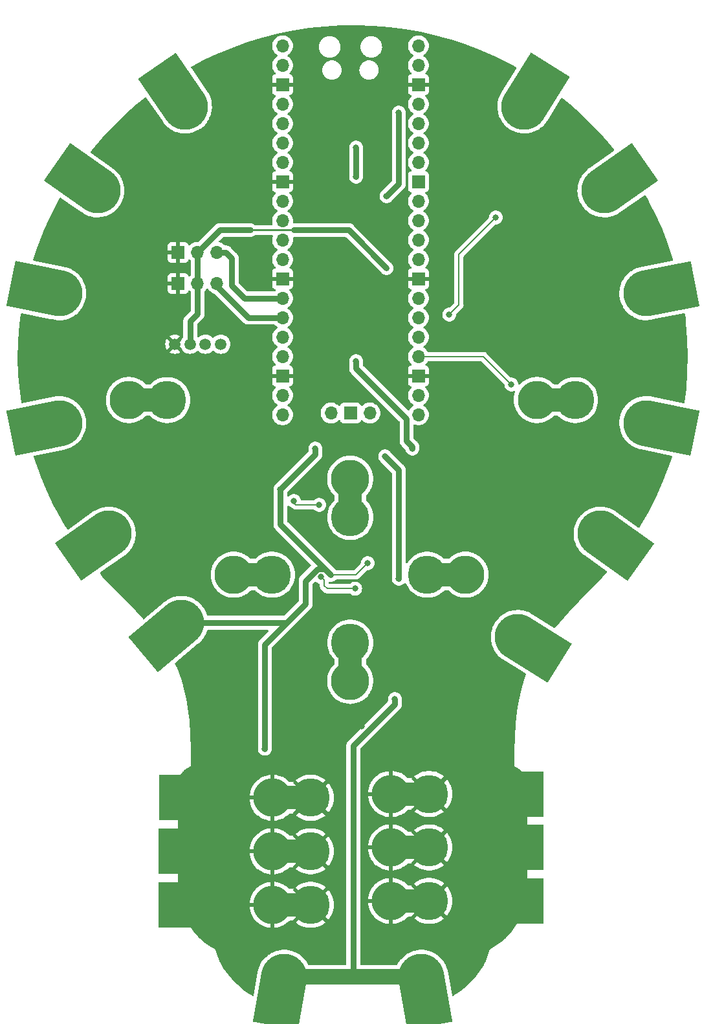
<source format=gbr>
%TF.GenerationSoftware,KiCad,Pcbnew,7.0.8*%
%TF.CreationDate,2023-11-04T18:56:12+01:00*%
%TF.ProjectId,kidslab-lamp,6b696473-6c61-4622-9d6c-616d702e6b69,rev?*%
%TF.SameCoordinates,Original*%
%TF.FileFunction,Copper,L2,Bot*%
%TF.FilePolarity,Positive*%
%FSLAX46Y46*%
G04 Gerber Fmt 4.6, Leading zero omitted, Abs format (unit mm)*
G04 Created by KiCad (PCBNEW 7.0.8) date 2023-11-04 18:56:12*
%MOMM*%
%LPD*%
G01*
G04 APERTURE LIST*
G04 Aperture macros list*
%AMFreePoly0*
4,1,34,6.500000,-3.000000,0.000000,-3.000001,0.000000,-2.994924,-0.174434,-2.994924,-0.520945,-2.954423,-0.860410,-2.873969,-1.188239,-2.754648,-1.500000,-2.598076,-1.791476,-2.406370,-2.058725,-2.182121,-2.298133,-1.928363,-2.506463,-1.648527,-2.680898,-1.346398,-2.819078,-1.026060,-2.919135,-0.691847,-2.979715,-0.348279,-3.000001,0.000000,-2.979715,0.348280,-2.919135,0.691848,-2.819078,1.026060,
-2.680897,1.346398,-2.506463,1.648527,-2.298132,1.928363,-2.058725,2.182121,-1.791476,2.406370,-1.500000,2.598076,-1.188239,2.754649,-0.860409,2.873969,-0.520945,2.954423,-0.174434,2.994924,0.000000,2.994924,0.000000,3.000001,6.500000,3.000000,6.500000,-3.000000,6.500000,-3.000000,$1*%
%AMFreePoly1*
4,1,48,0.468453,2.455718,0.772542,2.377641,1.064448,2.262068,1.339567,2.110820,1.593560,1.926283,1.822422,1.711368,1.955916,1.550000,3.250000,1.550000,3.285355,1.535355,3.300000,1.500000,3.300000,-1.500000,3.285355,-1.535355,3.250000,-1.550000,1.955916,-1.550000,1.822422,-1.711368,1.593560,-1.926283,1.339567,-2.110820,1.064448,-2.262068,0.772542,-2.377641,0.468453,-2.455718,
0.156976,-2.495067,-0.156976,-2.495067,-0.468453,-2.455718,-0.772542,-2.377641,-1.064448,-2.262068,-1.339567,-2.110820,-1.593560,-1.926283,-1.822422,-1.711368,-2.022542,-1.469463,-2.190767,-1.204384,-2.324441,-0.920311,-2.421458,-0.621725,-2.480287,-0.313333,-2.500000,0.000000,-2.480287,0.313333,-2.421458,0.621725,-2.324441,0.920311,-2.190767,1.204384,-2.022542,1.469463,-1.822422,1.711368,
-1.593560,1.926283,-1.339567,2.110820,-1.064448,2.262068,-0.772542,2.377641,-0.468453,2.455718,-0.156976,2.495067,0.156976,2.495067,0.468453,2.455718,0.468453,2.455718,$1*%
G04 Aperture macros list end*
%TA.AperFunction,CastellatedPad*%
%ADD10FreePoly0,124.500000*%
%TD*%
%TA.AperFunction,CastellatedPad*%
%ADD11FreePoly0,328.000000*%
%TD*%
%TA.AperFunction,ComponentPad*%
%ADD12O,1.700000X1.700000*%
%TD*%
%TA.AperFunction,ComponentPad*%
%ADD13R,1.700000X1.700000*%
%TD*%
%TA.AperFunction,CastellatedPad*%
%ADD14FreePoly0,0.000000*%
%TD*%
%TA.AperFunction,ComponentPad*%
%ADD15FreePoly1,0.000000*%
%TD*%
%TA.AperFunction,ComponentPad*%
%ADD16C,5.000000*%
%TD*%
%TA.AperFunction,CastellatedPad*%
%ADD17FreePoly0,11.000000*%
%TD*%
%TA.AperFunction,CastellatedPad*%
%ADD18FreePoly0,35.000000*%
%TD*%
%TA.AperFunction,CastellatedPad*%
%ADD19FreePoly0,324.500000*%
%TD*%
%TA.AperFunction,CastellatedPad*%
%ADD20FreePoly0,180.000000*%
%TD*%
%TA.AperFunction,CastellatedPad*%
%ADD21FreePoly0,280.000000*%
%TD*%
%TA.AperFunction,CastellatedPad*%
%ADD22FreePoly0,220.000000*%
%TD*%
%TA.AperFunction,CastellatedPad*%
%ADD23FreePoly0,215.000000*%
%TD*%
%TA.AperFunction,ComponentPad*%
%ADD24FreePoly1,270.000000*%
%TD*%
%TA.AperFunction,CastellatedPad*%
%ADD25FreePoly0,191.500000*%
%TD*%
%TA.AperFunction,CastellatedPad*%
%ADD26FreePoly0,145.000000*%
%TD*%
%TA.AperFunction,CastellatedPad*%
%ADD27FreePoly0,260.000000*%
%TD*%
%TA.AperFunction,ComponentPad*%
%ADD28C,1.500000*%
%TD*%
%TA.AperFunction,CastellatedPad*%
%ADD29FreePoly0,168.500000*%
%TD*%
%TA.AperFunction,CastellatedPad*%
%ADD30FreePoly0,58.000000*%
%TD*%
%TA.AperFunction,CastellatedPad*%
%ADD31FreePoly0,348.500000*%
%TD*%
%TA.AperFunction,ComponentPad*%
%ADD32FreePoly1,90.000000*%
%TD*%
%TA.AperFunction,ComponentPad*%
%ADD33FreePoly1,180.000000*%
%TD*%
%TA.AperFunction,ViaPad*%
%ADD34C,0.800000*%
%TD*%
%TA.AperFunction,Conductor*%
%ADD35C,0.800000*%
%TD*%
%TA.AperFunction,Conductor*%
%ADD36C,0.200000*%
%TD*%
%TA.AperFunction,Conductor*%
%ADD37C,2.000000*%
%TD*%
%TA.AperFunction,Conductor*%
%ADD38C,0.250000*%
%TD*%
G04 APERTURE END LIST*
D10*
%TO.P,GPIO0,1,1*%
%TO.N,Net-(U1-GPIO0)*%
X127994641Y-49236413D03*
%TD*%
D11*
%TO.P,E39,1,1*%
%TO.N,+3V3*%
X171528000Y-118610000D03*
%TD*%
D12*
%TO.P,U1,1,GPIO0*%
%TO.N,Net-(U1-GPIO0)*%
X140748000Y-41294000D03*
%TO.P,U1,2,GPIO1*%
%TO.N,Net-(U1-GPIO1)*%
X140748000Y-43834000D03*
D13*
%TO.P,U1,3,GND*%
%TO.N,GND*%
X140748000Y-46374000D03*
D12*
%TO.P,U1,4,GPIO2*%
%TO.N,Net-(U1-GPIO2)*%
X140748000Y-48914000D03*
%TO.P,U1,5,GPIO3*%
%TO.N,Net-(U1-GPIO3)*%
X140748000Y-51454000D03*
%TO.P,U1,6,GPIO4*%
%TO.N,Net-(U1-GPIO4)*%
X140748000Y-53994000D03*
%TO.P,U1,7,GPIO5*%
%TO.N,GPIO5{slash}INTR*%
X140748000Y-56534000D03*
D13*
%TO.P,U1,8,GND*%
%TO.N,GND*%
X140748000Y-59074000D03*
D12*
%TO.P,U1,9,GPIO6*%
%TO.N,GPIO6{slash}SDA1*%
X140748000Y-61614000D03*
%TO.P,U1,10,GPIO7*%
%TO.N,GPIO7{slash}SCL1*%
X140748000Y-64154000D03*
%TO.P,U1,11,GPIO8*%
%TO.N,GPIO8{slash}GROVE_TX*%
X140748000Y-66694000D03*
%TO.P,U1,12,GPIO9*%
%TO.N,GPIO9{slash}GROVE_RX*%
X140748000Y-69234000D03*
D13*
%TO.P,U1,13,GND*%
%TO.N,GND*%
X140748000Y-71774000D03*
D12*
%TO.P,U1,14,GPIO10*%
%TO.N,GPIO10*%
X140748000Y-74314000D03*
%TO.P,U1,15,GPIO11*%
%TO.N,GPIO11*%
X140748000Y-76854000D03*
%TO.P,U1,16,GPIO12*%
%TO.N,GPIO12*%
X140748000Y-79394000D03*
%TO.P,U1,17,GPIO13*%
%TO.N,Net-(U1-GPIO13)*%
X140748000Y-81934000D03*
D13*
%TO.P,U1,18,GND*%
%TO.N,GND*%
X140748000Y-84474000D03*
D12*
%TO.P,U1,19,GPIO14*%
%TO.N,GPIO14*%
X140748000Y-87014000D03*
%TO.P,U1,20,GPIO15*%
%TO.N,GPIO15*%
X140748000Y-89554000D03*
%TO.P,U1,21,GPIO16*%
%TO.N,GPIO16*%
X158528000Y-89554000D03*
%TO.P,U1,22,GPIO17*%
%TO.N,GPIO17*%
X158528000Y-87014000D03*
D13*
%TO.P,U1,23,GND*%
%TO.N,GND*%
X158528000Y-84474000D03*
D12*
%TO.P,U1,24,GPIO18*%
%TO.N,Net-(U1-GPIO18)*%
X158528000Y-81934000D03*
%TO.P,U1,25,GPIO19*%
%TO.N,unconnected-(U1-GPIO19-Pad25)*%
X158528000Y-79394000D03*
%TO.P,U1,26,GPIO20*%
%TO.N,GPIO20{slash}Buzzer*%
X158528000Y-76854000D03*
%TO.P,U1,27,GPIO21*%
%TO.N,Net-(U1-GPIO21)*%
X158528000Y-74314000D03*
D13*
%TO.P,U1,28,GND*%
%TO.N,GND*%
X158528000Y-71774000D03*
D12*
%TO.P,U1,29,GPIO22*%
%TO.N,Net-(U1-GPIO22)*%
X158528000Y-69234000D03*
%TO.P,U1,30,RUN*%
%TO.N,unconnected-(U1-RUN-Pad30)*%
X158528000Y-66694000D03*
%TO.P,U1,31,GPIO26_ADC0*%
%TO.N,Net-(U1-GPIO26_ADC0)*%
X158528000Y-64154000D03*
%TO.P,U1,32,GPIO27_ADC1*%
%TO.N,Net-(U1-GPIO27_ADC1)*%
X158528000Y-61614000D03*
D13*
%TO.P,U1,33,AGND*%
%TO.N,unconnected-(U1-AGND-Pad33)*%
X158528000Y-59074000D03*
D12*
%TO.P,U1,34,GPIO28_ADC2*%
%TO.N,Net-(U1-GPIO28_ADC2)*%
X158528000Y-56534000D03*
%TO.P,U1,35,ADC_VREF*%
%TO.N,unconnected-(U1-ADC_VREF-Pad35)*%
X158528000Y-53994000D03*
%TO.P,U1,36,3V3*%
%TO.N,+3V3*%
X158528000Y-51454000D03*
%TO.P,U1,37,3V3_EN*%
%TO.N,unconnected-(U1-3V3_EN-Pad37)*%
X158528000Y-48914000D03*
D13*
%TO.P,U1,38,GND*%
%TO.N,GND*%
X158528000Y-46374000D03*
D12*
%TO.P,U1,39,VSYS*%
%TO.N,unconnected-(U1-VSYS-Pad39)*%
X158528000Y-43834000D03*
%TO.P,U1,40,VBUS*%
%TO.N,+5V*%
X158528000Y-41294000D03*
%TO.P,U1,41,SWCLK*%
%TO.N,unconnected-(U1-SWCLK-Pad41)*%
X147098000Y-89324000D03*
D13*
%TO.P,U1,42,GND*%
%TO.N,unconnected-(U1-GND-Pad42)*%
X149638000Y-89324000D03*
D12*
%TO.P,U1,43,SWDIO*%
%TO.N,unconnected-(U1-SWDIO-Pad43)*%
X152178000Y-89324000D03*
%TD*%
D14*
%TO.P,E30,1,1*%
%TO.N,GND*%
X168338000Y-146154000D03*
%TD*%
D15*
%TO.P,GPIO18,1,1*%
%TO.N,Net-(U1-GPIO18)*%
X174030000Y-87630000D03*
D16*
X179030000Y-87630000D03*
%TD*%
D17*
%TO.P,GPIO26,1,1*%
%TO.N,Net-(U1-GPIO26_ADC0)*%
X188339837Y-73673081D03*
%TD*%
D18*
%TO.P,GPIO27,1,1*%
%TO.N,Net-(U1-GPIO27_ADC1)*%
X182856085Y-60211358D03*
%TD*%
D19*
%TO.P,GPIO21,1,1*%
%TO.N,Net-(U1-GPIO21)*%
X182356588Y-105095930D03*
%TD*%
D20*
%TO.P,E34,1,1*%
%TO.N,GND*%
X131038000Y-153654000D03*
%TD*%
D15*
%TO.P,B6,1,1*%
%TO.N,GND*%
X154938000Y-139154000D03*
D16*
X159938000Y-139154000D03*
%TD*%
D21*
%TO.P,E37,1,1*%
%TO.N,+5V*%
X158920635Y-163055519D03*
%TD*%
D22*
%TO.P,E40,1,1*%
%TO.N,+3V3*%
X127514604Y-116767721D03*
%TD*%
D23*
%TO.P,GPIO4,1,1*%
%TO.N,Net-(U1-GPIO4)*%
X118019915Y-105096642D03*
%TD*%
D24*
%TO.P,GPIO15,1,1*%
%TO.N,GPIO15*%
X149606000Y-97928000D03*
D16*
X149606000Y-102928000D03*
%TD*%
D14*
%TO.P,E31,1,1*%
%TO.N,GND*%
X168338000Y-139154000D03*
%TD*%
D25*
%TO.P,GPIO3,1,1*%
%TO.N,Net-(U1-GPIO3)*%
X111535992Y-90634063D03*
%TD*%
D26*
%TO.P,GPIO1,1,1*%
%TO.N,Net-(U1-GPIO1)*%
X116519915Y-60211358D03*
%TD*%
D27*
%TO.P,E38,1,1*%
%TO.N,+5V*%
X140955365Y-163055519D03*
%TD*%
D28*
%TO.P,J1,1,Pin_1*%
%TO.N,GPIO9{slash}GROVE_RX*%
X132657600Y-80314800D03*
%TO.P,J1,2,Pin_2*%
%TO.N,GPIO8{slash}GROVE_TX*%
X130657600Y-80314800D03*
%TO.P,J1,3,Pin_3*%
%TO.N,+5V*%
X128657600Y-80314800D03*
%TO.P,J1,4,Pin_4*%
%TO.N,GND*%
X126657600Y-80314800D03*
%TD*%
D15*
%TO.P,B1,1,1*%
%TO.N,GND*%
X154938000Y-153154000D03*
D16*
X159938000Y-153154000D03*
%TD*%
D20*
%TO.P,E33,1,1*%
%TO.N,GND*%
X131098000Y-139654000D03*
%TD*%
D29*
%TO.P,GPIO2,1,1*%
%TO.N,Net-(U1-GPIO2)*%
X111535992Y-73673937D03*
%TD*%
D14*
%TO.P,E35,1,1*%
%TO.N,GND*%
X168338000Y-153154000D03*
%TD*%
D15*
%TO.P,B2,1,1*%
%TO.N,GND*%
X139438000Y-146654000D03*
D16*
X144438000Y-146654000D03*
%TD*%
D15*
%TO.P,B4,1,1*%
%TO.N,GND*%
X139438000Y-153654000D03*
D16*
X144438000Y-153654000D03*
%TD*%
D15*
%TO.P,GPIO14,1,1*%
%TO.N,GPIO14*%
X134368000Y-110474000D03*
D16*
X139368000Y-110474000D03*
%TD*%
D15*
%TO.P,B3,1,1*%
%TO.N,GND*%
X139438000Y-139654000D03*
D16*
X144438000Y-139654000D03*
%TD*%
D13*
%TO.P,J3,1,GND*%
%TO.N,GND*%
X127093000Y-72382000D03*
D12*
%TO.P,J3,2,5V*%
%TO.N,+5V*%
X129633000Y-72382000D03*
%TO.P,J3,3,S*%
%TO.N,GPIO11*%
X132173000Y-72382000D03*
%TD*%
D20*
%TO.P,E32,1,1*%
%TO.N,GND*%
X131038000Y-146654000D03*
%TD*%
D13*
%TO.P,J2,1,GND*%
%TO.N,GND*%
X127093000Y-68318000D03*
D12*
%TO.P,J2,2,5V*%
%TO.N,+5V*%
X129633000Y-68318000D03*
%TO.P,J2,3,S*%
%TO.N,GPIO10*%
X132173000Y-68318000D03*
%TD*%
D30*
%TO.P,GPIO28,1,1*%
%TO.N,Net-(U1-GPIO28_ADC2)*%
X172385008Y-49238805D03*
%TD*%
D15*
%TO.P,B5,1,1*%
%TO.N,GND*%
X154938000Y-146154000D03*
D16*
X159938000Y-146154000D03*
%TD*%
D15*
%TO.P,GPIO13,1,1*%
%TO.N,Net-(U1-GPIO13)*%
X120650000Y-87630000D03*
D16*
X125650000Y-87630000D03*
%TD*%
D31*
%TO.P,GPIO22,1,1*%
%TO.N,Net-(U1-GPIO22)*%
X188340008Y-90634063D03*
%TD*%
D32*
%TO.P,GPIO17,1,1*%
%TO.N,GPIO17*%
X149606000Y-124364000D03*
D16*
X149606000Y-119364000D03*
%TD*%
D33*
%TO.P,GPIO16,1,1*%
%TO.N,GPIO16*%
X164688000Y-110474000D03*
D16*
X159688000Y-110474000D03*
%TD*%
D34*
%TO.N,GND*%
X151384000Y-134112000D03*
X161798000Y-134112000D03*
X140716000Y-130302000D03*
X130556000Y-130302000D03*
X141224000Y-134112000D03*
X171450000Y-61976000D03*
X131064000Y-134112000D03*
X151130000Y-130302000D03*
X161290000Y-130302000D03*
X135890000Y-68326000D03*
X147828000Y-107950000D03*
%TO.N,GPIO15*%
X145542000Y-101346000D03*
X142240000Y-100838000D03*
%TO.N,GPIO20{slash}Buzzer*%
X162560000Y-76454000D03*
X168656000Y-63754000D03*
%TO.N,+5V*%
X154348500Y-70358000D03*
X155956000Y-50038000D03*
X155956000Y-110998000D03*
X155448000Y-126746000D03*
X154178000Y-94996000D03*
X154348500Y-60960000D03*
%TO.N,+3V3*%
X157734000Y-93980000D03*
X147066000Y-110490000D03*
X150368000Y-82550000D03*
X145034000Y-93980000D03*
X150368000Y-58420000D03*
X150368000Y-54610000D03*
X151892000Y-108966000D03*
X138430000Y-133223000D03*
X140462000Y-99314000D03*
%TO.N,Net-(U1-GPIO18)*%
X170688000Y-85598000D03*
%TO.N,GPIO6{slash}SDA1*%
X145733500Y-110744000D03*
X150243669Y-112301542D03*
%TD*%
D35*
%TO.N,GPIO10*%
X135782000Y-74314000D02*
X140748000Y-74314000D01*
X133342000Y-68318000D02*
X134112000Y-69088000D01*
X134112000Y-69088000D02*
X134112000Y-72644000D01*
X134112000Y-72644000D02*
X135782000Y-74314000D01*
X132173000Y-68318000D02*
X133342000Y-68318000D01*
%TO.N,GPIO11*%
X136290000Y-76854000D02*
X140748000Y-76854000D01*
X132173000Y-72737000D02*
X136290000Y-76854000D01*
X132173000Y-72382000D02*
X132173000Y-72737000D01*
D36*
%TO.N,GPIO15*%
X145542000Y-101346000D02*
X142494000Y-101346000D01*
X142494000Y-101346000D02*
X142240000Y-101092000D01*
X142240000Y-101092000D02*
X142240000Y-100838000D01*
%TO.N,GPIO20{slash}Buzzer*%
X163830000Y-68580000D02*
X168656000Y-63754000D01*
X162560000Y-76454000D02*
X163830000Y-75184000D01*
X163830000Y-75184000D02*
X163830000Y-68580000D01*
D35*
%TO.N,+5V*%
X155956000Y-59352500D02*
X155956000Y-50038000D01*
X129633000Y-72382000D02*
X129633000Y-76361000D01*
X154348500Y-60960000D02*
X155956000Y-59352500D01*
X155448000Y-126746000D02*
X155448000Y-127398214D01*
X149987000Y-132859214D02*
X149987000Y-134366000D01*
X155448000Y-127398214D02*
X149987000Y-132859214D01*
X128657600Y-77336400D02*
X128657600Y-80314800D01*
D37*
X149987000Y-163055519D02*
X158920635Y-163055519D01*
D35*
X129633000Y-76361000D02*
X128657600Y-77336400D01*
X129633000Y-68318000D02*
X129633000Y-72382000D01*
X149987000Y-163055519D02*
X149987000Y-134366000D01*
D37*
X140955365Y-163055519D02*
X149987000Y-163055519D01*
D35*
X132551656Y-65399344D02*
X136530656Y-65399344D01*
X142240000Y-65399344D02*
X149389844Y-65399344D01*
D38*
X142240000Y-65399344D02*
X136530656Y-65399344D01*
D35*
X155956000Y-96774000D02*
X155956000Y-110998000D01*
X149389844Y-65399344D02*
X154348500Y-70358000D01*
X129633000Y-68318000D02*
X132551656Y-65399344D01*
X154178000Y-94996000D02*
X155956000Y-96774000D01*
%TO.N,+3V3*%
X157734000Y-93726000D02*
X157734000Y-93980000D01*
X138430000Y-133223000D02*
X138430000Y-119634000D01*
X145034000Y-94742000D02*
X140462000Y-99314000D01*
X145319286Y-109744000D02*
X146320000Y-109744000D01*
X156972000Y-92964000D02*
X157734000Y-93726000D01*
D36*
X151892000Y-108966000D02*
X150368000Y-110490000D01*
D35*
X150368000Y-83442962D02*
X156972000Y-90046962D01*
X150368000Y-82550000D02*
X150368000Y-83442962D01*
D36*
X150368000Y-110490000D02*
X147066000Y-110490000D01*
D35*
X150368000Y-54610000D02*
X150368000Y-58420000D01*
X138430000Y-119634000D02*
X141296279Y-116767721D01*
X143764000Y-111299286D02*
X145319286Y-109744000D01*
X156972000Y-90046962D02*
X156972000Y-92964000D01*
X143764000Y-114300000D02*
X143764000Y-111299286D01*
X141296279Y-116767721D02*
X143764000Y-114300000D01*
X127514604Y-116767721D02*
X141296279Y-116767721D01*
X140462000Y-103886000D02*
X147066000Y-110490000D01*
X146320000Y-109744000D02*
X147066000Y-110490000D01*
X145034000Y-93980000D02*
X145034000Y-94742000D01*
X140462000Y-99314000D02*
X140462000Y-103886000D01*
D36*
%TO.N,Net-(U1-GPIO18)*%
X170688000Y-85598000D02*
X167024000Y-81934000D01*
X167024000Y-81934000D02*
X158528000Y-81934000D01*
%TO.N,GPIO6{slash}SDA1*%
X146179500Y-111889500D02*
X146179500Y-111190000D01*
X146179500Y-111190000D02*
X145733500Y-110744000D01*
X150243669Y-112301542D02*
X146591542Y-112301542D01*
X146591542Y-112301542D02*
X146179500Y-111889500D01*
%TD*%
%TA.AperFunction,Conductor*%
%TO.N,GND*%
G36*
X139429828Y-66052846D02*
G01*
X139476321Y-66106502D01*
X139486425Y-66176776D01*
X139477095Y-66209457D01*
X139458703Y-66251386D01*
X139458702Y-66251387D01*
X139403437Y-66469624D01*
X139384844Y-66694000D01*
X139403437Y-66918375D01*
X139458702Y-67136612D01*
X139458703Y-67136613D01*
X139549141Y-67342793D01*
X139672275Y-67531265D01*
X139672279Y-67531270D01*
X139824762Y-67696908D01*
X139862332Y-67726150D01*
X140002424Y-67835189D01*
X140035680Y-67853186D01*
X140086071Y-67903200D01*
X140101423Y-67972516D01*
X140076862Y-68039129D01*
X140035680Y-68074813D01*
X140002426Y-68092810D01*
X140002424Y-68092811D01*
X139824762Y-68231091D01*
X139672279Y-68396729D01*
X139672275Y-68396734D01*
X139549141Y-68585206D01*
X139458703Y-68791386D01*
X139458702Y-68791387D01*
X139403437Y-69009624D01*
X139403436Y-69009630D01*
X139403436Y-69009632D01*
X139384844Y-69234000D01*
X139400827Y-69426885D01*
X139403437Y-69458375D01*
X139458702Y-69676612D01*
X139458703Y-69676613D01*
X139458704Y-69676616D01*
X139483690Y-69733578D01*
X139549141Y-69882793D01*
X139672275Y-70071265D01*
X139672279Y-70071270D01*
X139761390Y-70168069D01*
X139804683Y-70215097D01*
X139815841Y-70227217D01*
X139847262Y-70290882D01*
X139839276Y-70361428D01*
X139794417Y-70416457D01*
X139767173Y-70430610D01*
X139652039Y-70473553D01*
X139652034Y-70473555D01*
X139535095Y-70561095D01*
X139447555Y-70678034D01*
X139447555Y-70678035D01*
X139396505Y-70814906D01*
X139390000Y-70875402D01*
X139390000Y-71520000D01*
X140304999Y-71520000D01*
X140279318Y-71559960D01*
X140238000Y-71700673D01*
X140238000Y-71847327D01*
X140279318Y-71988040D01*
X140304999Y-72028000D01*
X139390000Y-72028000D01*
X139390000Y-72672597D01*
X139396505Y-72733093D01*
X139447555Y-72869964D01*
X139447555Y-72869965D01*
X139535095Y-72986904D01*
X139652034Y-73074444D01*
X139767172Y-73117388D01*
X139824008Y-73159935D01*
X139848819Y-73226455D01*
X139833728Y-73295829D01*
X139815842Y-73320781D01*
X139775284Y-73364837D01*
X139714433Y-73401408D01*
X139682584Y-73405500D01*
X136210503Y-73405500D01*
X136142382Y-73385498D01*
X136121408Y-73368595D01*
X135057405Y-72304592D01*
X135023379Y-72242280D01*
X135020500Y-72215497D01*
X135020500Y-69169416D01*
X135022051Y-69149705D01*
X135023768Y-69138866D01*
X135024252Y-69135809D01*
X135020585Y-69065845D01*
X135020500Y-69062573D01*
X135020500Y-69040391D01*
X135020499Y-69040377D01*
X135018180Y-69018322D01*
X135017923Y-69015066D01*
X135014257Y-68945096D01*
X135010613Y-68931498D01*
X135007012Y-68912062D01*
X135005542Y-68898073D01*
X134983893Y-68831446D01*
X134982956Y-68828282D01*
X134976096Y-68802680D01*
X134964829Y-68760630D01*
X134958440Y-68748091D01*
X134950874Y-68729823D01*
X134946527Y-68716444D01*
X134911505Y-68655785D01*
X134909931Y-68652885D01*
X134878130Y-68590471D01*
X134878126Y-68590465D01*
X134869272Y-68579532D01*
X134858069Y-68563231D01*
X134851042Y-68551059D01*
X134851040Y-68551056D01*
X134804165Y-68498995D01*
X134802040Y-68496508D01*
X134788072Y-68479259D01*
X134772371Y-68463558D01*
X134770136Y-68461203D01*
X134723253Y-68409134D01*
X134711864Y-68400859D01*
X134696833Y-68388020D01*
X134041977Y-67733164D01*
X134029135Y-67718128D01*
X134020865Y-67706745D01*
X133992328Y-67681051D01*
X133968796Y-67659863D01*
X133966439Y-67657626D01*
X133950741Y-67641928D01*
X133937657Y-67631332D01*
X133933507Y-67627971D01*
X133931002Y-67625832D01*
X133915440Y-67611821D01*
X133878944Y-67578960D01*
X133866751Y-67571920D01*
X133850474Y-67560732D01*
X133839530Y-67551871D01*
X133777102Y-67520062D01*
X133774217Y-67518496D01*
X133713554Y-67483472D01*
X133700169Y-67479123D01*
X133681909Y-67471559D01*
X133676075Y-67468587D01*
X133669369Y-67465170D01*
X133601712Y-67447041D01*
X133598575Y-67446112D01*
X133562516Y-67434396D01*
X133531933Y-67424459D01*
X133531929Y-67424458D01*
X133531928Y-67424458D01*
X133530150Y-67424271D01*
X133517922Y-67422985D01*
X133498495Y-67419384D01*
X133484900Y-67415742D01*
X133484903Y-67415742D01*
X133414956Y-67412076D01*
X133411674Y-67411818D01*
X133407779Y-67411409D01*
X133389624Y-67409501D01*
X133389615Y-67409500D01*
X133389610Y-67409500D01*
X133389603Y-67409500D01*
X133367424Y-67409500D01*
X133364153Y-67409414D01*
X133335331Y-67407904D01*
X133294191Y-67405747D01*
X133280294Y-67407949D01*
X133260583Y-67409500D01*
X133238416Y-67409500D01*
X133170295Y-67389498D01*
X133145715Y-67368838D01*
X133119600Y-67340470D01*
X133096240Y-67315094D01*
X133096239Y-67315093D01*
X133096237Y-67315091D01*
X132976679Y-67222035D01*
X132918576Y-67176811D01*
X132720574Y-67069658D01*
X132720572Y-67069657D01*
X132720571Y-67069656D01*
X132502706Y-66994864D01*
X132503131Y-66993624D01*
X132447311Y-66960633D01*
X132415424Y-66897200D01*
X132422893Y-66826598D01*
X132450284Y-66785528D01*
X132891066Y-66344746D01*
X132953376Y-66310723D01*
X132980159Y-66307844D01*
X136578263Y-66307844D01*
X136578266Y-66307844D01*
X136720584Y-66292886D01*
X136902212Y-66233871D01*
X137067600Y-66138384D01*
X137148871Y-66065206D01*
X137212876Y-66034491D01*
X137233180Y-66032844D01*
X139361707Y-66032844D01*
X139429828Y-66052846D01*
G37*
%TD.AperFunction*%
%TA.AperFunction,Conductor*%
G36*
X150516305Y-38580715D02*
G01*
X152620903Y-38655290D01*
X152623877Y-38655466D01*
X154713997Y-38830010D01*
X154716920Y-38830325D01*
X156789266Y-39103483D01*
X156792174Y-39103938D01*
X158843414Y-39474348D01*
X158846318Y-39474943D01*
X160873250Y-39941259D01*
X160876091Y-39941984D01*
X162485628Y-40393501D01*
X162875435Y-40502852D01*
X162878252Y-40503714D01*
X164846764Y-41157788D01*
X164849519Y-41158776D01*
X166356316Y-41739813D01*
X166783859Y-41904678D01*
X166786610Y-41905814D01*
X168683582Y-42742214D01*
X168686273Y-42743477D01*
X170542632Y-43669039D01*
X170545189Y-43670390D01*
X170939777Y-43891008D01*
X171301265Y-44093120D01*
X171350963Y-44143822D01*
X171365359Y-44213343D01*
X171346630Y-44269867D01*
X169497790Y-47228633D01*
X169304681Y-47537670D01*
X169304682Y-47537669D01*
X169300250Y-47545775D01*
X169290341Y-47563900D01*
X169290336Y-47563911D01*
X169290335Y-47563912D01*
X169128019Y-47906778D01*
X169128019Y-47906779D01*
X169122362Y-47920782D01*
X169116822Y-47934493D01*
X168995405Y-48293894D01*
X168995402Y-48293905D01*
X168995402Y-48293904D01*
X168987500Y-48322722D01*
X168908626Y-48693784D01*
X168908626Y-48693785D01*
X168904121Y-48723339D01*
X168868862Y-49101056D01*
X168868861Y-49101062D01*
X168867868Y-49129500D01*
X168867817Y-49130950D01*
X168876644Y-49510189D01*
X168879077Y-49539997D01*
X168931870Y-49915643D01*
X168931871Y-49915652D01*
X168931872Y-49915653D01*
X168937747Y-49944967D01*
X169002537Y-50192516D01*
X169033802Y-50311973D01*
X169033802Y-50311972D01*
X169040139Y-50331477D01*
X169043037Y-50340394D01*
X169086270Y-50451091D01*
X169181041Y-50693751D01*
X169181042Y-50693751D01*
X169181044Y-50693757D01*
X169193521Y-50720925D01*
X169193524Y-50720931D01*
X169371617Y-51055875D01*
X169387162Y-51081409D01*
X169602942Y-51393422D01*
X169621350Y-51416983D01*
X169771306Y-51587476D01*
X169871888Y-51701833D01*
X169892906Y-51723096D01*
X170057325Y-51871139D01*
X170174824Y-51976936D01*
X170198165Y-51995613D01*
X170198165Y-51995612D01*
X170198166Y-51995613D01*
X170384759Y-52127892D01*
X170507634Y-52215000D01*
X170507635Y-52215001D01*
X170507639Y-52215003D01*
X170507644Y-52215007D01*
X170518520Y-52221803D01*
X170533001Y-52230852D01*
X170533000Y-52230851D01*
X170643507Y-52291268D01*
X170865854Y-52412831D01*
X170892875Y-52425624D01*
X171090261Y-52505373D01*
X171244605Y-52567732D01*
X171244604Y-52567731D01*
X171244609Y-52567733D01*
X171272933Y-52577302D01*
X171638786Y-52677615D01*
X171668027Y-52683831D01*
X171668032Y-52683832D01*
X172043036Y-52740993D01*
X172043040Y-52740993D01*
X172043051Y-52740995D01*
X172063341Y-52742888D01*
X172072815Y-52743773D01*
X172072814Y-52743773D01*
X172107569Y-52744986D01*
X172451944Y-52757013D01*
X172481831Y-52756317D01*
X172859929Y-52725454D01*
X172865135Y-52724722D01*
X172889526Y-52721295D01*
X172889525Y-52721295D01*
X173076448Y-52683831D01*
X173261494Y-52646743D01*
X173290416Y-52639173D01*
X173651204Y-52521946D01*
X173664514Y-52516747D01*
X173679056Y-52511069D01*
X173679054Y-52511069D01*
X174023792Y-52352751D01*
X174023799Y-52352746D01*
X174023806Y-52352744D01*
X174023805Y-52352745D01*
X174045601Y-52341154D01*
X174050188Y-52338715D01*
X174266307Y-52207141D01*
X174374210Y-52141450D01*
X174374210Y-52141449D01*
X174374219Y-52141444D01*
X174398808Y-52124439D01*
X174426516Y-52102791D01*
X174697744Y-51890885D01*
X174697744Y-51890884D01*
X174720194Y-51871138D01*
X174720194Y-51871137D01*
X174989991Y-51604461D01*
X175005275Y-51587487D01*
X175009996Y-51582243D01*
X175009996Y-51582244D01*
X175161090Y-51393423D01*
X175247015Y-51286043D01*
X175247020Y-51286036D01*
X175247020Y-51286037D01*
X175264305Y-51261652D01*
X175364819Y-51100798D01*
X175461233Y-50946503D01*
X177192578Y-48175771D01*
X177245636Y-48128604D01*
X177315776Y-48117609D01*
X177375905Y-48142407D01*
X177506010Y-48241772D01*
X177508336Y-48243639D01*
X178326155Y-48932417D01*
X179112386Y-49594592D01*
X179114622Y-49596568D01*
X179886787Y-50312807D01*
X180658464Y-51028594D01*
X180660510Y-51030580D01*
X182185356Y-52579068D01*
X182187528Y-52581387D01*
X183388548Y-53931134D01*
X183625509Y-54197438D01*
X183627558Y-54199861D01*
X183817756Y-54436613D01*
X184134805Y-54831265D01*
X184150898Y-54851296D01*
X184177968Y-54916929D01*
X184165257Y-54986779D01*
X184124941Y-55033422D01*
X180983823Y-57232859D01*
X180685311Y-57441879D01*
X180685312Y-57441878D01*
X180661873Y-57460412D01*
X180661866Y-57460418D01*
X180378478Y-57712612D01*
X180357339Y-57733751D01*
X180105145Y-58017139D01*
X180105139Y-58017146D01*
X180086605Y-58040585D01*
X180086606Y-58040584D01*
X180034565Y-58114906D01*
X179869012Y-58351341D01*
X179853317Y-58376786D01*
X179853311Y-58376796D01*
X179853311Y-58376797D01*
X179853310Y-58376798D01*
X179673274Y-58710698D01*
X179673273Y-58710699D01*
X179661201Y-58736587D01*
X179660640Y-58737791D01*
X179520580Y-59090343D01*
X179520578Y-59090350D01*
X179520577Y-59090350D01*
X179511178Y-59118715D01*
X179412989Y-59485159D01*
X179406947Y-59514425D01*
X179406946Y-59514431D01*
X179351965Y-59889782D01*
X179349359Y-59919561D01*
X179349359Y-59919562D01*
X179338326Y-60298759D01*
X179338326Y-60298760D01*
X179339195Y-60328644D01*
X179356618Y-60527788D01*
X179372258Y-60706550D01*
X179372258Y-60706551D01*
X179376593Y-60736146D01*
X179422815Y-60959998D01*
X179453304Y-61107655D01*
X179461041Y-61136532D01*
X179580365Y-61496633D01*
X179580368Y-61496641D01*
X179580367Y-61496640D01*
X179587569Y-61514767D01*
X179591403Y-61524418D01*
X179751727Y-61868232D01*
X179765915Y-61894545D01*
X179765919Y-61894551D01*
X179965067Y-62217420D01*
X179982210Y-62241904D01*
X179982211Y-62241904D01*
X179982215Y-62241910D01*
X180217506Y-62539484D01*
X180217515Y-62539494D01*
X180237383Y-62561819D01*
X180505624Y-62830060D01*
X180527960Y-62849938D01*
X180825538Y-63085231D01*
X180825539Y-63085232D01*
X180850023Y-63102375D01*
X181031192Y-63214122D01*
X181172897Y-63301527D01*
X181199212Y-63315716D01*
X181543026Y-63476040D01*
X181543029Y-63476041D01*
X181543033Y-63476043D01*
X181543032Y-63476042D01*
X181570810Y-63487078D01*
X181779610Y-63556266D01*
X181930913Y-63606402D01*
X181959782Y-63614138D01*
X181959781Y-63614137D01*
X181959788Y-63614139D01*
X182105609Y-63644248D01*
X182331297Y-63690850D01*
X182360892Y-63695185D01*
X182360893Y-63695185D01*
X182502046Y-63707534D01*
X182738799Y-63728248D01*
X182768683Y-63729117D01*
X183117438Y-63718969D01*
X183147881Y-63718084D01*
X183147881Y-63718083D01*
X183168251Y-63716301D01*
X183177653Y-63715479D01*
X183177652Y-63715479D01*
X183177655Y-63715478D01*
X183177661Y-63715478D01*
X183553012Y-63660497D01*
X183553017Y-63660496D01*
X183553018Y-63660496D01*
X183582284Y-63654454D01*
X183710138Y-63620195D01*
X183948720Y-63556267D01*
X183948723Y-63556266D01*
X183977097Y-63546865D01*
X183977095Y-63546865D01*
X183977098Y-63546864D01*
X184329653Y-63406803D01*
X184356745Y-63394170D01*
X184690664Y-63214122D01*
X184716105Y-63198430D01*
X184871477Y-63089636D01*
X185163433Y-62885206D01*
X188077936Y-60844448D01*
X188145208Y-60821761D01*
X188214069Y-60839046D01*
X188259135Y-60884336D01*
X188485870Y-61274367D01*
X188487368Y-61277099D01*
X188889944Y-62056612D01*
X189455184Y-63151094D01*
X189467913Y-63175740D01*
X189469270Y-63178537D01*
X190353585Y-65122550D01*
X190354792Y-65125389D01*
X191138927Y-67105095D01*
X191141256Y-67110976D01*
X191142332Y-67113904D01*
X191828844Y-69135809D01*
X191829374Y-69137369D01*
X191830307Y-69140360D01*
X191834554Y-69155270D01*
X191866856Y-69268687D01*
X191866278Y-69339681D01*
X191827410Y-69399093D01*
X191769717Y-69426885D01*
X188307434Y-70099885D01*
X187840905Y-70190569D01*
X187483192Y-70260102D01*
X187483181Y-70260104D01*
X187483182Y-70260104D01*
X187467451Y-70264124D01*
X187454227Y-70267503D01*
X187454221Y-70267505D01*
X187454219Y-70267505D01*
X187298741Y-70317025D01*
X187092763Y-70382629D01*
X187092760Y-70382630D01*
X187088204Y-70384378D01*
X187064852Y-70393343D01*
X187064841Y-70393348D01*
X187064840Y-70393348D01*
X186719188Y-70549659D01*
X186719189Y-70549659D01*
X186692729Y-70563531D01*
X186692728Y-70563531D01*
X186692720Y-70563536D01*
X186502160Y-70678035D01*
X186381848Y-70750325D01*
X186367548Y-70758917D01*
X186342865Y-70775776D01*
X186292176Y-70814906D01*
X186072075Y-70984815D01*
X186042559Y-71007600D01*
X186020008Y-71027204D01*
X186020007Y-71027205D01*
X185748664Y-71292306D01*
X185748662Y-71292308D01*
X185728524Y-71314411D01*
X185728525Y-71314411D01*
X185728524Y-71314412D01*
X185489788Y-71609228D01*
X185472357Y-71633515D01*
X185269465Y-71954046D01*
X185269465Y-71954045D01*
X185269461Y-71954050D01*
X185269461Y-71954052D01*
X185254966Y-71980200D01*
X185090654Y-72322126D01*
X185079293Y-72349782D01*
X184955788Y-72708466D01*
X184947713Y-72737259D01*
X184947713Y-72737258D01*
X184899996Y-72955500D01*
X184866685Y-73107853D01*
X184865175Y-73117388D01*
X184862010Y-73137370D01*
X184862010Y-73137369D01*
X184862009Y-73137380D01*
X184824550Y-73514883D01*
X184823332Y-73544755D01*
X184829953Y-73924054D01*
X184832212Y-73953865D01*
X184880692Y-74314000D01*
X184882824Y-74329834D01*
X184888526Y-74359174D01*
X184982443Y-74726729D01*
X184982443Y-74726730D01*
X184988835Y-74746798D01*
X184991514Y-74755209D01*
X185127462Y-75109368D01*
X185139781Y-75136609D01*
X185268083Y-75381333D01*
X185315925Y-75472587D01*
X185331326Y-75498219D01*
X185545277Y-75811468D01*
X185545278Y-75811469D01*
X185563552Y-75835142D01*
X185624137Y-75904838D01*
X185812432Y-76121447D01*
X185833325Y-76142831D01*
X186113759Y-76398305D01*
X186136993Y-76417120D01*
X186137000Y-76417125D01*
X186137000Y-76417126D01*
X186290192Y-76527069D01*
X186445191Y-76638310D01*
X186470451Y-76654299D01*
X186470458Y-76654303D01*
X186470463Y-76654306D01*
X186802236Y-76838212D01*
X186802240Y-76838214D01*
X186802242Y-76838215D01*
X186829189Y-76851164D01*
X187180089Y-76995318D01*
X187180092Y-76995319D01*
X187180091Y-76995319D01*
X187192872Y-76999719D01*
X187208356Y-77005051D01*
X187573620Y-77107493D01*
X187602826Y-77113879D01*
X187602831Y-77113879D01*
X187602832Y-77113880D01*
X187655698Y-77122253D01*
X187977512Y-77173223D01*
X188007262Y-77176175D01*
X188386303Y-77191619D01*
X188416194Y-77191097D01*
X188752434Y-77165618D01*
X188794466Y-77162434D01*
X188794466Y-77162433D01*
X188824094Y-77158446D01*
X188824102Y-77158444D01*
X188824104Y-77158444D01*
X189010288Y-77122253D01*
X189228540Y-77079829D01*
X193259083Y-76296370D01*
X193329769Y-76303006D01*
X193385645Y-76346805D01*
X193408106Y-76404065D01*
X193491253Y-77053963D01*
X193554224Y-77546169D01*
X193554409Y-77547611D01*
X193554732Y-77550769D01*
X193720868Y-79707722D01*
X193721032Y-79710903D01*
X193777752Y-81865405D01*
X193777650Y-81871015D01*
X193775540Y-81904596D01*
X193776194Y-81908841D01*
X193725489Y-84025523D01*
X193725336Y-84028661D01*
X193568327Y-86151748D01*
X193568019Y-86154864D01*
X193347804Y-87928697D01*
X193319562Y-87993835D01*
X193260587Y-88033363D01*
X193197644Y-88036645D01*
X189211755Y-87225708D01*
X188854665Y-87153057D01*
X188854663Y-87153057D01*
X188825069Y-87148809D01*
X188825070Y-87148809D01*
X188613176Y-87130893D01*
X188447062Y-87116847D01*
X188427850Y-87116344D01*
X188417182Y-87116065D01*
X188417179Y-87116065D01*
X188417177Y-87116065D01*
X188038015Y-87128201D01*
X188023127Y-87129547D01*
X188008237Y-87130893D01*
X187633050Y-87186965D01*
X187633051Y-87186965D01*
X187603780Y-87193098D01*
X187603779Y-87193099D01*
X187237648Y-87292347D01*
X187209297Y-87301832D01*
X186857161Y-87442913D01*
X186857155Y-87442915D01*
X186857152Y-87442917D01*
X186830092Y-87455631D01*
X186496708Y-87636645D01*
X186471313Y-87652411D01*
X186189066Y-87851268D01*
X186161194Y-87870905D01*
X186137802Y-87889512D01*
X186137803Y-87889511D01*
X185855140Y-88142535D01*
X185842562Y-88155188D01*
X185834065Y-88163735D01*
X185834059Y-88163742D01*
X185834058Y-88163742D01*
X185582699Y-88447852D01*
X185564219Y-88471364D01*
X185347529Y-88782754D01*
X185347530Y-88782754D01*
X185331922Y-88808224D01*
X185331921Y-88808225D01*
X185176543Y-89098408D01*
X185152846Y-89142664D01*
X185140290Y-89169796D01*
X185140290Y-89169794D01*
X185001255Y-89522756D01*
X185001255Y-89522757D01*
X184991933Y-89551165D01*
X184987712Y-89567104D01*
X184894816Y-89917878D01*
X184888856Y-89947173D01*
X184881366Y-89999362D01*
X184834966Y-90322681D01*
X184834967Y-90322680D01*
X184834967Y-90322681D01*
X184832448Y-90352471D01*
X184828691Y-90495938D01*
X184824777Y-90645444D01*
X184822518Y-90731697D01*
X184823474Y-90761579D01*
X184833771Y-90875444D01*
X184857638Y-91139390D01*
X184857638Y-91139391D01*
X184862054Y-91168950D01*
X184862054Y-91168949D01*
X184939846Y-91540244D01*
X184939849Y-91540254D01*
X184947670Y-91569108D01*
X185068042Y-91928862D01*
X185079162Y-91956618D01*
X185240484Y-92299961D01*
X185254750Y-92326237D01*
X185254751Y-92326237D01*
X185454838Y-92648527D01*
X185472057Y-92672967D01*
X185472062Y-92672973D01*
X185472061Y-92672973D01*
X185708214Y-92969856D01*
X185728154Y-92992133D01*
X185728154Y-92992132D01*
X185997177Y-93259593D01*
X186019567Y-93279403D01*
X186019575Y-93279410D01*
X186019575Y-93279409D01*
X186168188Y-93396217D01*
X186285929Y-93488760D01*
X186317822Y-93513827D01*
X186317823Y-93513828D01*
X186317822Y-93513828D01*
X186342353Y-93530898D01*
X186342362Y-93530904D01*
X186665817Y-93729117D01*
X186692173Y-93743229D01*
X186692182Y-93743233D01*
X186692183Y-93743234D01*
X186793396Y-93790072D01*
X187036451Y-93902550D01*
X187036455Y-93902551D01*
X187036456Y-93902552D01*
X187064265Y-93913507D01*
X187064266Y-93913507D01*
X187424715Y-94031785D01*
X187424713Y-94031784D01*
X187453614Y-94039438D01*
X187639484Y-94077253D01*
X191612770Y-94885627D01*
X191675536Y-94918809D01*
X191710398Y-94980657D01*
X191707216Y-95048846D01*
X191245475Y-96437825D01*
X191244426Y-96440739D01*
X190483964Y-98400857D01*
X190482774Y-98403715D01*
X189626943Y-100324150D01*
X189625613Y-100326947D01*
X188675925Y-102204064D01*
X188674458Y-102206795D01*
X187632409Y-104037006D01*
X187630806Y-104039666D01*
X187482222Y-104273077D01*
X187428768Y-104319802D01*
X187358538Y-104330209D01*
X187302762Y-104307994D01*
X187264225Y-104280506D01*
X184539271Y-102336815D01*
X184423870Y-102254500D01*
X184242613Y-102125210D01*
X184242606Y-102125205D01*
X184242601Y-102125202D01*
X184226481Y-102115063D01*
X184217295Y-102109286D01*
X184217296Y-102109287D01*
X184217293Y-102109285D01*
X183884968Y-101926337D01*
X183857985Y-101913467D01*
X183769763Y-101877524D01*
X183506666Y-101770333D01*
X183478368Y-101760682D01*
X183413072Y-101742574D01*
X183112812Y-101659304D01*
X183112808Y-101659303D01*
X183083595Y-101653005D01*
X183083596Y-101653006D01*
X183083587Y-101653004D01*
X182785709Y-101606712D01*
X182708731Y-101594750D01*
X182708732Y-101594750D01*
X182692271Y-101593164D01*
X182678973Y-101591884D01*
X182678970Y-101591883D01*
X182678961Y-101591883D01*
X182678960Y-101591883D01*
X182299888Y-101577541D01*
X182299886Y-101577541D01*
X182270010Y-101578149D01*
X182270000Y-101578149D01*
X182269997Y-101578150D01*
X182146059Y-101587904D01*
X181891818Y-101607914D01*
X181891811Y-101607914D01*
X181891810Y-101607915D01*
X181886017Y-101608711D01*
X181862190Y-101611989D01*
X181862192Y-101611989D01*
X181490021Y-101685456D01*
X181472010Y-101690114D01*
X181461075Y-101692942D01*
X181099947Y-101809120D01*
X181072068Y-101819915D01*
X180726869Y-101977232D01*
X180726856Y-101977238D01*
X180726857Y-101977238D01*
X180718459Y-101981672D01*
X180700431Y-101991190D01*
X180375830Y-102187518D01*
X180351755Y-102204064D01*
X180351192Y-102204451D01*
X180051575Y-102437136D01*
X180029071Y-102456814D01*
X179779001Y-102702556D01*
X179758499Y-102722704D01*
X179738420Y-102744874D01*
X179719397Y-102768506D01*
X179500548Y-103040376D01*
X179500547Y-103040378D01*
X179500546Y-103040379D01*
X179483192Y-103064706D01*
X179483193Y-103064706D01*
X179483187Y-103064714D01*
X179281224Y-103385840D01*
X179268821Y-103408368D01*
X179266802Y-103412037D01*
X179266803Y-103412036D01*
X179103490Y-103754429D01*
X179092208Y-103782119D01*
X179092208Y-103782120D01*
X178969751Y-104141155D01*
X178969750Y-104141156D01*
X178961760Y-104169962D01*
X178961761Y-104169961D01*
X178961758Y-104169972D01*
X178881807Y-104540807D01*
X178877216Y-104570348D01*
X178840855Y-104947958D01*
X178840855Y-104947957D01*
X178839725Y-104977833D01*
X178847448Y-105357096D01*
X178847448Y-105357097D01*
X178847448Y-105357109D01*
X178847449Y-105357111D01*
X178849794Y-105386915D01*
X178901498Y-105762731D01*
X178907288Y-105792061D01*
X179002271Y-106159334D01*
X179011427Y-106187794D01*
X179148406Y-106541556D01*
X179160799Y-106568752D01*
X179337919Y-106904218D01*
X179337919Y-106904217D01*
X179337925Y-106904228D01*
X179353397Y-106929810D01*
X179568268Y-107242447D01*
X179568275Y-107242456D01*
X179568274Y-107242455D01*
X179586606Y-107266060D01*
X179586607Y-107266060D01*
X179836316Y-107551637D01*
X179857271Y-107572960D01*
X179992049Y-107695027D01*
X180138452Y-107827622D01*
X180138452Y-107827621D01*
X180161730Y-107846360D01*
X180161731Y-107846361D01*
X180161734Y-107846363D01*
X180316154Y-107956511D01*
X183130599Y-109964035D01*
X183174441Y-110019877D01*
X183181134Y-110090558D01*
X183152527Y-110149273D01*
X182563127Y-110827361D01*
X182561007Y-110829681D01*
X181079830Y-112371256D01*
X181063107Y-112388006D01*
X181060708Y-112391616D01*
X179562125Y-113917498D01*
X179561672Y-113917928D01*
X179560596Y-113919056D01*
X179560592Y-113919059D01*
X179560528Y-113919126D01*
X179560462Y-113919194D01*
X179560461Y-113919195D01*
X179557884Y-113921849D01*
X179557411Y-113922427D01*
X178206644Y-115353361D01*
X178205185Y-115354670D01*
X178199385Y-115361051D01*
X178197302Y-115363294D01*
X178196709Y-115364046D01*
X176989567Y-116715753D01*
X176988620Y-116716686D01*
X176986816Y-116718834D01*
X176985459Y-116720374D01*
X176984735Y-116721342D01*
X176424192Y-117397403D01*
X176365315Y-117437077D01*
X176294335Y-117438620D01*
X176260426Y-117423835D01*
X173538172Y-115722782D01*
X173229135Y-115529673D01*
X173229136Y-115529674D01*
X173221029Y-115525242D01*
X173202905Y-115515333D01*
X173202893Y-115515327D01*
X172860027Y-115353011D01*
X172860026Y-115353011D01*
X172832322Y-115341818D01*
X172832321Y-115341817D01*
X172832312Y-115341814D01*
X172472911Y-115220397D01*
X172472900Y-115220394D01*
X172472901Y-115220394D01*
X172447544Y-115213441D01*
X172444080Y-115212491D01*
X172317583Y-115185603D01*
X172073021Y-115133618D01*
X172073020Y-115133618D01*
X172043466Y-115129113D01*
X172043468Y-115129113D01*
X171665748Y-115093853D01*
X171665749Y-115093853D01*
X171655198Y-115093484D01*
X171635866Y-115092809D01*
X171635859Y-115092809D01*
X171635855Y-115092809D01*
X171337881Y-115099744D01*
X171256613Y-115101636D01*
X171226816Y-115104068D01*
X171226810Y-115104068D01*
X171226808Y-115104069D01*
X170851162Y-115156862D01*
X170851152Y-115156863D01*
X170851152Y-115156864D01*
X170821838Y-115162739D01*
X170553015Y-115233097D01*
X170454832Y-115258794D01*
X170454833Y-115258794D01*
X170426416Y-115268027D01*
X170426415Y-115268027D01*
X170426411Y-115268029D01*
X170263427Y-115331682D01*
X170073054Y-115406033D01*
X170073048Y-115406036D01*
X170045880Y-115418513D01*
X170045876Y-115418514D01*
X170045874Y-115418516D01*
X169798273Y-115550168D01*
X169710928Y-115596610D01*
X169685395Y-115612155D01*
X169685396Y-115612154D01*
X169373383Y-115827934D01*
X169349822Y-115846342D01*
X169064971Y-116096881D01*
X169043712Y-116117894D01*
X168789869Y-116399816D01*
X168771192Y-116423157D01*
X168771193Y-116423157D01*
X168551805Y-116732626D01*
X168551804Y-116732627D01*
X168535953Y-116757993D01*
X168535954Y-116757992D01*
X168432768Y-116946726D01*
X168353974Y-117090846D01*
X168341181Y-117117867D01*
X168319317Y-117171983D01*
X168199073Y-117469597D01*
X168199074Y-117469596D01*
X168199072Y-117469601D01*
X168189503Y-117497925D01*
X168089190Y-117863778D01*
X168083336Y-117891317D01*
X168082973Y-117893024D01*
X168064913Y-118011511D01*
X168025810Y-118268043D01*
X168023032Y-118297810D01*
X168009792Y-118676936D01*
X168010488Y-118706823D01*
X168041351Y-119084921D01*
X168041352Y-119084927D01*
X168045510Y-119114518D01*
X168045510Y-119114517D01*
X168045511Y-119114526D01*
X168045512Y-119114527D01*
X168120062Y-119486486D01*
X168127632Y-119515408D01*
X168244859Y-119876196D01*
X168250057Y-119889506D01*
X168255736Y-119904048D01*
X168255736Y-119904046D01*
X168414054Y-120248784D01*
X168428090Y-120275180D01*
X168500862Y-120394713D01*
X168625355Y-120599202D01*
X168625356Y-120599202D01*
X168625361Y-120599211D01*
X168642366Y-120623800D01*
X168642372Y-120623808D01*
X168642373Y-120623809D01*
X168875920Y-120922736D01*
X168875921Y-120922736D01*
X168895667Y-120945186D01*
X168895668Y-120945186D01*
X169162344Y-121214983D01*
X169184562Y-121234988D01*
X169184561Y-121234988D01*
X169267186Y-121301104D01*
X169480762Y-121472007D01*
X169480769Y-121472012D01*
X169480768Y-121472012D01*
X169496404Y-121483095D01*
X169505151Y-121489296D01*
X169666007Y-121589811D01*
X172120086Y-123123290D01*
X172571421Y-123405315D01*
X172618591Y-123458376D01*
X172629586Y-123528516D01*
X172622046Y-123557934D01*
X172378729Y-124182084D01*
X172377916Y-124183902D01*
X172376963Y-124186648D01*
X172376479Y-124188640D01*
X171979132Y-125493570D01*
X171978449Y-125495421D01*
X171978443Y-125495451D01*
X171977592Y-125498645D01*
X171977259Y-125500572D01*
X171663065Y-126876670D01*
X171662539Y-126878483D01*
X171662488Y-126878791D01*
X171661885Y-126881893D01*
X171661739Y-126882554D01*
X171661551Y-126884489D01*
X171422698Y-128349864D01*
X171422319Y-128351508D01*
X171422020Y-128354024D01*
X171421132Y-128359829D01*
X171421008Y-128363310D01*
X171249771Y-129933389D01*
X171249459Y-129935163D01*
X171249404Y-129936071D01*
X171249149Y-129939084D01*
X171249020Y-129940263D01*
X171249022Y-129941966D01*
X171136276Y-131646133D01*
X171136128Y-131647233D01*
X171135986Y-131650509D01*
X171135593Y-131657573D01*
X171135678Y-131659744D01*
X171074082Y-133507808D01*
X171073974Y-133508884D01*
X171073939Y-133512114D01*
X171073641Y-133521552D01*
X171073829Y-133523830D01*
X171055191Y-135527499D01*
X171055091Y-135528318D01*
X171055058Y-135542072D01*
X171055096Y-135542162D01*
X171055177Y-135542245D01*
X171055389Y-135542332D01*
X171087745Y-135556199D01*
X171088981Y-135556317D01*
X171090546Y-135556955D01*
X171235602Y-135617292D01*
X171239860Y-135619254D01*
X171410070Y-135705507D01*
X171414152Y-135707771D01*
X171576121Y-135805614D01*
X171580002Y-135808158D01*
X171660317Y-135865172D01*
X171733286Y-135916972D01*
X171736960Y-135919787D01*
X171881141Y-136038976D01*
X171884554Y-136042015D01*
X172019164Y-136170944D01*
X172022332Y-136174207D01*
X172146956Y-136312286D01*
X172149875Y-136315766D01*
X172180455Y-136355032D01*
X172264011Y-136462324D01*
X172266683Y-136466024D01*
X172369924Y-136620473D01*
X172372324Y-136624362D01*
X172464217Y-136786090D01*
X172466333Y-136790151D01*
X172546432Y-136958533D01*
X172548238Y-136962719D01*
X172616095Y-137137125D01*
X172617612Y-137141491D01*
X172635632Y-137200224D01*
X172671823Y-137318182D01*
X172672784Y-137321312D01*
X172673981Y-137325798D01*
X172680633Y-137355005D01*
X172716028Y-137510439D01*
X172716897Y-137515035D01*
X172745368Y-137703853D01*
X172745896Y-137708529D01*
X172760349Y-137900924D01*
X172760526Y-137905645D01*
X172760526Y-151336143D01*
X172754548Y-151650847D01*
X172737992Y-151964514D01*
X172710931Y-152276910D01*
X172673436Y-152587768D01*
X172625577Y-152896848D01*
X172567423Y-153203906D01*
X172499056Y-153508635D01*
X172420542Y-153810814D01*
X172331952Y-154110182D01*
X172233366Y-154406464D01*
X172124844Y-154699438D01*
X172006465Y-154988834D01*
X171878306Y-155274374D01*
X171740415Y-155555860D01*
X171592893Y-155832975D01*
X171435803Y-156105481D01*
X171269415Y-156372552D01*
X171094487Y-156633339D01*
X170911184Y-156887686D01*
X170719745Y-157135347D01*
X170520306Y-157376206D01*
X170313089Y-157610038D01*
X170098290Y-157836656D01*
X169987173Y-157946288D01*
X169876056Y-158055920D01*
X169673060Y-158243206D01*
X169646608Y-158267611D01*
X169410114Y-158471563D01*
X169166811Y-158667557D01*
X168916821Y-158855463D01*
X168660380Y-159035058D01*
X168397663Y-159206173D01*
X168128871Y-159368614D01*
X167875509Y-159510282D01*
X167874336Y-159510669D01*
X167854126Y-159522191D01*
X167853990Y-159522367D01*
X167853874Y-159522513D01*
X167847304Y-159545824D01*
X167847249Y-159546557D01*
X167713800Y-160027739D01*
X167712512Y-160031837D01*
X167538350Y-160526204D01*
X167536831Y-160530100D01*
X167328781Y-161015290D01*
X167327066Y-161018959D01*
X167086317Y-161493659D01*
X167083460Y-161498703D01*
X166504125Y-162419959D01*
X166499949Y-162425827D01*
X165797605Y-163302097D01*
X165793220Y-163307017D01*
X164973389Y-164135323D01*
X164968956Y-164139392D01*
X164037759Y-164915870D01*
X164033381Y-164919208D01*
X163111836Y-165560099D01*
X163044490Y-165582571D01*
X162975685Y-165565066D01*
X162927267Y-165513141D01*
X162915811Y-165478540D01*
X162411324Y-162617442D01*
X162411324Y-162617441D01*
X162348049Y-162258581D01*
X162348048Y-162258581D01*
X162348046Y-162258570D01*
X162341153Y-162229486D01*
X162341152Y-162229485D01*
X162254902Y-161941390D01*
X162232350Y-161866060D01*
X162222126Y-161837972D01*
X162222127Y-161837972D01*
X162096622Y-161547019D01*
X162071870Y-161489637D01*
X162058457Y-161462929D01*
X162058450Y-161462915D01*
X162058450Y-161462916D01*
X161868773Y-161134383D01*
X161868773Y-161134384D01*
X161852347Y-161109410D01*
X161625813Y-160805124D01*
X161625811Y-160805122D01*
X161625810Y-160805120D01*
X161606594Y-160782218D01*
X161346264Y-160506285D01*
X161324519Y-160485769D01*
X161324518Y-160485768D01*
X161324516Y-160485766D01*
X161150156Y-160339461D01*
X161033917Y-160241925D01*
X161033910Y-160241919D01*
X161009934Y-160224070D01*
X161009931Y-160224068D01*
X161009923Y-160224062D01*
X161009922Y-160224062D01*
X160917619Y-160163353D01*
X160692986Y-160015611D01*
X160692982Y-160015609D01*
X160692978Y-160015606D01*
X160692980Y-160015607D01*
X160673747Y-160004504D01*
X160667096Y-160000664D01*
X160328092Y-159830409D01*
X160328091Y-159830408D01*
X160328086Y-159830406D01*
X160328087Y-159830407D01*
X160300648Y-159818570D01*
X160300640Y-159818567D01*
X159944162Y-159688820D01*
X159915529Y-159680248D01*
X159915531Y-159680248D01*
X159730956Y-159636503D01*
X159546391Y-159592760D01*
X159546388Y-159592759D01*
X159546382Y-159592758D01*
X159532630Y-159590333D01*
X159516949Y-159587569D01*
X159140159Y-159543528D01*
X159110313Y-159541790D01*
X158730957Y-159541790D01*
X158701111Y-159543528D01*
X158324321Y-159587569D01*
X158308639Y-159590333D01*
X158294888Y-159592758D01*
X158294881Y-159592759D01*
X158294879Y-159592760D01*
X158110313Y-159636503D01*
X157925739Y-159680248D01*
X157925741Y-159680248D01*
X157897108Y-159688820D01*
X157540630Y-159818567D01*
X157540622Y-159818570D01*
X157513183Y-159830407D01*
X157513183Y-159830406D01*
X157343675Y-159915536D01*
X157174173Y-160000664D01*
X157174168Y-160000667D01*
X157148276Y-160015615D01*
X157148277Y-160015615D01*
X156831339Y-160224070D01*
X156831337Y-160224071D01*
X156807361Y-160241920D01*
X156807363Y-160241919D01*
X156807362Y-160241920D01*
X156807357Y-160241924D01*
X156516752Y-160485768D01*
X156495006Y-160506285D01*
X156495005Y-160506286D01*
X156495005Y-160506285D01*
X156234680Y-160782215D01*
X156234676Y-160782219D01*
X156215459Y-160805120D01*
X155988924Y-161109410D01*
X155972496Y-161134388D01*
X155782817Y-161462921D01*
X155778186Y-161472143D01*
X155775460Y-161477570D01*
X155727012Y-161529467D01*
X155662863Y-161547019D01*
X151021500Y-161547019D01*
X150953379Y-161527017D01*
X150906886Y-161473361D01*
X150895500Y-161421019D01*
X150895500Y-152899999D01*
X151934797Y-152899999D01*
X151934798Y-152900000D01*
X153366370Y-152900000D01*
X153365196Y-152904892D01*
X153345591Y-153154000D01*
X153365196Y-153403108D01*
X153366370Y-153408000D01*
X151934798Y-153408000D01*
X151941611Y-153516283D01*
X151941610Y-153516282D01*
X151945654Y-153548281D01*
X151945654Y-153548283D01*
X152010645Y-153888976D01*
X152018667Y-153920218D01*
X152018667Y-153920219D01*
X152125843Y-154250067D01*
X152125843Y-154250068D01*
X152137716Y-154280055D01*
X152137715Y-154280054D01*
X152285394Y-154593887D01*
X152300929Y-154622145D01*
X152486767Y-154914978D01*
X152486768Y-154914979D01*
X152505733Y-154941085D01*
X152505732Y-154941084D01*
X152726806Y-155208316D01*
X152748891Y-155231834D01*
X153001724Y-155469261D01*
X153026573Y-155489818D01*
X153026574Y-155489818D01*
X153307166Y-155693679D01*
X153307167Y-155693680D01*
X153334409Y-155710968D01*
X153638320Y-155878045D01*
X153638320Y-155878046D01*
X153667513Y-155891782D01*
X153989999Y-156019464D01*
X154020678Y-156029432D01*
X154356601Y-156115683D01*
X154356601Y-156115684D01*
X154388288Y-156121729D01*
X154683998Y-156159085D01*
X154684000Y-156159084D01*
X154684000Y-154725629D01*
X154688892Y-154726804D01*
X154875625Y-154741500D01*
X155000375Y-154741500D01*
X155187108Y-154726804D01*
X155192000Y-154725629D01*
X155192000Y-156159084D01*
X155192001Y-156159085D01*
X155487712Y-156121729D01*
X155519399Y-156115684D01*
X155519399Y-156115683D01*
X155855322Y-156029432D01*
X155886001Y-156019464D01*
X156208487Y-155891782D01*
X156237680Y-155878046D01*
X156237680Y-155878045D01*
X156541591Y-155710968D01*
X156568833Y-155693680D01*
X156568834Y-155693679D01*
X156849426Y-155489818D01*
X156849427Y-155489818D01*
X156874276Y-155469261D01*
X157106301Y-155251374D01*
X157169651Y-155219323D01*
X157192554Y-155217224D01*
X157690701Y-155217224D01*
X157691000Y-155216501D01*
X157658202Y-155156438D01*
X157663267Y-155085623D01*
X157692228Y-155040559D01*
X158647084Y-154085703D01*
X158649714Y-154089995D01*
X158811997Y-154280003D01*
X159002005Y-154442286D01*
X159006294Y-154444914D01*
X157998215Y-155452994D01*
X158138701Y-155570874D01*
X158431449Y-155763417D01*
X158744577Y-155920676D01*
X158744582Y-155920678D01*
X159073825Y-156040513D01*
X159073830Y-156040514D01*
X159414779Y-156121321D01*
X159414785Y-156121322D01*
X159762801Y-156162000D01*
X160113199Y-156162000D01*
X160461214Y-156121322D01*
X160461220Y-156121321D01*
X160802169Y-156040514D01*
X160802174Y-156040513D01*
X161131417Y-155920678D01*
X161131422Y-155920676D01*
X161444550Y-155763417D01*
X161737298Y-155570874D01*
X161877783Y-155452994D01*
X161877783Y-155452993D01*
X160869705Y-154444914D01*
X160873995Y-154442286D01*
X161064003Y-154280003D01*
X161226286Y-154089995D01*
X161228914Y-154085704D01*
X162240255Y-155097045D01*
X162240258Y-155097045D01*
X162246159Y-155090790D01*
X162246163Y-155090785D01*
X162455403Y-154809728D01*
X162455413Y-154809712D01*
X162630601Y-154506278D01*
X162630604Y-154506273D01*
X162769382Y-154184547D01*
X162769384Y-154184541D01*
X162869879Y-153848868D01*
X162930725Y-153503794D01*
X162930725Y-153503788D01*
X162951097Y-153154000D01*
X162930725Y-152804211D01*
X162930725Y-152804205D01*
X162869879Y-152459131D01*
X162769384Y-152123458D01*
X162769382Y-152123452D01*
X162630604Y-151801726D01*
X162630601Y-151801721D01*
X162455413Y-151498287D01*
X162455395Y-151498260D01*
X162246172Y-151217224D01*
X162246168Y-151217220D01*
X162240256Y-151210953D01*
X162240255Y-151210953D01*
X161228914Y-152222294D01*
X161226286Y-152218005D01*
X161064003Y-152027997D01*
X160873995Y-151865714D01*
X160869704Y-151863084D01*
X161877782Y-150855005D01*
X161737293Y-150737122D01*
X161444550Y-150544582D01*
X161131422Y-150387323D01*
X161131417Y-150387321D01*
X160802174Y-150267486D01*
X160802169Y-150267485D01*
X160461220Y-150186678D01*
X160461214Y-150186677D01*
X160113199Y-150146000D01*
X159762801Y-150146000D01*
X159414785Y-150186677D01*
X159414779Y-150186678D01*
X159073830Y-150267485D01*
X159073825Y-150267486D01*
X158744582Y-150387321D01*
X158744577Y-150387323D01*
X158431449Y-150544582D01*
X158138700Y-150737126D01*
X157998215Y-150855005D01*
X159006295Y-151863085D01*
X159002005Y-151865714D01*
X158811997Y-152027997D01*
X158649714Y-152218005D01*
X158647084Y-152222295D01*
X157692228Y-151267439D01*
X157658203Y-151205127D01*
X157663267Y-151134312D01*
X157690914Y-151091291D01*
X157690701Y-151090776D01*
X157192554Y-151090776D01*
X157124433Y-151070774D01*
X157106301Y-151056626D01*
X156874276Y-150838739D01*
X156849427Y-150818182D01*
X156849426Y-150818182D01*
X156568834Y-150614321D01*
X156568833Y-150614320D01*
X156541591Y-150597032D01*
X156237680Y-150429955D01*
X156237680Y-150429954D01*
X156208487Y-150416218D01*
X155886001Y-150288536D01*
X155855322Y-150278568D01*
X155519399Y-150192317D01*
X155519399Y-150192316D01*
X155487712Y-150186271D01*
X155192000Y-150148913D01*
X155192000Y-151582370D01*
X155187108Y-151581196D01*
X155000375Y-151566500D01*
X154875625Y-151566500D01*
X154688892Y-151581196D01*
X154684000Y-151582370D01*
X154684000Y-150148914D01*
X154683999Y-150148913D01*
X154388288Y-150186271D01*
X154356601Y-150192316D01*
X154356601Y-150192317D01*
X154020678Y-150278568D01*
X153989999Y-150288536D01*
X153667513Y-150416218D01*
X153638320Y-150429954D01*
X153638320Y-150429955D01*
X153334409Y-150597032D01*
X153307167Y-150614320D01*
X153307166Y-150614321D01*
X153026574Y-150818182D01*
X153026573Y-150818182D01*
X153001724Y-150838739D01*
X152748891Y-151076166D01*
X152726806Y-151099684D01*
X152505732Y-151366916D01*
X152505733Y-151366915D01*
X152486768Y-151393021D01*
X152486767Y-151393022D01*
X152300929Y-151685855D01*
X152285394Y-151714113D01*
X152137715Y-152027946D01*
X152137716Y-152027945D01*
X152125843Y-152057932D01*
X152125843Y-152057933D01*
X152018667Y-152387781D01*
X152018667Y-152387782D01*
X152010645Y-152419024D01*
X151945654Y-152759717D01*
X151945654Y-152759719D01*
X151941610Y-152791718D01*
X151941611Y-152791717D01*
X151934797Y-152899999D01*
X150895500Y-152899999D01*
X150895500Y-145899999D01*
X151934797Y-145899999D01*
X151934798Y-145900000D01*
X153366370Y-145900000D01*
X153365196Y-145904892D01*
X153345591Y-146154000D01*
X153365196Y-146403108D01*
X153366370Y-146408000D01*
X151934798Y-146408000D01*
X151941611Y-146516283D01*
X151941610Y-146516282D01*
X151945654Y-146548281D01*
X151945654Y-146548283D01*
X152010645Y-146888976D01*
X152018667Y-146920218D01*
X152018667Y-146920219D01*
X152125843Y-147250067D01*
X152125843Y-147250068D01*
X152137716Y-147280055D01*
X152137715Y-147280054D01*
X152285394Y-147593887D01*
X152300929Y-147622145D01*
X152486767Y-147914978D01*
X152486768Y-147914979D01*
X152505733Y-147941085D01*
X152505732Y-147941084D01*
X152726806Y-148208316D01*
X152748891Y-148231834D01*
X153001724Y-148469261D01*
X153026573Y-148489818D01*
X153026574Y-148489818D01*
X153307166Y-148693679D01*
X153307167Y-148693680D01*
X153334409Y-148710968D01*
X153638320Y-148878045D01*
X153638320Y-148878046D01*
X153667513Y-148891782D01*
X153989999Y-149019464D01*
X154020678Y-149029432D01*
X154356601Y-149115683D01*
X154356601Y-149115684D01*
X154388288Y-149121729D01*
X154683998Y-149159085D01*
X154684000Y-149159084D01*
X154684000Y-147725629D01*
X154688892Y-147726804D01*
X154875625Y-147741500D01*
X155000375Y-147741500D01*
X155187108Y-147726804D01*
X155192000Y-147725629D01*
X155192000Y-149159084D01*
X155192001Y-149159085D01*
X155487712Y-149121729D01*
X155519399Y-149115684D01*
X155519399Y-149115683D01*
X155855322Y-149029432D01*
X155886001Y-149019464D01*
X156208487Y-148891782D01*
X156237680Y-148878046D01*
X156237680Y-148878045D01*
X156541591Y-148710968D01*
X156568833Y-148693680D01*
X156568834Y-148693679D01*
X156849426Y-148489818D01*
X156849427Y-148489818D01*
X156874276Y-148469261D01*
X157106301Y-148251374D01*
X157169651Y-148219323D01*
X157192554Y-148217224D01*
X157690701Y-148217224D01*
X157691000Y-148216501D01*
X157658202Y-148156438D01*
X157663267Y-148085623D01*
X157692228Y-148040559D01*
X158647084Y-147085703D01*
X158649714Y-147089995D01*
X158811997Y-147280003D01*
X159002005Y-147442286D01*
X159006294Y-147444914D01*
X157998215Y-148452994D01*
X158138701Y-148570874D01*
X158431449Y-148763417D01*
X158744577Y-148920676D01*
X158744582Y-148920678D01*
X159073825Y-149040513D01*
X159073830Y-149040514D01*
X159414779Y-149121321D01*
X159414785Y-149121322D01*
X159762801Y-149162000D01*
X160113199Y-149162000D01*
X160461214Y-149121322D01*
X160461220Y-149121321D01*
X160802169Y-149040514D01*
X160802174Y-149040513D01*
X161131417Y-148920678D01*
X161131422Y-148920676D01*
X161444550Y-148763417D01*
X161737298Y-148570874D01*
X161877783Y-148452994D01*
X161877783Y-148452993D01*
X160869705Y-147444914D01*
X160873995Y-147442286D01*
X161064003Y-147280003D01*
X161226286Y-147089995D01*
X161228914Y-147085704D01*
X162240255Y-148097045D01*
X162240258Y-148097045D01*
X162246159Y-148090790D01*
X162246163Y-148090785D01*
X162455403Y-147809728D01*
X162455413Y-147809712D01*
X162630601Y-147506278D01*
X162630604Y-147506273D01*
X162769382Y-147184547D01*
X162769384Y-147184541D01*
X162869879Y-146848868D01*
X162930725Y-146503794D01*
X162930725Y-146503788D01*
X162951097Y-146154000D01*
X162930725Y-145804211D01*
X162930725Y-145804205D01*
X162869879Y-145459131D01*
X162769384Y-145123458D01*
X162769382Y-145123452D01*
X162630604Y-144801726D01*
X162630601Y-144801721D01*
X162455413Y-144498287D01*
X162455395Y-144498260D01*
X162246172Y-144217224D01*
X162246168Y-144217220D01*
X162240256Y-144210953D01*
X162240255Y-144210953D01*
X161228914Y-145222294D01*
X161226286Y-145218005D01*
X161064003Y-145027997D01*
X160873995Y-144865714D01*
X160869704Y-144863084D01*
X161877782Y-143855005D01*
X161737293Y-143737122D01*
X161444550Y-143544582D01*
X161131422Y-143387323D01*
X161131417Y-143387321D01*
X160802174Y-143267486D01*
X160802169Y-143267485D01*
X160461220Y-143186678D01*
X160461214Y-143186677D01*
X160113199Y-143146000D01*
X159762801Y-143146000D01*
X159414785Y-143186677D01*
X159414779Y-143186678D01*
X159073830Y-143267485D01*
X159073825Y-143267486D01*
X158744582Y-143387321D01*
X158744577Y-143387323D01*
X158431449Y-143544582D01*
X158138700Y-143737126D01*
X157998215Y-143855005D01*
X159006295Y-144863085D01*
X159002005Y-144865714D01*
X158811997Y-145027997D01*
X158649714Y-145218005D01*
X158647084Y-145222295D01*
X157692228Y-144267439D01*
X157658203Y-144205127D01*
X157663267Y-144134312D01*
X157690914Y-144091291D01*
X157690701Y-144090776D01*
X157192554Y-144090776D01*
X157124433Y-144070774D01*
X157106301Y-144056626D01*
X156874276Y-143838739D01*
X156849427Y-143818182D01*
X156849426Y-143818182D01*
X156568834Y-143614321D01*
X156568833Y-143614320D01*
X156541591Y-143597032D01*
X156237680Y-143429955D01*
X156237680Y-143429954D01*
X156208487Y-143416218D01*
X155886001Y-143288536D01*
X155855322Y-143278568D01*
X155519399Y-143192317D01*
X155519399Y-143192316D01*
X155487712Y-143186271D01*
X155192000Y-143148913D01*
X155192000Y-144582370D01*
X155187108Y-144581196D01*
X155000375Y-144566500D01*
X154875625Y-144566500D01*
X154688892Y-144581196D01*
X154684000Y-144582370D01*
X154684000Y-143148914D01*
X154683999Y-143148913D01*
X154388288Y-143186271D01*
X154356601Y-143192316D01*
X154356601Y-143192317D01*
X154020678Y-143278568D01*
X153989999Y-143288536D01*
X153667513Y-143416218D01*
X153638320Y-143429954D01*
X153638320Y-143429955D01*
X153334409Y-143597032D01*
X153307167Y-143614320D01*
X153307166Y-143614321D01*
X153026574Y-143818182D01*
X153026573Y-143818182D01*
X153001724Y-143838739D01*
X152748891Y-144076166D01*
X152726806Y-144099684D01*
X152505732Y-144366916D01*
X152505733Y-144366915D01*
X152486768Y-144393021D01*
X152486767Y-144393022D01*
X152300929Y-144685855D01*
X152285394Y-144714113D01*
X152137715Y-145027946D01*
X152137716Y-145027945D01*
X152125843Y-145057932D01*
X152125843Y-145057933D01*
X152018667Y-145387781D01*
X152018667Y-145387782D01*
X152010645Y-145419024D01*
X151945654Y-145759717D01*
X151945654Y-145759719D01*
X151941610Y-145791718D01*
X151941611Y-145791717D01*
X151934797Y-145899999D01*
X150895500Y-145899999D01*
X150895500Y-138899999D01*
X151934797Y-138899999D01*
X151934798Y-138900000D01*
X153366370Y-138900000D01*
X153365196Y-138904892D01*
X153345591Y-139154000D01*
X153365196Y-139403108D01*
X153366370Y-139408000D01*
X151934798Y-139408000D01*
X151941611Y-139516283D01*
X151941610Y-139516282D01*
X151945654Y-139548281D01*
X151945654Y-139548283D01*
X152010645Y-139888976D01*
X152018667Y-139920218D01*
X152018667Y-139920219D01*
X152125843Y-140250067D01*
X152125843Y-140250068D01*
X152137716Y-140280055D01*
X152137715Y-140280054D01*
X152285394Y-140593887D01*
X152300929Y-140622145D01*
X152486767Y-140914978D01*
X152486768Y-140914979D01*
X152505733Y-140941085D01*
X152505732Y-140941084D01*
X152726806Y-141208316D01*
X152748891Y-141231834D01*
X153001724Y-141469261D01*
X153026573Y-141489818D01*
X153026574Y-141489818D01*
X153307166Y-141693679D01*
X153307167Y-141693680D01*
X153334409Y-141710968D01*
X153638320Y-141878045D01*
X153638320Y-141878046D01*
X153667513Y-141891782D01*
X153989999Y-142019464D01*
X154020678Y-142029432D01*
X154356601Y-142115683D01*
X154356601Y-142115684D01*
X154388288Y-142121729D01*
X154683998Y-142159085D01*
X154684000Y-142159084D01*
X154684000Y-140725629D01*
X154688892Y-140726804D01*
X154875625Y-140741500D01*
X155000375Y-140741500D01*
X155187108Y-140726804D01*
X155192000Y-140725629D01*
X155192000Y-142159084D01*
X155192001Y-142159085D01*
X155487712Y-142121729D01*
X155519399Y-142115684D01*
X155519399Y-142115683D01*
X155855322Y-142029432D01*
X155886001Y-142019464D01*
X156208487Y-141891782D01*
X156237680Y-141878046D01*
X156237680Y-141878045D01*
X156541591Y-141710968D01*
X156568833Y-141693680D01*
X156568834Y-141693679D01*
X156849426Y-141489818D01*
X156849427Y-141489818D01*
X156874276Y-141469261D01*
X157106301Y-141251374D01*
X157169651Y-141219323D01*
X157192554Y-141217224D01*
X157690701Y-141217224D01*
X157691000Y-141216501D01*
X157658202Y-141156438D01*
X157663267Y-141085623D01*
X157692228Y-141040559D01*
X158647084Y-140085703D01*
X158649714Y-140089995D01*
X158811997Y-140280003D01*
X159002005Y-140442286D01*
X159006294Y-140444914D01*
X157998215Y-141452994D01*
X158138701Y-141570874D01*
X158431449Y-141763417D01*
X158744577Y-141920676D01*
X158744582Y-141920678D01*
X159073825Y-142040513D01*
X159073830Y-142040514D01*
X159414779Y-142121321D01*
X159414785Y-142121322D01*
X159762801Y-142162000D01*
X160113199Y-142162000D01*
X160461214Y-142121322D01*
X160461220Y-142121321D01*
X160802169Y-142040514D01*
X160802174Y-142040513D01*
X161131417Y-141920678D01*
X161131422Y-141920676D01*
X161444550Y-141763417D01*
X161737298Y-141570874D01*
X161877783Y-141452994D01*
X161877783Y-141452993D01*
X160869705Y-140444914D01*
X160873995Y-140442286D01*
X161064003Y-140280003D01*
X161226286Y-140089995D01*
X161228914Y-140085704D01*
X162240255Y-141097045D01*
X162240258Y-141097045D01*
X162246159Y-141090790D01*
X162246163Y-141090785D01*
X162455403Y-140809728D01*
X162455413Y-140809712D01*
X162630601Y-140506278D01*
X162630604Y-140506273D01*
X162769382Y-140184547D01*
X162769384Y-140184541D01*
X162869879Y-139848868D01*
X162930725Y-139503794D01*
X162930725Y-139503788D01*
X162951097Y-139154000D01*
X162930725Y-138804211D01*
X162930725Y-138804205D01*
X162869879Y-138459131D01*
X162769384Y-138123458D01*
X162769382Y-138123452D01*
X162630604Y-137801726D01*
X162630601Y-137801721D01*
X162455413Y-137498287D01*
X162455395Y-137498260D01*
X162246172Y-137217224D01*
X162246168Y-137217220D01*
X162240256Y-137210953D01*
X162240255Y-137210953D01*
X161228914Y-138222294D01*
X161226286Y-138218005D01*
X161064003Y-138027997D01*
X160873995Y-137865714D01*
X160869704Y-137863084D01*
X161877782Y-136855005D01*
X161737293Y-136737122D01*
X161444550Y-136544582D01*
X161131422Y-136387323D01*
X161131417Y-136387321D01*
X160802174Y-136267486D01*
X160802169Y-136267485D01*
X160461220Y-136186678D01*
X160461214Y-136186677D01*
X160113199Y-136146000D01*
X159762801Y-136146000D01*
X159414785Y-136186677D01*
X159414779Y-136186678D01*
X159073830Y-136267485D01*
X159073825Y-136267486D01*
X158744582Y-136387321D01*
X158744577Y-136387323D01*
X158431449Y-136544582D01*
X158138700Y-136737126D01*
X157998215Y-136855005D01*
X159006295Y-137863085D01*
X159002005Y-137865714D01*
X158811997Y-138027997D01*
X158649714Y-138218005D01*
X158647084Y-138222295D01*
X157692228Y-137267439D01*
X157658203Y-137205127D01*
X157663267Y-137134312D01*
X157690914Y-137091291D01*
X157690701Y-137090776D01*
X157192554Y-137090776D01*
X157124433Y-137070774D01*
X157106301Y-137056626D01*
X156874276Y-136838739D01*
X156849427Y-136818182D01*
X156849426Y-136818182D01*
X156568834Y-136614321D01*
X156568833Y-136614320D01*
X156541591Y-136597032D01*
X156237680Y-136429955D01*
X156237680Y-136429954D01*
X156208487Y-136416218D01*
X155886001Y-136288536D01*
X155855322Y-136278568D01*
X155519399Y-136192317D01*
X155519399Y-136192316D01*
X155487712Y-136186271D01*
X155192000Y-136148913D01*
X155192000Y-137582370D01*
X155187108Y-137581196D01*
X155000375Y-137566500D01*
X154875625Y-137566500D01*
X154688892Y-137581196D01*
X154684000Y-137582370D01*
X154684000Y-136148914D01*
X154683999Y-136148913D01*
X154388288Y-136186271D01*
X154356601Y-136192316D01*
X154356601Y-136192317D01*
X154020678Y-136278568D01*
X153989999Y-136288536D01*
X153667513Y-136416218D01*
X153638320Y-136429954D01*
X153638320Y-136429955D01*
X153334409Y-136597032D01*
X153307167Y-136614320D01*
X153307166Y-136614321D01*
X153026574Y-136818182D01*
X153026573Y-136818182D01*
X153001724Y-136838739D01*
X152748891Y-137076166D01*
X152726806Y-137099684D01*
X152505732Y-137366916D01*
X152505733Y-137366915D01*
X152486768Y-137393021D01*
X152486767Y-137393022D01*
X152300929Y-137685855D01*
X152285394Y-137714113D01*
X152137715Y-138027946D01*
X152137716Y-138027945D01*
X152125843Y-138057932D01*
X152125843Y-138057933D01*
X152018667Y-138387781D01*
X152018667Y-138387782D01*
X152010645Y-138419024D01*
X151945654Y-138759717D01*
X151945654Y-138759719D01*
X151941610Y-138791718D01*
X151941611Y-138791717D01*
X151934797Y-138899999D01*
X150895500Y-138899999D01*
X150895500Y-133287716D01*
X150915502Y-133219595D01*
X150932400Y-133198626D01*
X156032840Y-128098185D01*
X156047867Y-128085351D01*
X156059253Y-128077080D01*
X156106127Y-128025019D01*
X156108363Y-128022662D01*
X156124072Y-128006955D01*
X156138031Y-127989716D01*
X156140174Y-127987208D01*
X156147992Y-127978524D01*
X156187040Y-127935158D01*
X156194075Y-127922971D01*
X156205269Y-127906684D01*
X156214129Y-127895744D01*
X156245947Y-127833294D01*
X156247488Y-127830456D01*
X156282527Y-127769770D01*
X156286876Y-127756383D01*
X156294444Y-127738114D01*
X156300829Y-127725584D01*
X156318960Y-127657914D01*
X156319894Y-127654765D01*
X156341541Y-127588146D01*
X156341542Y-127588140D01*
X156343012Y-127574153D01*
X156346614Y-127554711D01*
X156350257Y-127541118D01*
X156350257Y-127541112D01*
X156350258Y-127541109D01*
X156351610Y-127515290D01*
X156353923Y-127471149D01*
X156354180Y-127467892D01*
X156356499Y-127445836D01*
X156356500Y-127445822D01*
X156356500Y-127423639D01*
X156356585Y-127420368D01*
X156360252Y-127350405D01*
X156358051Y-127336506D01*
X156356500Y-127316797D01*
X156356500Y-126796916D01*
X156356845Y-126790326D01*
X156361504Y-126746000D01*
X156341542Y-126556072D01*
X156282527Y-126374444D01*
X156187040Y-126209056D01*
X156187038Y-126209054D01*
X156187034Y-126209048D01*
X156059255Y-126067135D01*
X155904752Y-125954882D01*
X155730288Y-125877206D01*
X155543487Y-125837500D01*
X155352513Y-125837500D01*
X155165711Y-125877206D01*
X154991247Y-125954882D01*
X154836744Y-126067135D01*
X154708965Y-126209048D01*
X154708958Y-126209058D01*
X154613476Y-126374438D01*
X154613473Y-126374445D01*
X154554457Y-126556072D01*
X154534496Y-126745999D01*
X154539155Y-126790326D01*
X154539500Y-126796916D01*
X154539500Y-126969710D01*
X154519498Y-127037831D01*
X154502595Y-127058805D01*
X149402163Y-132159236D01*
X149387136Y-132172072D01*
X149375746Y-132180348D01*
X149328889Y-132232387D01*
X149326622Y-132234777D01*
X149310931Y-132250469D01*
X149310926Y-132250474D01*
X149296966Y-132267711D01*
X149294829Y-132270213D01*
X149247963Y-132322265D01*
X149247956Y-132322274D01*
X149240918Y-132334463D01*
X149229734Y-132350736D01*
X149220873Y-132361679D01*
X149220871Y-132361683D01*
X149189066Y-132424104D01*
X149187492Y-132427002D01*
X149152471Y-132487660D01*
X149148119Y-132501054D01*
X149140559Y-132519304D01*
X149134173Y-132531837D01*
X149134172Y-132531842D01*
X149116045Y-132599483D01*
X149115109Y-132602643D01*
X149093458Y-132669284D01*
X149091985Y-132683293D01*
X149088384Y-132702723D01*
X149084742Y-132716316D01*
X149081076Y-132786257D01*
X149080818Y-132789542D01*
X149078501Y-132811588D01*
X149078500Y-132811612D01*
X149078500Y-132833788D01*
X149078414Y-132837060D01*
X149077013Y-132863803D01*
X149074747Y-132907022D01*
X149076949Y-132920920D01*
X149078500Y-132940631D01*
X149078500Y-161421019D01*
X149058498Y-161489140D01*
X149004842Y-161535633D01*
X148952500Y-161547019D01*
X144213137Y-161547019D01*
X144145016Y-161527017D01*
X144100540Y-161477570D01*
X144097814Y-161472143D01*
X144093183Y-161462921D01*
X143903504Y-161134388D01*
X143887076Y-161109410D01*
X143660541Y-160805120D01*
X143641324Y-160782219D01*
X143641320Y-160782215D01*
X143380995Y-160506285D01*
X143380995Y-160506286D01*
X143380994Y-160506285D01*
X143359248Y-160485768D01*
X143068643Y-160241924D01*
X143068638Y-160241920D01*
X143068637Y-160241919D01*
X143068639Y-160241920D01*
X143044663Y-160224071D01*
X143044661Y-160224070D01*
X142727723Y-160015615D01*
X142727724Y-160015615D01*
X142701832Y-160000667D01*
X142701833Y-160000667D01*
X142701827Y-160000664D01*
X142532324Y-159915536D01*
X142362817Y-159830406D01*
X142362817Y-159830407D01*
X142335378Y-159818570D01*
X142335370Y-159818567D01*
X141978892Y-159688820D01*
X141950259Y-159680248D01*
X141950261Y-159680248D01*
X141765686Y-159636503D01*
X141581121Y-159592760D01*
X141581118Y-159592759D01*
X141581112Y-159592758D01*
X141567360Y-159590333D01*
X141551679Y-159587569D01*
X141174889Y-159543528D01*
X141145043Y-159541790D01*
X140765687Y-159541790D01*
X140735841Y-159543528D01*
X140359051Y-159587569D01*
X140343369Y-159590333D01*
X140329618Y-159592758D01*
X140329611Y-159592759D01*
X140329609Y-159592760D01*
X140145043Y-159636503D01*
X139960469Y-159680248D01*
X139960471Y-159680248D01*
X139931838Y-159688820D01*
X139575360Y-159818567D01*
X139575352Y-159818570D01*
X139547913Y-159830407D01*
X139547914Y-159830406D01*
X139547908Y-159830408D01*
X139547908Y-159830409D01*
X139208904Y-160000664D01*
X139202253Y-160004504D01*
X139183020Y-160015607D01*
X139183022Y-160015606D01*
X139183017Y-160015609D01*
X139183014Y-160015611D01*
X138958380Y-160163353D01*
X138866078Y-160224062D01*
X138866077Y-160224062D01*
X138866068Y-160224068D01*
X138866066Y-160224070D01*
X138842090Y-160241919D01*
X138842083Y-160241925D01*
X138725843Y-160339461D01*
X138551484Y-160485766D01*
X138551482Y-160485768D01*
X138551481Y-160485769D01*
X138529736Y-160506285D01*
X138269406Y-160782218D01*
X138250190Y-160805120D01*
X138250189Y-160805122D01*
X138250187Y-160805124D01*
X138023653Y-161109410D01*
X138007227Y-161134384D01*
X138007227Y-161134383D01*
X137817550Y-161462916D01*
X137817550Y-161462915D01*
X137817543Y-161462929D01*
X137804130Y-161489637D01*
X137779378Y-161547019D01*
X137653873Y-161837972D01*
X137653874Y-161837972D01*
X137643651Y-161866058D01*
X137534848Y-162229482D01*
X137534848Y-162229481D01*
X137534847Y-162229486D01*
X137527954Y-162258571D01*
X137527952Y-162258581D01*
X137527952Y-162258583D01*
X137495018Y-162445367D01*
X136960242Y-165478225D01*
X136928715Y-165541837D01*
X136867801Y-165578307D01*
X136796840Y-165576054D01*
X136766364Y-165561250D01*
X136329069Y-165270313D01*
X135819622Y-164899995D01*
X135337367Y-164516499D01*
X135335196Y-164514691D01*
X134880869Y-164118640D01*
X134878674Y-164116634D01*
X134451980Y-163707678D01*
X134449789Y-163705472D01*
X134071623Y-163305410D01*
X134051471Y-163284091D01*
X134049321Y-163281695D01*
X133680106Y-162848348D01*
X133678005Y-162845742D01*
X133338722Y-162401008D01*
X133336658Y-162398138D01*
X133242133Y-162258581D01*
X133028018Y-161942459D01*
X133026041Y-161939347D01*
X132748790Y-161473215D01*
X132746935Y-161469865D01*
X132574214Y-161134383D01*
X132501820Y-160993769D01*
X132500110Y-160990171D01*
X132287861Y-160504561D01*
X132286333Y-160500728D01*
X132116409Y-160030214D01*
X132107691Y-160006076D01*
X132106398Y-160002081D01*
X131965837Y-159511870D01*
X131961541Y-159496732D01*
X131961539Y-159496730D01*
X131961540Y-159496730D01*
X131961434Y-159496597D01*
X131961282Y-159496404D01*
X131961280Y-159496403D01*
X131939836Y-159484389D01*
X131939380Y-159484241D01*
X131686094Y-159343032D01*
X131416831Y-159180810D01*
X131153550Y-159009887D01*
X130896525Y-158830491D01*
X130645912Y-158642782D01*
X130401955Y-158446977D01*
X130164780Y-158243206D01*
X129934648Y-158031705D01*
X129711689Y-157812600D01*
X129496145Y-157586116D01*
X129288206Y-157352434D01*
X129088030Y-157111695D01*
X128895843Y-156864116D01*
X128711842Y-156609885D01*
X128536191Y-156349143D01*
X128369121Y-156082121D01*
X128344972Y-156040513D01*
X128210919Y-155809545D01*
X128062341Y-155532395D01*
X127923417Y-155250853D01*
X127794240Y-154965224D01*
X127674857Y-154675706D01*
X127565368Y-154382637D01*
X127465817Y-154086201D01*
X127376289Y-153786690D01*
X127296850Y-153484364D01*
X127277681Y-153399999D01*
X136434797Y-153399999D01*
X136434798Y-153400000D01*
X137866370Y-153400000D01*
X137865196Y-153404892D01*
X137845591Y-153654000D01*
X137865196Y-153903108D01*
X137866370Y-153908000D01*
X136434798Y-153908000D01*
X136441611Y-154016283D01*
X136441610Y-154016282D01*
X136445654Y-154048281D01*
X136445654Y-154048283D01*
X136510645Y-154388976D01*
X136518667Y-154420218D01*
X136518667Y-154420219D01*
X136625843Y-154750067D01*
X136625843Y-154750068D01*
X136637716Y-154780055D01*
X136637715Y-154780054D01*
X136785394Y-155093887D01*
X136800929Y-155122145D01*
X136986767Y-155414978D01*
X136986768Y-155414979D01*
X137005733Y-155441085D01*
X137005732Y-155441084D01*
X137226806Y-155708316D01*
X137248891Y-155731834D01*
X137501724Y-155969261D01*
X137526573Y-155989818D01*
X137526574Y-155989818D01*
X137807166Y-156193679D01*
X137807167Y-156193680D01*
X137834409Y-156210968D01*
X138138320Y-156378045D01*
X138138320Y-156378046D01*
X138167513Y-156391782D01*
X138489999Y-156519464D01*
X138520678Y-156529432D01*
X138856601Y-156615683D01*
X138856601Y-156615684D01*
X138888288Y-156621729D01*
X139183998Y-156659085D01*
X139184000Y-156659084D01*
X139184000Y-155225629D01*
X139188892Y-155226804D01*
X139375625Y-155241500D01*
X139500375Y-155241500D01*
X139687108Y-155226804D01*
X139692000Y-155225629D01*
X139692000Y-156659084D01*
X139692001Y-156659085D01*
X139987712Y-156621729D01*
X140019399Y-156615684D01*
X140019399Y-156615683D01*
X140355322Y-156529432D01*
X140386001Y-156519464D01*
X140708487Y-156391782D01*
X140737680Y-156378046D01*
X140737680Y-156378045D01*
X141041591Y-156210968D01*
X141068833Y-156193680D01*
X141068834Y-156193679D01*
X141349426Y-155989818D01*
X141349427Y-155989818D01*
X141374276Y-155969261D01*
X141606301Y-155751374D01*
X141669651Y-155719323D01*
X141692554Y-155717224D01*
X142190701Y-155717224D01*
X142191000Y-155716501D01*
X142158202Y-155656438D01*
X142163267Y-155585623D01*
X142192228Y-155540559D01*
X143147084Y-154585703D01*
X143149714Y-154589995D01*
X143311997Y-154780003D01*
X143502005Y-154942286D01*
X143506294Y-154944914D01*
X142498215Y-155952994D01*
X142638701Y-156070874D01*
X142931449Y-156263417D01*
X143244577Y-156420676D01*
X143244582Y-156420678D01*
X143573825Y-156540513D01*
X143573830Y-156540514D01*
X143914779Y-156621321D01*
X143914785Y-156621322D01*
X144262801Y-156662000D01*
X144613199Y-156662000D01*
X144961214Y-156621322D01*
X144961220Y-156621321D01*
X145302169Y-156540514D01*
X145302174Y-156540513D01*
X145631417Y-156420678D01*
X145631422Y-156420676D01*
X145944550Y-156263417D01*
X146237298Y-156070874D01*
X146377783Y-155952994D01*
X146377783Y-155952993D01*
X145369705Y-154944914D01*
X145373995Y-154942286D01*
X145564003Y-154780003D01*
X145726286Y-154589995D01*
X145728914Y-154585704D01*
X146740255Y-155597045D01*
X146740258Y-155597045D01*
X146746159Y-155590790D01*
X146746163Y-155590785D01*
X146955403Y-155309728D01*
X146955413Y-155309712D01*
X147130601Y-155006278D01*
X147130604Y-155006273D01*
X147269382Y-154684547D01*
X147269384Y-154684541D01*
X147369879Y-154348868D01*
X147430725Y-154003794D01*
X147430725Y-154003788D01*
X147451097Y-153654000D01*
X147430725Y-153304211D01*
X147430725Y-153304205D01*
X147369879Y-152959131D01*
X147269384Y-152623458D01*
X147269382Y-152623452D01*
X147130604Y-152301726D01*
X147130601Y-152301721D01*
X146955413Y-151998287D01*
X146955395Y-151998260D01*
X146746172Y-151717224D01*
X146746168Y-151717220D01*
X146740256Y-151710953D01*
X146740255Y-151710953D01*
X145728914Y-152722294D01*
X145726286Y-152718005D01*
X145564003Y-152527997D01*
X145373995Y-152365714D01*
X145369704Y-152363084D01*
X146377782Y-151355005D01*
X146237293Y-151237122D01*
X145944550Y-151044582D01*
X145631422Y-150887323D01*
X145631417Y-150887321D01*
X145302174Y-150767486D01*
X145302169Y-150767485D01*
X144961220Y-150686678D01*
X144961214Y-150686677D01*
X144613199Y-150646000D01*
X144262801Y-150646000D01*
X143914785Y-150686677D01*
X143914779Y-150686678D01*
X143573830Y-150767485D01*
X143573825Y-150767486D01*
X143244582Y-150887321D01*
X143244577Y-150887323D01*
X142931449Y-151044582D01*
X142638700Y-151237126D01*
X142498215Y-151355005D01*
X143506295Y-152363085D01*
X143502005Y-152365714D01*
X143311997Y-152527997D01*
X143149714Y-152718005D01*
X143147084Y-152722295D01*
X142192228Y-151767439D01*
X142158203Y-151705127D01*
X142163267Y-151634312D01*
X142190914Y-151591291D01*
X142190701Y-151590776D01*
X141692554Y-151590776D01*
X141624433Y-151570774D01*
X141606301Y-151556626D01*
X141374276Y-151338739D01*
X141349427Y-151318182D01*
X141349426Y-151318182D01*
X141068834Y-151114321D01*
X141068833Y-151114320D01*
X141041591Y-151097032D01*
X140737680Y-150929955D01*
X140737680Y-150929954D01*
X140708487Y-150916218D01*
X140386001Y-150788536D01*
X140355322Y-150778568D01*
X140019399Y-150692317D01*
X140019399Y-150692316D01*
X139987712Y-150686271D01*
X139692000Y-150648913D01*
X139692000Y-152082370D01*
X139687108Y-152081196D01*
X139500375Y-152066500D01*
X139375625Y-152066500D01*
X139188892Y-152081196D01*
X139184000Y-152082370D01*
X139184000Y-150648914D01*
X139183999Y-150648913D01*
X138888288Y-150686271D01*
X138856601Y-150692316D01*
X138856601Y-150692317D01*
X138520678Y-150778568D01*
X138489999Y-150788536D01*
X138167513Y-150916218D01*
X138138320Y-150929954D01*
X138138320Y-150929955D01*
X137834409Y-151097032D01*
X137807167Y-151114320D01*
X137807166Y-151114321D01*
X137526574Y-151318182D01*
X137526573Y-151318182D01*
X137501724Y-151338739D01*
X137248891Y-151576166D01*
X137226806Y-151599684D01*
X137005732Y-151866916D01*
X137005733Y-151866915D01*
X136986768Y-151893021D01*
X136986767Y-151893022D01*
X136800929Y-152185855D01*
X136785394Y-152214113D01*
X136637715Y-152527946D01*
X136637716Y-152527945D01*
X136625843Y-152557932D01*
X136625843Y-152557933D01*
X136518667Y-152887781D01*
X136518667Y-152887782D01*
X136510645Y-152919024D01*
X136445654Y-153259717D01*
X136445654Y-153259719D01*
X136441610Y-153291718D01*
X136441611Y-153291717D01*
X136434797Y-153399999D01*
X127277681Y-153399999D01*
X127227562Y-153179427D01*
X127168509Y-152872200D01*
X127119758Y-152562923D01*
X127081378Y-152251850D01*
X127053439Y-151939232D01*
X127036010Y-151625300D01*
X127029166Y-151310357D01*
X127029166Y-146399999D01*
X136434797Y-146399999D01*
X136434798Y-146400000D01*
X137866370Y-146400000D01*
X137865196Y-146404892D01*
X137845591Y-146654000D01*
X137865196Y-146903108D01*
X137866370Y-146908000D01*
X136434798Y-146908000D01*
X136441611Y-147016283D01*
X136441610Y-147016282D01*
X136445654Y-147048281D01*
X136445654Y-147048283D01*
X136510645Y-147388976D01*
X136518667Y-147420218D01*
X136518667Y-147420219D01*
X136625843Y-147750067D01*
X136625843Y-147750068D01*
X136637716Y-147780055D01*
X136637715Y-147780054D01*
X136785394Y-148093887D01*
X136800929Y-148122145D01*
X136986767Y-148414978D01*
X136986768Y-148414979D01*
X137005733Y-148441085D01*
X137005732Y-148441084D01*
X137226806Y-148708316D01*
X137248891Y-148731834D01*
X137501724Y-148969261D01*
X137526573Y-148989818D01*
X137526574Y-148989818D01*
X137807166Y-149193679D01*
X137807167Y-149193680D01*
X137834409Y-149210968D01*
X138138320Y-149378045D01*
X138138320Y-149378046D01*
X138167513Y-149391782D01*
X138489999Y-149519464D01*
X138520678Y-149529432D01*
X138856601Y-149615683D01*
X138856601Y-149615684D01*
X138888288Y-149621729D01*
X139183998Y-149659085D01*
X139184000Y-149659084D01*
X139184000Y-148225629D01*
X139188892Y-148226804D01*
X139375625Y-148241500D01*
X139500375Y-148241500D01*
X139687108Y-148226804D01*
X139692000Y-148225629D01*
X139692000Y-149659084D01*
X139692001Y-149659085D01*
X139987712Y-149621729D01*
X140019399Y-149615684D01*
X140019399Y-149615683D01*
X140355322Y-149529432D01*
X140386001Y-149519464D01*
X140708487Y-149391782D01*
X140737680Y-149378046D01*
X140737680Y-149378045D01*
X141041591Y-149210968D01*
X141068833Y-149193680D01*
X141068834Y-149193679D01*
X141349426Y-148989818D01*
X141349427Y-148989818D01*
X141374276Y-148969261D01*
X141606301Y-148751374D01*
X141669651Y-148719323D01*
X141692554Y-148717224D01*
X142190701Y-148717224D01*
X142191000Y-148716501D01*
X142158202Y-148656438D01*
X142163267Y-148585623D01*
X142192228Y-148540559D01*
X143147084Y-147585703D01*
X143149714Y-147589995D01*
X143311997Y-147780003D01*
X143502005Y-147942286D01*
X143506294Y-147944914D01*
X142498215Y-148952994D01*
X142638701Y-149070874D01*
X142931449Y-149263417D01*
X143244577Y-149420676D01*
X143244582Y-149420678D01*
X143573825Y-149540513D01*
X143573830Y-149540514D01*
X143914779Y-149621321D01*
X143914785Y-149621322D01*
X144262801Y-149662000D01*
X144613199Y-149662000D01*
X144961214Y-149621322D01*
X144961220Y-149621321D01*
X145302169Y-149540514D01*
X145302174Y-149540513D01*
X145631417Y-149420678D01*
X145631422Y-149420676D01*
X145944550Y-149263417D01*
X146237298Y-149070874D01*
X146377783Y-148952994D01*
X146377783Y-148952993D01*
X145369705Y-147944914D01*
X145373995Y-147942286D01*
X145564003Y-147780003D01*
X145726286Y-147589995D01*
X145728914Y-147585704D01*
X146740255Y-148597045D01*
X146740258Y-148597045D01*
X146746159Y-148590790D01*
X146746163Y-148590785D01*
X146955403Y-148309728D01*
X146955413Y-148309712D01*
X147130601Y-148006278D01*
X147130604Y-148006273D01*
X147269382Y-147684547D01*
X147269384Y-147684541D01*
X147369879Y-147348868D01*
X147430725Y-147003794D01*
X147430725Y-147003788D01*
X147451097Y-146654000D01*
X147430725Y-146304211D01*
X147430725Y-146304205D01*
X147369879Y-145959131D01*
X147269384Y-145623458D01*
X147269382Y-145623452D01*
X147130604Y-145301726D01*
X147130601Y-145301721D01*
X146955413Y-144998287D01*
X146955395Y-144998260D01*
X146746172Y-144717224D01*
X146746168Y-144717220D01*
X146740256Y-144710953D01*
X146740255Y-144710953D01*
X145728914Y-145722294D01*
X145726286Y-145718005D01*
X145564003Y-145527997D01*
X145373995Y-145365714D01*
X145369704Y-145363084D01*
X146377782Y-144355005D01*
X146237293Y-144237122D01*
X145944550Y-144044582D01*
X145631422Y-143887323D01*
X145631417Y-143887321D01*
X145302174Y-143767486D01*
X145302169Y-143767485D01*
X144961220Y-143686678D01*
X144961214Y-143686677D01*
X144613199Y-143646000D01*
X144262801Y-143646000D01*
X143914785Y-143686677D01*
X143914779Y-143686678D01*
X143573830Y-143767485D01*
X143573825Y-143767486D01*
X143244582Y-143887321D01*
X143244577Y-143887323D01*
X142931449Y-144044582D01*
X142638700Y-144237126D01*
X142498215Y-144355005D01*
X143506295Y-145363085D01*
X143502005Y-145365714D01*
X143311997Y-145527997D01*
X143149714Y-145718005D01*
X143147084Y-145722295D01*
X142192228Y-144767439D01*
X142158203Y-144705127D01*
X142163267Y-144634312D01*
X142190914Y-144591291D01*
X142190701Y-144590776D01*
X141692554Y-144590776D01*
X141624433Y-144570774D01*
X141606301Y-144556626D01*
X141374276Y-144338739D01*
X141349427Y-144318182D01*
X141349426Y-144318182D01*
X141068834Y-144114321D01*
X141068833Y-144114320D01*
X141041591Y-144097032D01*
X140737680Y-143929955D01*
X140737680Y-143929954D01*
X140708487Y-143916218D01*
X140386001Y-143788536D01*
X140355322Y-143778568D01*
X140019399Y-143692317D01*
X140019399Y-143692316D01*
X139987712Y-143686271D01*
X139692000Y-143648913D01*
X139692000Y-145082370D01*
X139687108Y-145081196D01*
X139500375Y-145066500D01*
X139375625Y-145066500D01*
X139188892Y-145081196D01*
X139184000Y-145082370D01*
X139184000Y-143648914D01*
X139183999Y-143648913D01*
X138888288Y-143686271D01*
X138856601Y-143692316D01*
X138856601Y-143692317D01*
X138520678Y-143778568D01*
X138489999Y-143788536D01*
X138167513Y-143916218D01*
X138138320Y-143929954D01*
X138138320Y-143929955D01*
X137834409Y-144097032D01*
X137807167Y-144114320D01*
X137807166Y-144114321D01*
X137526574Y-144318182D01*
X137526573Y-144318182D01*
X137501724Y-144338739D01*
X137248891Y-144576166D01*
X137226806Y-144599684D01*
X137005732Y-144866916D01*
X137005733Y-144866915D01*
X136986768Y-144893021D01*
X136986767Y-144893022D01*
X136800929Y-145185855D01*
X136785394Y-145214113D01*
X136637715Y-145527946D01*
X136637716Y-145527945D01*
X136625843Y-145557932D01*
X136625843Y-145557933D01*
X136518667Y-145887781D01*
X136518667Y-145887782D01*
X136510645Y-145919024D01*
X136445654Y-146259717D01*
X136445654Y-146259719D01*
X136441610Y-146291718D01*
X136441611Y-146291717D01*
X136434797Y-146399999D01*
X127029166Y-146399999D01*
X127029166Y-139399999D01*
X136434797Y-139399999D01*
X136434798Y-139400000D01*
X137866370Y-139400000D01*
X137865196Y-139404892D01*
X137845591Y-139654000D01*
X137865196Y-139903108D01*
X137866370Y-139908000D01*
X136434798Y-139908000D01*
X136441611Y-140016283D01*
X136441610Y-140016282D01*
X136445654Y-140048281D01*
X136445654Y-140048283D01*
X136510645Y-140388976D01*
X136518667Y-140420218D01*
X136518667Y-140420219D01*
X136625843Y-140750067D01*
X136625843Y-140750068D01*
X136637716Y-140780055D01*
X136637715Y-140780054D01*
X136785394Y-141093887D01*
X136800929Y-141122145D01*
X136986767Y-141414978D01*
X136986768Y-141414979D01*
X137005733Y-141441085D01*
X137005732Y-141441084D01*
X137226806Y-141708316D01*
X137248891Y-141731834D01*
X137501724Y-141969261D01*
X137526573Y-141989818D01*
X137526574Y-141989818D01*
X137807166Y-142193679D01*
X137807167Y-142193680D01*
X137834409Y-142210968D01*
X138138320Y-142378045D01*
X138138320Y-142378046D01*
X138167513Y-142391782D01*
X138489999Y-142519464D01*
X138520678Y-142529432D01*
X138856601Y-142615683D01*
X138856601Y-142615684D01*
X138888288Y-142621729D01*
X139183998Y-142659085D01*
X139184000Y-142659084D01*
X139184000Y-141225629D01*
X139188892Y-141226804D01*
X139375625Y-141241500D01*
X139500375Y-141241500D01*
X139687108Y-141226804D01*
X139692000Y-141225629D01*
X139692000Y-142659084D01*
X139692001Y-142659085D01*
X139987712Y-142621729D01*
X140019399Y-142615684D01*
X140019399Y-142615683D01*
X140355322Y-142529432D01*
X140386001Y-142519464D01*
X140708487Y-142391782D01*
X140737680Y-142378046D01*
X140737680Y-142378045D01*
X141041591Y-142210968D01*
X141068833Y-142193680D01*
X141068834Y-142193679D01*
X141349426Y-141989818D01*
X141349427Y-141989818D01*
X141374276Y-141969261D01*
X141606301Y-141751374D01*
X141669651Y-141719323D01*
X141692554Y-141717224D01*
X142190701Y-141717224D01*
X142191000Y-141716501D01*
X142158202Y-141656438D01*
X142163267Y-141585623D01*
X142192228Y-141540559D01*
X143147084Y-140585703D01*
X143149714Y-140589995D01*
X143311997Y-140780003D01*
X143502005Y-140942286D01*
X143506294Y-140944914D01*
X142498215Y-141952994D01*
X142638701Y-142070874D01*
X142931449Y-142263417D01*
X143244577Y-142420676D01*
X143244582Y-142420678D01*
X143573825Y-142540513D01*
X143573830Y-142540514D01*
X143914779Y-142621321D01*
X143914785Y-142621322D01*
X144262801Y-142662000D01*
X144613199Y-142662000D01*
X144961214Y-142621322D01*
X144961220Y-142621321D01*
X145302169Y-142540514D01*
X145302174Y-142540513D01*
X145631417Y-142420678D01*
X145631422Y-142420676D01*
X145944550Y-142263417D01*
X146237298Y-142070874D01*
X146377783Y-141952994D01*
X146377783Y-141952993D01*
X145369705Y-140944914D01*
X145373995Y-140942286D01*
X145564003Y-140780003D01*
X145726286Y-140589995D01*
X145728914Y-140585704D01*
X146740255Y-141597045D01*
X146740258Y-141597045D01*
X146746159Y-141590790D01*
X146746163Y-141590785D01*
X146955403Y-141309728D01*
X146955413Y-141309712D01*
X147130601Y-141006278D01*
X147130604Y-141006273D01*
X147269382Y-140684547D01*
X147269384Y-140684541D01*
X147369879Y-140348868D01*
X147430725Y-140003794D01*
X147430725Y-140003788D01*
X147451097Y-139654000D01*
X147430725Y-139304211D01*
X147430725Y-139304205D01*
X147369879Y-138959131D01*
X147269384Y-138623458D01*
X147269382Y-138623452D01*
X147130604Y-138301726D01*
X147130601Y-138301721D01*
X146955413Y-137998287D01*
X146955395Y-137998260D01*
X146746172Y-137717224D01*
X146746168Y-137717220D01*
X146740256Y-137710953D01*
X146740255Y-137710953D01*
X145728914Y-138722294D01*
X145726286Y-138718005D01*
X145564003Y-138527997D01*
X145373995Y-138365714D01*
X145369704Y-138363084D01*
X146377782Y-137355005D01*
X146237293Y-137237122D01*
X145944550Y-137044582D01*
X145631422Y-136887323D01*
X145631417Y-136887321D01*
X145302174Y-136767486D01*
X145302169Y-136767485D01*
X144961220Y-136686678D01*
X144961214Y-136686677D01*
X144613199Y-136646000D01*
X144262801Y-136646000D01*
X143914785Y-136686677D01*
X143914779Y-136686678D01*
X143573830Y-136767485D01*
X143573825Y-136767486D01*
X143244582Y-136887321D01*
X143244577Y-136887323D01*
X142931449Y-137044582D01*
X142638700Y-137237126D01*
X142498215Y-137355005D01*
X143506295Y-138363085D01*
X143502005Y-138365714D01*
X143311997Y-138527997D01*
X143149714Y-138718005D01*
X143147084Y-138722295D01*
X142192228Y-137767439D01*
X142158203Y-137705127D01*
X142163267Y-137634312D01*
X142190914Y-137591291D01*
X142190701Y-137590776D01*
X141692554Y-137590776D01*
X141624433Y-137570774D01*
X141606301Y-137556626D01*
X141374276Y-137338739D01*
X141349427Y-137318182D01*
X141349426Y-137318182D01*
X141068834Y-137114321D01*
X141068833Y-137114320D01*
X141041591Y-137097032D01*
X140737680Y-136929955D01*
X140737680Y-136929954D01*
X140708487Y-136916218D01*
X140386001Y-136788536D01*
X140355322Y-136778568D01*
X140019399Y-136692317D01*
X140019399Y-136692316D01*
X139987712Y-136686271D01*
X139692000Y-136648913D01*
X139692000Y-138082370D01*
X139687108Y-138081196D01*
X139500375Y-138066500D01*
X139375625Y-138066500D01*
X139188892Y-138081196D01*
X139184000Y-138082370D01*
X139184000Y-136648914D01*
X139183999Y-136648913D01*
X138888288Y-136686271D01*
X138856601Y-136692316D01*
X138856601Y-136692317D01*
X138520678Y-136778568D01*
X138489999Y-136788536D01*
X138167513Y-136916218D01*
X138138320Y-136929954D01*
X138138320Y-136929955D01*
X137834409Y-137097032D01*
X137807167Y-137114320D01*
X137807166Y-137114321D01*
X137526574Y-137318182D01*
X137526573Y-137318182D01*
X137501724Y-137338739D01*
X137248891Y-137576166D01*
X137226806Y-137599684D01*
X137005732Y-137866916D01*
X137005733Y-137866915D01*
X136986768Y-137893021D01*
X136986767Y-137893022D01*
X136800929Y-138185855D01*
X136785394Y-138214113D01*
X136637715Y-138527946D01*
X136637716Y-138527945D01*
X136625843Y-138557932D01*
X136625843Y-138557933D01*
X136518667Y-138887781D01*
X136518667Y-138887782D01*
X136510645Y-138919024D01*
X136445654Y-139259717D01*
X136445654Y-139259719D01*
X136441610Y-139291718D01*
X136441611Y-139291717D01*
X136434797Y-139399999D01*
X127029166Y-139399999D01*
X127029166Y-137878185D01*
X127029278Y-137874437D01*
X127035093Y-137776809D01*
X127044716Y-137678157D01*
X127057975Y-137580440D01*
X127074815Y-137483715D01*
X127095168Y-137388126D01*
X127100518Y-137366915D01*
X127118984Y-137293695D01*
X127146199Y-137200528D01*
X127176754Y-137108708D01*
X127210595Y-137018291D01*
X127247667Y-136929370D01*
X127287900Y-136842033D01*
X127314963Y-136788536D01*
X127331231Y-136756379D01*
X127377625Y-136672433D01*
X127426987Y-136590346D01*
X127479308Y-136510119D01*
X127534480Y-136431899D01*
X127592473Y-136355735D01*
X127653230Y-136281700D01*
X127665791Y-136267485D01*
X127716675Y-136209900D01*
X127782741Y-136140418D01*
X127851414Y-136073293D01*
X127922591Y-136008646D01*
X127996225Y-135946544D01*
X128072281Y-135887054D01*
X128150651Y-135830292D01*
X128231316Y-135776307D01*
X128314233Y-135725172D01*
X128399276Y-135677007D01*
X128486448Y-135631858D01*
X128575690Y-135589807D01*
X128666912Y-135550949D01*
X128689468Y-135542332D01*
X128737761Y-135523882D01*
X128740776Y-135523337D01*
X128760064Y-135515364D01*
X128760254Y-135515291D01*
X128760264Y-135515280D01*
X128760268Y-135515279D01*
X128760269Y-135515275D01*
X128760336Y-135515208D01*
X128760376Y-135515119D01*
X128760379Y-135515117D01*
X128760379Y-135515113D01*
X128760385Y-135515101D01*
X128760385Y-135514891D01*
X128760877Y-135496368D01*
X128760385Y-135493444D01*
X128760385Y-135372375D01*
X128760520Y-135371187D01*
X128760385Y-135357928D01*
X128760385Y-135341048D01*
X128760198Y-135339830D01*
X128746600Y-134014117D01*
X128738789Y-133252626D01*
X128739128Y-133249840D01*
X128738619Y-133235925D01*
X128738538Y-133227574D01*
X128738224Y-133225015D01*
X128669159Y-131316274D01*
X128669418Y-131312415D01*
X128668819Y-131304848D01*
X128668642Y-131301467D01*
X128668500Y-131295883D01*
X128667902Y-131292124D01*
X128544329Y-129548551D01*
X128544356Y-129544584D01*
X128543857Y-129540538D01*
X128543510Y-129536826D01*
X128543271Y-129533083D01*
X128542539Y-129529270D01*
X128357834Y-127933024D01*
X128357749Y-127929417D01*
X128356495Y-127921441D01*
X128355752Y-127914978D01*
X128354960Y-127911640D01*
X128239413Y-127173842D01*
X128239208Y-127170236D01*
X128237780Y-127163016D01*
X128237243Y-127159889D01*
X128236181Y-127152616D01*
X128235156Y-127149108D01*
X128102374Y-126441327D01*
X128102066Y-126438202D01*
X128100344Y-126430490D01*
X128100345Y-126430488D01*
X128100320Y-126430376D01*
X128100308Y-126430311D01*
X128100306Y-126430308D01*
X128098961Y-126423018D01*
X128098019Y-126419993D01*
X127947065Y-125738674D01*
X127946617Y-125734736D01*
X127944608Y-125727248D01*
X127943832Y-125724022D01*
X127942633Y-125718388D01*
X127941406Y-125714915D01*
X127774378Y-125068596D01*
X127770776Y-125054659D01*
X127770227Y-125051481D01*
X127768165Y-125044553D01*
X127766434Y-125037858D01*
X127765273Y-125034855D01*
X127749687Y-124982569D01*
X127574777Y-124395788D01*
X127574027Y-124392033D01*
X127571928Y-124385989D01*
X127570980Y-124383024D01*
X127569263Y-124377161D01*
X127567758Y-124373765D01*
X127356989Y-123754424D01*
X127356097Y-123750650D01*
X127353642Y-123744369D01*
X127352550Y-123741352D01*
X127351114Y-123737045D01*
X127349548Y-123733750D01*
X127308407Y-123626838D01*
X127115949Y-123126696D01*
X127114947Y-123123290D01*
X127112791Y-123118325D01*
X127111727Y-123115715D01*
X127111227Y-123114406D01*
X127110445Y-123112891D01*
X126852683Y-122515078D01*
X126851579Y-122511694D01*
X126848052Y-122504338D01*
X126845705Y-122498841D01*
X126843967Y-122495809D01*
X126688535Y-122171270D01*
X126677151Y-122101195D01*
X126705460Y-122036086D01*
X126721174Y-122020334D01*
X129639335Y-119571708D01*
X129791448Y-119444070D01*
X129918485Y-119337474D01*
X129940234Y-119316954D01*
X129940234Y-119316955D01*
X130200565Y-119041019D01*
X130219780Y-119018120D01*
X130446315Y-118713830D01*
X130462743Y-118688852D01*
X130652421Y-118360320D01*
X130665839Y-118333604D01*
X130804781Y-118011499D01*
X130816096Y-117985268D01*
X130816095Y-117985268D01*
X130826318Y-117957182D01*
X130845528Y-117893019D01*
X130883530Y-117766083D01*
X130922230Y-117706561D01*
X130986966Y-117677410D01*
X131004237Y-117676221D01*
X138798776Y-117676221D01*
X138866897Y-117696223D01*
X138913390Y-117749879D01*
X138923494Y-117820153D01*
X138894000Y-117884733D01*
X138887886Y-117891300D01*
X138102250Y-118676936D01*
X137845163Y-118934023D01*
X137830136Y-118946858D01*
X137818746Y-118955134D01*
X137771889Y-119007173D01*
X137769622Y-119009563D01*
X137753931Y-119025255D01*
X137753926Y-119025260D01*
X137739966Y-119042497D01*
X137737829Y-119044999D01*
X137690963Y-119097051D01*
X137690956Y-119097060D01*
X137683918Y-119109249D01*
X137672734Y-119125522D01*
X137663873Y-119136465D01*
X137663871Y-119136469D01*
X137632066Y-119198890D01*
X137630492Y-119201788D01*
X137595471Y-119262446D01*
X137591119Y-119275840D01*
X137583559Y-119294090D01*
X137577173Y-119306623D01*
X137577172Y-119306628D01*
X137559045Y-119374269D01*
X137558109Y-119377429D01*
X137536458Y-119444070D01*
X137534985Y-119458079D01*
X137531385Y-119477503D01*
X137527743Y-119491097D01*
X137527742Y-119491102D01*
X137524076Y-119561043D01*
X137523818Y-119564328D01*
X137521501Y-119586374D01*
X137521500Y-119586398D01*
X137521500Y-119608574D01*
X137521414Y-119611846D01*
X137520013Y-119638589D01*
X137517747Y-119681808D01*
X137519949Y-119695706D01*
X137521500Y-119715417D01*
X137521500Y-133172083D01*
X137521155Y-133178673D01*
X137516496Y-133223000D01*
X137521500Y-133270610D01*
X137536457Y-133412927D01*
X137566526Y-133505470D01*
X137595473Y-133594556D01*
X137595476Y-133594561D01*
X137690958Y-133759941D01*
X137690965Y-133759951D01*
X137818744Y-133901864D01*
X137818747Y-133901866D01*
X137973248Y-134014118D01*
X138147712Y-134091794D01*
X138334513Y-134131500D01*
X138525487Y-134131500D01*
X138712288Y-134091794D01*
X138886752Y-134014118D01*
X139041253Y-133901866D01*
X139169040Y-133759944D01*
X139264527Y-133594556D01*
X139323542Y-133412928D01*
X139338500Y-133270610D01*
X139343504Y-133223000D01*
X139338844Y-133178670D01*
X139338500Y-133172083D01*
X139338500Y-124537431D01*
X146592271Y-124537431D01*
X146594298Y-124569656D01*
X146637771Y-124913784D01*
X146643822Y-124945503D01*
X146730084Y-125281468D01*
X146740062Y-125312176D01*
X146867750Y-125634680D01*
X146881498Y-125663896D01*
X146998766Y-125877206D01*
X147048597Y-125967848D01*
X147048597Y-125967849D01*
X147065902Y-125995117D01*
X147065903Y-125995118D01*
X147269778Y-126275729D01*
X147269779Y-126275730D01*
X147290360Y-126300610D01*
X147290359Y-126300609D01*
X147527809Y-126553466D01*
X147527810Y-126553467D01*
X147551343Y-126575567D01*
X147551342Y-126575566D01*
X147818597Y-126796659D01*
X147818607Y-126796667D01*
X147844730Y-126815646D01*
X148137591Y-127001502D01*
X148137592Y-127001502D01*
X148137597Y-127001505D01*
X148165892Y-127017060D01*
X148427417Y-127140125D01*
X148479747Y-127164750D01*
X148479746Y-127164749D01*
X148509767Y-127176635D01*
X148509768Y-127176635D01*
X148839640Y-127283817D01*
X148839641Y-127283818D01*
X148870914Y-127291848D01*
X148870922Y-127291849D01*
X148870924Y-127291850D01*
X149211643Y-127356846D01*
X149243677Y-127360893D01*
X149416766Y-127371782D01*
X149589850Y-127382672D01*
X149589856Y-127382672D01*
X149622150Y-127382672D01*
X149795233Y-127371782D01*
X149968323Y-127360893D01*
X150000357Y-127356846D01*
X150341076Y-127291850D01*
X150341077Y-127291849D01*
X150341086Y-127291848D01*
X150372359Y-127283818D01*
X150372360Y-127283817D01*
X150702232Y-127176635D01*
X150702233Y-127176635D01*
X150732254Y-127164749D01*
X150732253Y-127164750D01*
X150768485Y-127147700D01*
X151046108Y-127017060D01*
X151074403Y-127001505D01*
X151074408Y-127001502D01*
X151074409Y-127001502D01*
X151367270Y-126815646D01*
X151393393Y-126796667D01*
X151393403Y-126796659D01*
X151660658Y-126575566D01*
X151660657Y-126575567D01*
X151684190Y-126553467D01*
X151684191Y-126553466D01*
X151921641Y-126300609D01*
X151921640Y-126300610D01*
X151942221Y-126275730D01*
X151942222Y-126275729D01*
X152146097Y-125995118D01*
X152146098Y-125995117D01*
X152163403Y-125967849D01*
X152163403Y-125967848D01*
X152213234Y-125877206D01*
X152330502Y-125663896D01*
X152344250Y-125634680D01*
X152471938Y-125312176D01*
X152481916Y-125281468D01*
X152568178Y-124945503D01*
X152574229Y-124913784D01*
X152617702Y-124569656D01*
X152619729Y-124537431D01*
X152619729Y-124190569D01*
X152619482Y-124186648D01*
X152617701Y-124158335D01*
X152617701Y-124158334D01*
X152574228Y-123814211D01*
X152574228Y-123814212D01*
X152568178Y-123782497D01*
X152481916Y-123446532D01*
X152471938Y-123415824D01*
X152344250Y-123093320D01*
X152330502Y-123064104D01*
X152163400Y-122760146D01*
X152146098Y-122732883D01*
X151985395Y-122511694D01*
X151942222Y-122452271D01*
X151942221Y-122452270D01*
X151921640Y-122427390D01*
X151921641Y-122427391D01*
X151703879Y-122195499D01*
X151671828Y-122132149D01*
X151669729Y-122109246D01*
X151669729Y-121610655D01*
X151689731Y-121542534D01*
X151704072Y-121524197D01*
X151914551Y-121301104D01*
X152123825Y-121020000D01*
X152299050Y-120716501D01*
X152437857Y-120394712D01*
X152538367Y-120058984D01*
X152599222Y-119713857D01*
X152619599Y-119364000D01*
X152599222Y-119014143D01*
X152538367Y-118669016D01*
X152437857Y-118333288D01*
X152299050Y-118011499D01*
X152123825Y-117708000D01*
X151914551Y-117426896D01*
X151674057Y-117171988D01*
X151674050Y-117171982D01*
X151674045Y-117171977D01*
X151405603Y-116946726D01*
X151405597Y-116946722D01*
X151112800Y-116754147D01*
X150799626Y-116596865D01*
X150799621Y-116596863D01*
X150799616Y-116596861D01*
X150470318Y-116477006D01*
X150470313Y-116477005D01*
X150470312Y-116477004D01*
X150470310Y-116477004D01*
X150282961Y-116432601D01*
X150129307Y-116396184D01*
X150129301Y-116396183D01*
X149781228Y-116355500D01*
X149781225Y-116355500D01*
X149430775Y-116355500D01*
X149430772Y-116355500D01*
X149082698Y-116396183D01*
X149082692Y-116396184D01*
X148741686Y-116477005D01*
X148741681Y-116477006D01*
X148412383Y-116596861D01*
X148412378Y-116596863D01*
X148099198Y-116754148D01*
X147806396Y-116946726D01*
X147537954Y-117171977D01*
X147537948Y-117171983D01*
X147297450Y-117426894D01*
X147088178Y-117707995D01*
X147088168Y-117708011D01*
X146912953Y-118011493D01*
X146912944Y-118011511D01*
X146774146Y-118333280D01*
X146774143Y-118333288D01*
X146746115Y-118426909D01*
X146673633Y-118669015D01*
X146612777Y-119014147D01*
X146612777Y-119014153D01*
X146592401Y-119364000D01*
X146612777Y-119713846D01*
X146612777Y-119713852D01*
X146662242Y-119994381D01*
X146673633Y-120058984D01*
X146774143Y-120394712D01*
X146774145Y-120394718D01*
X146774146Y-120394719D01*
X146862355Y-120599211D01*
X146912950Y-120716501D01*
X147088175Y-121020000D01*
X147297449Y-121301104D01*
X147507921Y-121524191D01*
X147540118Y-121587463D01*
X147542271Y-121610655D01*
X147542271Y-122109246D01*
X147522269Y-122177367D01*
X147508121Y-122195499D01*
X147290359Y-122427391D01*
X147290360Y-122427390D01*
X147269779Y-122452270D01*
X147269778Y-122452271D01*
X147226605Y-122511694D01*
X147065902Y-122732883D01*
X147048600Y-122760146D01*
X146881498Y-123064104D01*
X146867750Y-123093320D01*
X146740062Y-123415824D01*
X146730084Y-123446532D01*
X146643822Y-123782497D01*
X146637772Y-123814212D01*
X146637772Y-123814211D01*
X146594299Y-124158334D01*
X146594299Y-124158335D01*
X146592518Y-124186648D01*
X146592271Y-124190569D01*
X146592271Y-124537431D01*
X139338500Y-124537431D01*
X139338500Y-120062502D01*
X139358502Y-119994381D01*
X139375400Y-119973412D01*
X141920719Y-117428092D01*
X141923074Y-117425857D01*
X141975145Y-117378974D01*
X141983416Y-117367588D01*
X141996250Y-117352561D01*
X144348840Y-114999971D01*
X144363867Y-114987137D01*
X144375253Y-114978866D01*
X144422127Y-114926805D01*
X144424363Y-114924448D01*
X144440072Y-114908741D01*
X144454031Y-114891502D01*
X144456174Y-114888994D01*
X144463992Y-114880310D01*
X144503040Y-114836944D01*
X144510075Y-114824757D01*
X144521269Y-114808470D01*
X144530129Y-114797530D01*
X144561945Y-114735087D01*
X144563491Y-114732238D01*
X144598527Y-114671556D01*
X144602871Y-114658182D01*
X144610443Y-114639904D01*
X144616828Y-114627373D01*
X144616830Y-114627370D01*
X144634959Y-114559705D01*
X144635892Y-114556556D01*
X144657542Y-114489928D01*
X144659012Y-114475937D01*
X144662614Y-114456496D01*
X144666257Y-114442903D01*
X144666257Y-114442897D01*
X144666258Y-114442894D01*
X144667520Y-114418800D01*
X144669924Y-114372930D01*
X144670178Y-114369697D01*
X144672500Y-114347610D01*
X144672500Y-114325424D01*
X144672585Y-114322153D01*
X144676252Y-114252190D01*
X144674051Y-114238291D01*
X144672500Y-114218582D01*
X144672500Y-111727789D01*
X144692502Y-111659668D01*
X144709400Y-111638698D01*
X144935016Y-111413081D01*
X144997327Y-111379058D01*
X145068142Y-111384122D01*
X145117748Y-111417870D01*
X145122245Y-111422864D01*
X145122247Y-111422866D01*
X145276748Y-111535118D01*
X145451212Y-111612794D01*
X145471194Y-111617041D01*
X145533668Y-111650767D01*
X145567991Y-111712916D01*
X145571000Y-111740288D01*
X145571000Y-111845488D01*
X145570460Y-111853719D01*
X145565750Y-111889498D01*
X145565750Y-111889501D01*
X145568989Y-111914108D01*
X145571000Y-111929379D01*
X145571000Y-111929385D01*
X145572714Y-111942403D01*
X145584103Y-112028910D01*
X145586661Y-112048349D01*
X145586662Y-112048351D01*
X145647976Y-112196376D01*
X145647978Y-112196379D01*
X145647980Y-112196382D01*
X145721025Y-112291574D01*
X145745514Y-112323488D01*
X145774151Y-112345462D01*
X145780344Y-112350893D01*
X146130147Y-112700696D01*
X146135579Y-112706890D01*
X146157554Y-112735528D01*
X146187378Y-112758413D01*
X146187402Y-112758432D01*
X146208753Y-112774815D01*
X146228074Y-112789641D01*
X146284667Y-112833066D01*
X146432692Y-112894380D01*
X146551657Y-112910042D01*
X146551664Y-112910042D01*
X146591542Y-112915292D01*
X146591542Y-112915291D01*
X146591543Y-112915292D01*
X146627323Y-112910582D01*
X146635554Y-112910042D01*
X149512959Y-112910042D01*
X149581080Y-112930044D01*
X149606595Y-112951732D01*
X149632413Y-112980406D01*
X149632416Y-112980408D01*
X149786917Y-113092660D01*
X149961381Y-113170336D01*
X150148182Y-113210042D01*
X150339156Y-113210042D01*
X150525957Y-113170336D01*
X150700421Y-113092660D01*
X150854922Y-112980408D01*
X150935175Y-112891278D01*
X150982703Y-112838493D01*
X150982704Y-112838491D01*
X150982709Y-112838486D01*
X151078196Y-112673098D01*
X151137211Y-112491470D01*
X151157173Y-112301542D01*
X151137211Y-112111614D01*
X151078196Y-111929986D01*
X150982709Y-111764598D01*
X150982707Y-111764596D01*
X150982703Y-111764590D01*
X150854924Y-111622677D01*
X150700421Y-111510424D01*
X150525957Y-111432748D01*
X150339156Y-111393042D01*
X150148182Y-111393042D01*
X149961380Y-111432748D01*
X149786916Y-111510424D01*
X149632413Y-111622677D01*
X149606595Y-111651352D01*
X149546149Y-111688592D01*
X149512959Y-111693042D01*
X146914000Y-111693042D01*
X146845879Y-111673040D01*
X146799386Y-111619384D01*
X146788000Y-111567042D01*
X146788000Y-111517953D01*
X146808002Y-111449832D01*
X146861658Y-111403339D01*
X146920591Y-111392126D01*
X146937142Y-111392993D01*
X146956745Y-111395573D01*
X146970513Y-111398500D01*
X147040575Y-111398500D01*
X147043845Y-111398585D01*
X147105095Y-111401795D01*
X147113807Y-111402252D01*
X147113807Y-111402251D01*
X147113809Y-111402252D01*
X147127705Y-111400050D01*
X147147416Y-111398500D01*
X147161485Y-111398500D01*
X147161487Y-111398500D01*
X147230039Y-111383928D01*
X147233205Y-111383341D01*
X147302432Y-111372377D01*
X147315563Y-111367335D01*
X147334514Y-111361721D01*
X147348288Y-111358794D01*
X147412299Y-111330293D01*
X147415322Y-111329042D01*
X147440972Y-111319196D01*
X147480722Y-111303938D01*
X147492514Y-111296279D01*
X147509894Y-111286842D01*
X147522752Y-111281118D01*
X147579421Y-111239943D01*
X147582139Y-111238076D01*
X147626781Y-111209086D01*
X147640887Y-111199926D01*
X147650837Y-111189974D01*
X147665872Y-111177133D01*
X147677253Y-111168866D01*
X147703072Y-111140190D01*
X147763517Y-111102951D01*
X147796709Y-111098500D01*
X150323988Y-111098500D01*
X150332219Y-111099040D01*
X150344549Y-111100662D01*
X150368000Y-111103750D01*
X150407880Y-111098500D01*
X150407885Y-111098500D01*
X150485791Y-111088243D01*
X150507457Y-111085391D01*
X150511335Y-111084880D01*
X150526851Y-111082838D01*
X150674876Y-111021524D01*
X150770072Y-110948477D01*
X150770072Y-110948476D01*
X150778291Y-110942170D01*
X150778300Y-110942162D01*
X150779650Y-110941126D01*
X150801987Y-110923987D01*
X150823965Y-110895344D01*
X150829384Y-110889163D01*
X151807146Y-109911402D01*
X151869456Y-109877379D01*
X151896239Y-109874500D01*
X151987487Y-109874500D01*
X152174288Y-109834794D01*
X152348752Y-109757118D01*
X152503253Y-109644866D01*
X152631040Y-109502944D01*
X152726527Y-109337556D01*
X152785542Y-109155928D01*
X152805504Y-108966000D01*
X152785542Y-108776072D01*
X152726527Y-108594444D01*
X152631040Y-108429056D01*
X152631038Y-108429054D01*
X152631034Y-108429048D01*
X152503255Y-108287135D01*
X152348752Y-108174882D01*
X152174288Y-108097206D01*
X151987487Y-108057500D01*
X151796513Y-108057500D01*
X151609711Y-108097206D01*
X151435247Y-108174882D01*
X151280744Y-108287135D01*
X151152965Y-108429048D01*
X151152958Y-108429058D01*
X151057476Y-108594438D01*
X151057473Y-108594445D01*
X150998457Y-108776072D01*
X150978496Y-108966000D01*
X150978496Y-108966763D01*
X150978371Y-108967187D01*
X150977806Y-108972566D01*
X150976822Y-108972462D01*
X150958494Y-109034884D01*
X150941592Y-109055858D01*
X150152856Y-109844595D01*
X150090543Y-109878620D01*
X150063760Y-109881500D01*
X147796709Y-109881500D01*
X147728588Y-109861498D01*
X147703075Y-109839812D01*
X147677253Y-109811134D01*
X147665864Y-109802859D01*
X147650833Y-109790020D01*
X147019977Y-109159164D01*
X147007135Y-109144128D01*
X146998865Y-109132745D01*
X146946815Y-109085880D01*
X146944440Y-109083627D01*
X146928741Y-109067928D01*
X141407405Y-103546592D01*
X141373379Y-103484280D01*
X141370500Y-103457497D01*
X141370500Y-101558295D01*
X141390502Y-101490174D01*
X141444158Y-101443681D01*
X141514432Y-101433577D01*
X141579012Y-101463071D01*
X141590135Y-101473983D01*
X141628747Y-101516866D01*
X141783248Y-101629118D01*
X141946042Y-101701598D01*
X141957712Y-101706794D01*
X141967371Y-101708847D01*
X142029845Y-101742574D01*
X142041138Y-101755389D01*
X142060013Y-101779987D01*
X142091925Y-101804474D01*
X142091928Y-101804477D01*
X142127742Y-101831958D01*
X142187125Y-101877525D01*
X142234838Y-101897288D01*
X142273899Y-101913467D01*
X142335150Y-101938838D01*
X142454115Y-101954500D01*
X142454122Y-101954500D01*
X142494000Y-101959750D01*
X142494000Y-101959749D01*
X142494001Y-101959750D01*
X142529781Y-101955040D01*
X142538012Y-101954500D01*
X144811290Y-101954500D01*
X144879411Y-101974502D01*
X144904926Y-101996190D01*
X144930744Y-102024864D01*
X144930747Y-102024866D01*
X145085248Y-102137118D01*
X145259712Y-102214794D01*
X145446513Y-102254500D01*
X145637487Y-102254500D01*
X145824288Y-102214794D01*
X145998752Y-102137118D01*
X146153253Y-102024866D01*
X146183575Y-101991190D01*
X146281034Y-101882951D01*
X146281035Y-101882949D01*
X146281040Y-101882944D01*
X146376527Y-101717556D01*
X146435542Y-101535928D01*
X146455504Y-101346000D01*
X146435542Y-101156072D01*
X146376527Y-100974444D01*
X146281040Y-100809056D01*
X146281038Y-100809054D01*
X146281034Y-100809048D01*
X146153255Y-100667135D01*
X145998752Y-100554882D01*
X145824288Y-100477206D01*
X145637487Y-100437500D01*
X145446513Y-100437500D01*
X145259711Y-100477206D01*
X145085247Y-100554882D01*
X144930744Y-100667135D01*
X144904926Y-100695810D01*
X144844480Y-100733050D01*
X144811290Y-100737500D01*
X143254144Y-100737500D01*
X143186023Y-100717498D01*
X143139530Y-100663842D01*
X143134311Y-100650437D01*
X143116580Y-100595870D01*
X143074527Y-100466444D01*
X142979040Y-100301056D01*
X142979038Y-100301054D01*
X142979034Y-100301048D01*
X142851255Y-100159135D01*
X142696752Y-100046882D01*
X142522288Y-99969206D01*
X142335487Y-99929500D01*
X142144513Y-99929500D01*
X141957711Y-99969206D01*
X141783247Y-100046882D01*
X141628746Y-100159134D01*
X141590136Y-100202015D01*
X141529689Y-100239254D01*
X141458706Y-100237902D01*
X141399721Y-100198388D01*
X141371464Y-100133257D01*
X141370500Y-100117704D01*
X141370500Y-99742502D01*
X141390502Y-99674381D01*
X141407400Y-99653412D01*
X142959381Y-98101431D01*
X146592271Y-98101431D01*
X146594298Y-98133656D01*
X146637771Y-98477784D01*
X146643822Y-98509503D01*
X146730084Y-98845468D01*
X146740062Y-98876176D01*
X146867750Y-99198680D01*
X146881498Y-99227896D01*
X147011664Y-99464667D01*
X147048597Y-99531848D01*
X147048597Y-99531849D01*
X147065902Y-99559117D01*
X147065903Y-99559118D01*
X147269778Y-99839729D01*
X147269779Y-99839730D01*
X147290360Y-99864610D01*
X147290359Y-99864609D01*
X147508121Y-100096500D01*
X147540172Y-100159850D01*
X147542271Y-100182753D01*
X147542271Y-100681344D01*
X147522269Y-100749465D01*
X147507922Y-100767807D01*
X147469007Y-100809056D01*
X147297450Y-100990894D01*
X147088178Y-101271995D01*
X147088168Y-101272011D01*
X146912953Y-101575493D01*
X146912944Y-101575511D01*
X146780330Y-101882944D01*
X146774143Y-101897288D01*
X146735949Y-102024866D01*
X146673633Y-102233015D01*
X146612777Y-102578147D01*
X146612777Y-102578153D01*
X146592401Y-102928000D01*
X146612777Y-103277846D01*
X146612777Y-103277852D01*
X146640607Y-103435682D01*
X146673633Y-103622984D01*
X146774143Y-103958712D01*
X146774145Y-103958718D01*
X146774146Y-103958719D01*
X146909747Y-104273077D01*
X146912950Y-104280501D01*
X146936400Y-104321117D01*
X147081162Y-104571854D01*
X147088175Y-104584000D01*
X147297449Y-104865104D01*
X147537943Y-105120012D01*
X147537948Y-105120016D01*
X147537954Y-105120022D01*
X147806396Y-105345273D01*
X147806400Y-105345276D01*
X147806403Y-105345278D01*
X148099200Y-105537853D01*
X148412374Y-105695135D01*
X148577032Y-105755065D01*
X148741681Y-105814993D01*
X148741682Y-105814993D01*
X148741690Y-105814996D01*
X149082694Y-105895816D01*
X149281597Y-105919064D01*
X149430772Y-105936500D01*
X149430775Y-105936500D01*
X149781228Y-105936500D01*
X149911755Y-105921243D01*
X150129306Y-105895816D01*
X150470310Y-105814996D01*
X150799626Y-105695135D01*
X151112800Y-105537853D01*
X151405597Y-105345278D01*
X151674057Y-105120012D01*
X151914551Y-104865104D01*
X152123825Y-104584000D01*
X152299050Y-104280501D01*
X152437857Y-103958712D01*
X152538367Y-103622984D01*
X152599222Y-103277857D01*
X152619599Y-102928000D01*
X152599222Y-102578143D01*
X152538367Y-102233016D01*
X152437857Y-101897288D01*
X152299050Y-101575499D01*
X152123825Y-101272000D01*
X151914551Y-100990896D01*
X151704079Y-100767809D01*
X151671882Y-100704535D01*
X151669729Y-100681344D01*
X151669729Y-100182753D01*
X151689731Y-100114632D01*
X151703879Y-100096500D01*
X151921641Y-99864609D01*
X151921640Y-99864610D01*
X151942221Y-99839730D01*
X151942222Y-99839729D01*
X152146097Y-99559118D01*
X152146098Y-99559117D01*
X152163403Y-99531849D01*
X152163403Y-99531848D01*
X152200336Y-99464667D01*
X152330502Y-99227896D01*
X152344250Y-99198680D01*
X152471938Y-98876176D01*
X152481916Y-98845468D01*
X152568178Y-98509503D01*
X152574229Y-98477784D01*
X152617702Y-98133656D01*
X152619729Y-98101431D01*
X152619729Y-97754569D01*
X152617702Y-97722344D01*
X152574229Y-97378216D01*
X152568178Y-97346497D01*
X152481916Y-97010532D01*
X152471938Y-96979824D01*
X152344250Y-96657320D01*
X152330502Y-96628104D01*
X152163400Y-96324146D01*
X152146098Y-96296883D01*
X152037335Y-96147183D01*
X151942222Y-96016271D01*
X151942221Y-96016270D01*
X151921640Y-95991390D01*
X151921641Y-95991391D01*
X151684191Y-95738534D01*
X151684190Y-95738533D01*
X151660657Y-95716433D01*
X151660658Y-95716434D01*
X151393403Y-95495341D01*
X151393400Y-95495339D01*
X151393393Y-95495333D01*
X151367270Y-95476354D01*
X151074409Y-95290498D01*
X151074408Y-95290498D01*
X151074403Y-95290495D01*
X151066027Y-95285890D01*
X151046120Y-95274946D01*
X151046112Y-95274942D01*
X151046108Y-95274940D01*
X150785901Y-95152495D01*
X150732253Y-95127250D01*
X150732254Y-95127251D01*
X150702233Y-95115365D01*
X150702232Y-95115365D01*
X150372360Y-95008183D01*
X150372359Y-95008182D01*
X150341086Y-95000152D01*
X150340939Y-95000124D01*
X150319331Y-94996002D01*
X153264496Y-94996002D01*
X153271817Y-95065676D01*
X153272076Y-95068962D01*
X153275742Y-95138901D01*
X153279384Y-95152495D01*
X153282985Y-95171922D01*
X153284458Y-95185927D01*
X153284459Y-95185933D01*
X153294396Y-95216516D01*
X153306112Y-95252575D01*
X153307041Y-95255712D01*
X153325170Y-95323369D01*
X153331558Y-95335905D01*
X153339123Y-95354169D01*
X153343472Y-95367554D01*
X153378496Y-95428217D01*
X153380062Y-95431102D01*
X153411871Y-95493530D01*
X153420732Y-95504474D01*
X153431920Y-95520751D01*
X153438960Y-95532944D01*
X153471821Y-95569440D01*
X153485832Y-95585002D01*
X153487971Y-95587507D01*
X153501928Y-95604741D01*
X153517626Y-95620439D01*
X153519863Y-95622796D01*
X153541051Y-95646328D01*
X153566745Y-95674865D01*
X153578128Y-95683135D01*
X153593164Y-95695977D01*
X155010595Y-97113408D01*
X155044621Y-97175720D01*
X155047500Y-97202503D01*
X155047500Y-110947083D01*
X155047155Y-110953670D01*
X155042496Y-110998000D01*
X155055663Y-111123281D01*
X155062458Y-111187928D01*
X155062458Y-111187930D01*
X155062459Y-111187932D01*
X155066356Y-111199926D01*
X155121473Y-111369556D01*
X155135004Y-111392993D01*
X155216958Y-111534941D01*
X155216965Y-111534951D01*
X155344744Y-111676864D01*
X155344747Y-111676866D01*
X155499248Y-111789118D01*
X155673712Y-111866794D01*
X155860513Y-111906500D01*
X156051487Y-111906500D01*
X156238288Y-111866794D01*
X156412752Y-111789118D01*
X156567253Y-111676866D01*
X156681285Y-111550219D01*
X156741728Y-111512982D01*
X156812712Y-111514333D01*
X156871696Y-111553847D01*
X156890614Y-111584626D01*
X156990944Y-111817214D01*
X156994950Y-111826501D01*
X157170175Y-112130000D01*
X157379449Y-112411104D01*
X157619943Y-112666012D01*
X157619948Y-112666016D01*
X157619954Y-112666022D01*
X157888396Y-112891273D01*
X157888400Y-112891276D01*
X157888403Y-112891278D01*
X158181200Y-113083853D01*
X158494374Y-113241135D01*
X158655475Y-113299771D01*
X158823681Y-113360993D01*
X158823682Y-113360993D01*
X158823690Y-113360996D01*
X159164694Y-113441816D01*
X159363597Y-113465064D01*
X159512772Y-113482500D01*
X159512775Y-113482500D01*
X159863228Y-113482500D01*
X159993755Y-113467243D01*
X160211306Y-113441816D01*
X160552310Y-113360996D01*
X160881626Y-113241135D01*
X161194800Y-113083853D01*
X161487597Y-112891278D01*
X161756057Y-112666012D01*
X161839789Y-112577261D01*
X161901084Y-112541439D01*
X161931437Y-112537729D01*
X162433246Y-112537729D01*
X162501367Y-112557731D01*
X162519499Y-112571879D01*
X162751391Y-112789641D01*
X162751390Y-112789640D01*
X162776270Y-112810221D01*
X162776271Y-112810222D01*
X162892105Y-112894380D01*
X163056883Y-113014098D01*
X163084146Y-113031400D01*
X163388104Y-113198502D01*
X163417320Y-113212250D01*
X163739824Y-113339938D01*
X163770532Y-113349916D01*
X164106497Y-113436178D01*
X164138216Y-113442229D01*
X164338896Y-113467580D01*
X164482334Y-113485701D01*
X164482335Y-113485701D01*
X164482337Y-113485701D01*
X164482344Y-113485702D01*
X164502735Y-113486984D01*
X164514565Y-113487729D01*
X164514569Y-113487729D01*
X164861435Y-113487729D01*
X164873264Y-113486984D01*
X164893656Y-113485702D01*
X164893662Y-113485701D01*
X164893665Y-113485701D01*
X164893666Y-113485701D01*
X165037103Y-113467580D01*
X165237784Y-113442229D01*
X165269503Y-113436178D01*
X165605468Y-113349916D01*
X165636176Y-113339938D01*
X165958680Y-113212250D01*
X165987896Y-113198502D01*
X166291854Y-113031400D01*
X166319117Y-113014098D01*
X166483895Y-112894380D01*
X166599729Y-112810222D01*
X166599730Y-112810221D01*
X166624610Y-112789640D01*
X166624609Y-112789641D01*
X166877466Y-112552191D01*
X166877467Y-112552190D01*
X166899567Y-112528657D01*
X166899566Y-112528658D01*
X167120659Y-112261403D01*
X167120660Y-112261400D01*
X167120667Y-112261393D01*
X167139646Y-112235270D01*
X167325502Y-111942409D01*
X167325502Y-111942408D01*
X167341053Y-111914122D01*
X167352640Y-111889500D01*
X167452699Y-111676864D01*
X167488750Y-111600253D01*
X167488749Y-111600254D01*
X167500635Y-111570233D01*
X167500635Y-111570232D01*
X167607817Y-111240360D01*
X167607818Y-111240359D01*
X167615848Y-111209086D01*
X167623521Y-111168866D01*
X167680846Y-110868357D01*
X167684893Y-110836323D01*
X167706672Y-110490144D01*
X167706672Y-110457856D01*
X167684893Y-110111677D01*
X167680846Y-110079643D01*
X167615850Y-109738924D01*
X167615849Y-109738922D01*
X167615848Y-109738914D01*
X167607818Y-109707641D01*
X167607817Y-109707640D01*
X167500635Y-109377768D01*
X167500635Y-109377767D01*
X167488749Y-109347746D01*
X167488750Y-109347747D01*
X167387577Y-109132745D01*
X167341060Y-109033892D01*
X167341057Y-109033887D01*
X167341054Y-109033880D01*
X167325502Y-109005592D01*
X167325502Y-109005591D01*
X167139646Y-108712730D01*
X167120667Y-108686607D01*
X166996815Y-108536896D01*
X166899566Y-108419342D01*
X166899567Y-108419343D01*
X166877467Y-108395810D01*
X166877466Y-108395809D01*
X166624609Y-108158359D01*
X166624610Y-108158360D01*
X166599730Y-108137779D01*
X166599729Y-108137778D01*
X166438876Y-108020912D01*
X166319117Y-107933902D01*
X166291854Y-107916600D01*
X165987896Y-107749498D01*
X165958680Y-107735750D01*
X165636176Y-107608062D01*
X165605468Y-107598084D01*
X165269503Y-107511822D01*
X165237784Y-107505771D01*
X165037103Y-107480419D01*
X164893666Y-107462299D01*
X164893665Y-107462299D01*
X164893662Y-107462298D01*
X164893656Y-107462298D01*
X164873264Y-107461015D01*
X164861435Y-107460271D01*
X164861431Y-107460271D01*
X164514569Y-107460271D01*
X164514565Y-107460271D01*
X164502735Y-107461015D01*
X164482344Y-107462298D01*
X164482337Y-107462298D01*
X164482335Y-107462299D01*
X164482334Y-107462299D01*
X164338896Y-107480419D01*
X164138216Y-107505771D01*
X164106497Y-107511822D01*
X163770532Y-107598084D01*
X163739824Y-107608062D01*
X163417320Y-107735750D01*
X163388104Y-107749498D01*
X163084146Y-107916600D01*
X163056883Y-107933902D01*
X162937123Y-108020912D01*
X162776271Y-108137778D01*
X162776270Y-108137779D01*
X162751390Y-108158360D01*
X162751391Y-108158359D01*
X162519499Y-108376121D01*
X162456149Y-108408172D01*
X162433246Y-108410271D01*
X161931437Y-108410271D01*
X161863316Y-108390269D01*
X161839788Y-108370738D01*
X161756057Y-108281988D01*
X161756050Y-108281982D01*
X161756045Y-108281977D01*
X161487603Y-108056726D01*
X161300859Y-107933903D01*
X161194800Y-107864147D01*
X160881626Y-107706865D01*
X160881621Y-107706863D01*
X160881616Y-107706861D01*
X160552318Y-107587006D01*
X160552313Y-107587005D01*
X160552312Y-107587004D01*
X160552310Y-107587004D01*
X160364961Y-107542601D01*
X160211307Y-107506184D01*
X160211301Y-107506183D01*
X159863228Y-107465500D01*
X159863225Y-107465500D01*
X159512775Y-107465500D01*
X159512772Y-107465500D01*
X159164698Y-107506183D01*
X159164692Y-107506184D01*
X158823686Y-107587005D01*
X158823681Y-107587006D01*
X158494383Y-107706861D01*
X158494378Y-107706863D01*
X158181198Y-107864148D01*
X157888396Y-108056726D01*
X157619954Y-108281977D01*
X157619948Y-108281983D01*
X157379450Y-108536894D01*
X157170178Y-108817995D01*
X157170168Y-108818011D01*
X157099619Y-108940206D01*
X157048236Y-108989199D01*
X156978523Y-109002635D01*
X156912612Y-108976249D01*
X156871430Y-108918416D01*
X156864500Y-108877206D01*
X156864500Y-96855417D01*
X156866051Y-96835706D01*
X156868252Y-96821808D01*
X156867764Y-96812503D01*
X156864585Y-96751846D01*
X156864500Y-96748574D01*
X156864500Y-96726392D01*
X156864499Y-96726378D01*
X156863735Y-96719115D01*
X156862178Y-96704301D01*
X156861924Y-96701068D01*
X156858257Y-96631097D01*
X156854613Y-96617499D01*
X156851013Y-96598075D01*
X156849542Y-96584072D01*
X156827893Y-96517446D01*
X156826958Y-96514288D01*
X156808831Y-96446633D01*
X156808830Y-96446632D01*
X156808830Y-96446630D01*
X156802437Y-96434084D01*
X156794873Y-96415821D01*
X156790528Y-96402448D01*
X156790527Y-96402444D01*
X156755502Y-96341778D01*
X156753944Y-96338911D01*
X156722129Y-96276470D01*
X156713267Y-96265526D01*
X156702076Y-96249242D01*
X156695040Y-96237056D01*
X156648169Y-96184998D01*
X156646028Y-96182492D01*
X156632075Y-96165262D01*
X156632072Y-96165259D01*
X156616371Y-96149558D01*
X156614136Y-96147203D01*
X156567253Y-96095134D01*
X156555864Y-96086859D01*
X156540833Y-96074020D01*
X155694871Y-95228058D01*
X154838370Y-94371557D01*
X154836135Y-94369202D01*
X154789253Y-94317134D01*
X154746506Y-94286076D01*
X154732579Y-94275957D01*
X154729962Y-94273949D01*
X154697824Y-94247924D01*
X154675530Y-94229871D01*
X154662989Y-94223480D01*
X154646136Y-94213153D01*
X154634752Y-94204882D01*
X154570756Y-94176389D01*
X154567779Y-94174969D01*
X154505367Y-94143169D01*
X154505363Y-94143168D01*
X154491775Y-94139527D01*
X154473147Y-94132931D01*
X154460284Y-94127204D01*
X154391757Y-94112639D01*
X154388551Y-94111869D01*
X154350226Y-94101600D01*
X154320903Y-94093743D01*
X154306849Y-94093006D01*
X154287255Y-94090426D01*
X154273487Y-94087500D01*
X154203424Y-94087500D01*
X154200153Y-94087414D01*
X154171331Y-94085904D01*
X154130191Y-94083747D01*
X154116294Y-94085949D01*
X154096583Y-94087500D01*
X154082511Y-94087500D01*
X154013995Y-94102063D01*
X154010753Y-94102663D01*
X153941571Y-94113621D01*
X153941570Y-94113621D01*
X153928421Y-94118668D01*
X153909487Y-94124276D01*
X153895718Y-94127203D01*
X153895716Y-94127204D01*
X153831718Y-94155696D01*
X153828673Y-94156958D01*
X153763280Y-94182060D01*
X153763274Y-94182063D01*
X153751467Y-94189730D01*
X153734105Y-94199157D01*
X153721251Y-94204880D01*
X153721246Y-94204883D01*
X153664576Y-94246056D01*
X153661858Y-94247924D01*
X153603109Y-94286076D01*
X153603108Y-94286078D01*
X153593154Y-94296031D01*
X153578134Y-94308859D01*
X153566747Y-94317133D01*
X153519890Y-94369173D01*
X153517620Y-94371565D01*
X153468073Y-94421113D01*
X153460404Y-94432922D01*
X153448374Y-94448599D01*
X153438963Y-94459051D01*
X153438960Y-94459054D01*
X153403939Y-94519712D01*
X153402216Y-94522524D01*
X153364063Y-94581273D01*
X153359017Y-94594419D01*
X153350510Y-94612253D01*
X153343473Y-94624442D01*
X153343470Y-94624448D01*
X153321824Y-94691067D01*
X153320724Y-94694174D01*
X153295623Y-94759566D01*
X153293421Y-94773467D01*
X153288808Y-94792680D01*
X153284458Y-94806070D01*
X153277134Y-94875741D01*
X153276704Y-94879010D01*
X153265747Y-94948189D01*
X153266484Y-94962238D01*
X153265967Y-94982001D01*
X153264496Y-94995999D01*
X153264496Y-94996002D01*
X150319331Y-94996002D01*
X150000357Y-94935154D01*
X149968323Y-94931107D01*
X149795233Y-94920217D01*
X149622150Y-94909328D01*
X149622144Y-94909328D01*
X149589856Y-94909328D01*
X149589850Y-94909328D01*
X149416766Y-94920217D01*
X149243677Y-94931107D01*
X149211643Y-94935154D01*
X148871061Y-95000124D01*
X148870914Y-95000152D01*
X148839641Y-95008182D01*
X148839640Y-95008183D01*
X148509768Y-95115365D01*
X148509767Y-95115365D01*
X148479746Y-95127251D01*
X148479747Y-95127250D01*
X148165879Y-95274946D01*
X148142676Y-95287702D01*
X148137597Y-95290495D01*
X148137592Y-95290498D01*
X148137591Y-95290498D01*
X147844730Y-95476354D01*
X147818607Y-95495333D01*
X147818599Y-95495339D01*
X147818597Y-95495341D01*
X147551342Y-95716434D01*
X147551343Y-95716433D01*
X147527810Y-95738533D01*
X147527809Y-95738534D01*
X147290359Y-95991391D01*
X147290360Y-95991390D01*
X147269779Y-96016270D01*
X147269778Y-96016271D01*
X147174665Y-96147183D01*
X147065902Y-96296883D01*
X147048600Y-96324146D01*
X146881498Y-96628104D01*
X146867750Y-96657320D01*
X146740062Y-96979824D01*
X146730084Y-97010532D01*
X146643822Y-97346497D01*
X146637771Y-97378216D01*
X146594298Y-97722344D01*
X146592271Y-97754569D01*
X146592271Y-98101431D01*
X142959381Y-98101431D01*
X145618840Y-95441971D01*
X145633867Y-95429137D01*
X145645253Y-95420866D01*
X145692127Y-95368805D01*
X145694363Y-95366448D01*
X145710072Y-95350741D01*
X145724050Y-95333478D01*
X145726146Y-95331023D01*
X145773040Y-95278944D01*
X145780069Y-95266766D01*
X145791273Y-95250466D01*
X145800127Y-95239533D01*
X145800129Y-95239531D01*
X145831935Y-95177104D01*
X145833500Y-95174221D01*
X145868527Y-95113556D01*
X145872875Y-95100171D01*
X145880440Y-95081908D01*
X145886829Y-95069370D01*
X145904960Y-95001700D01*
X145905894Y-94998551D01*
X145927541Y-94931932D01*
X145927542Y-94931926D01*
X145929012Y-94917939D01*
X145932614Y-94898497D01*
X145936257Y-94884904D01*
X145936257Y-94884898D01*
X145936258Y-94884895D01*
X145938149Y-94848793D01*
X145939923Y-94814935D01*
X145940180Y-94811678D01*
X145940770Y-94806072D01*
X145942500Y-94789610D01*
X145942500Y-94767425D01*
X145942585Y-94764154D01*
X145946252Y-94694191D01*
X145944051Y-94680292D01*
X145942500Y-94660583D01*
X145942500Y-94030916D01*
X145942845Y-94024326D01*
X145947504Y-93980000D01*
X145927542Y-93790072D01*
X145868527Y-93608444D01*
X145773040Y-93443056D01*
X145773038Y-93443054D01*
X145773034Y-93443048D01*
X145645255Y-93301135D01*
X145490752Y-93188882D01*
X145316288Y-93111206D01*
X145129487Y-93071500D01*
X144938513Y-93071500D01*
X144751711Y-93111206D01*
X144577247Y-93188882D01*
X144422744Y-93301135D01*
X144294965Y-93443048D01*
X144294958Y-93443058D01*
X144199476Y-93608438D01*
X144199473Y-93608445D01*
X144140457Y-93790072D01*
X144120496Y-93979999D01*
X144125155Y-94024326D01*
X144125500Y-94030916D01*
X144125500Y-94313496D01*
X144105498Y-94381617D01*
X144088595Y-94402591D01*
X139877163Y-98614022D01*
X139862136Y-98626858D01*
X139850746Y-98635134D01*
X139803889Y-98687173D01*
X139801622Y-98689563D01*
X139785931Y-98705255D01*
X139785926Y-98705260D01*
X139771966Y-98722497D01*
X139769829Y-98724999D01*
X139722963Y-98777051D01*
X139722956Y-98777060D01*
X139715918Y-98789249D01*
X139704734Y-98805522D01*
X139695873Y-98816465D01*
X139695871Y-98816469D01*
X139664066Y-98878890D01*
X139662492Y-98881788D01*
X139627471Y-98942446D01*
X139623119Y-98955840D01*
X139615559Y-98974090D01*
X139609173Y-98986623D01*
X139609172Y-98986628D01*
X139591045Y-99054269D01*
X139590109Y-99057429D01*
X139568458Y-99124070D01*
X139566985Y-99138079D01*
X139563384Y-99157509D01*
X139559742Y-99171102D01*
X139556076Y-99241036D01*
X139555817Y-99244322D01*
X139548496Y-99313998D01*
X139548496Y-99314000D01*
X139549967Y-99327998D01*
X139550484Y-99347760D01*
X139549747Y-99361808D01*
X139551949Y-99375706D01*
X139553500Y-99395417D01*
X139553500Y-103804582D01*
X139551949Y-103824291D01*
X139549747Y-103838190D01*
X139551858Y-103878461D01*
X139553414Y-103908153D01*
X139553500Y-103911424D01*
X139553500Y-103933603D01*
X139553501Y-103933624D01*
X139555818Y-103955671D01*
X139556076Y-103958956D01*
X139559742Y-104028902D01*
X139563384Y-104042495D01*
X139566985Y-104061922D01*
X139568458Y-104075927D01*
X139568459Y-104075933D01*
X139578396Y-104106516D01*
X139590112Y-104142575D01*
X139591041Y-104145712D01*
X139609170Y-104213369D01*
X139615558Y-104225905D01*
X139623122Y-104244168D01*
X139627473Y-104257556D01*
X139640723Y-104280506D01*
X139662496Y-104318217D01*
X139664062Y-104321102D01*
X139695871Y-104383530D01*
X139704732Y-104394474D01*
X139715920Y-104410751D01*
X139722960Y-104422944D01*
X139755821Y-104459440D01*
X139769832Y-104475002D01*
X139771971Y-104477507D01*
X139785928Y-104494741D01*
X139801626Y-104510439D01*
X139803863Y-104512796D01*
X139825051Y-104536328D01*
X139850745Y-104564865D01*
X139862128Y-104573135D01*
X139877164Y-104585977D01*
X144445734Y-109154547D01*
X144479760Y-109216859D01*
X144474695Y-109287674D01*
X144445734Y-109332737D01*
X143179163Y-110599308D01*
X143164136Y-110612144D01*
X143152746Y-110620420D01*
X143105889Y-110672459D01*
X143103622Y-110674849D01*
X143087931Y-110690541D01*
X143087926Y-110690546D01*
X143073966Y-110707783D01*
X143071829Y-110710285D01*
X143024963Y-110762337D01*
X143024956Y-110762346D01*
X143017918Y-110774535D01*
X143006734Y-110790808D01*
X142997873Y-110801751D01*
X142997871Y-110801755D01*
X142966066Y-110864176D01*
X142964492Y-110867074D01*
X142929471Y-110927732D01*
X142925119Y-110941126D01*
X142917559Y-110959376D01*
X142911173Y-110971909D01*
X142911172Y-110971914D01*
X142893045Y-111039555D01*
X142892109Y-111042715D01*
X142870458Y-111109356D01*
X142868985Y-111123365D01*
X142865384Y-111142795D01*
X142861742Y-111156388D01*
X142858076Y-111226329D01*
X142857818Y-111229614D01*
X142855501Y-111251660D01*
X142855500Y-111251684D01*
X142855500Y-111273860D01*
X142855414Y-111277132D01*
X142854411Y-111296280D01*
X142851747Y-111347094D01*
X142853949Y-111360992D01*
X142855500Y-111380703D01*
X142855500Y-113871497D01*
X142835498Y-113939618D01*
X142818595Y-113960592D01*
X140956871Y-115822316D01*
X140894559Y-115856342D01*
X140867776Y-115859221D01*
X131004236Y-115859221D01*
X130936115Y-115839219D01*
X130889622Y-115785563D01*
X130883529Y-115769358D01*
X130826320Y-115578266D01*
X130816093Y-115550168D01*
X130807252Y-115529673D01*
X130665839Y-115201838D01*
X130652421Y-115175122D01*
X130462743Y-114846590D01*
X130446315Y-114821612D01*
X130219780Y-114517322D01*
X130200563Y-114494421D01*
X130183125Y-114475938D01*
X129940234Y-114218487D01*
X129940234Y-114218488D01*
X129940233Y-114218487D01*
X129918488Y-114197971D01*
X129918485Y-114197968D01*
X129635591Y-113960592D01*
X129627886Y-113954127D01*
X129627884Y-113954125D01*
X129603903Y-113936272D01*
X129603900Y-113936270D01*
X129603892Y-113936264D01*
X129603891Y-113936264D01*
X129452944Y-113836985D01*
X129286955Y-113727813D01*
X129261065Y-113712865D01*
X128922060Y-113542611D01*
X128894617Y-113530773D01*
X128894618Y-113530773D01*
X128770784Y-113485701D01*
X128538132Y-113401022D01*
X128538133Y-113401022D01*
X128538124Y-113401019D01*
X128538123Y-113401019D01*
X128509499Y-113392450D01*
X128376785Y-113360996D01*
X128140360Y-113304962D01*
X128140357Y-113304961D01*
X128140351Y-113304960D01*
X128126599Y-113302535D01*
X128110918Y-113299771D01*
X127734128Y-113255730D01*
X127704282Y-113253992D01*
X127324926Y-113253992D01*
X127295080Y-113255730D01*
X126918290Y-113299771D01*
X126902608Y-113302535D01*
X126888857Y-113304960D01*
X126888850Y-113304961D01*
X126888848Y-113304962D01*
X126741273Y-113339938D01*
X126519708Y-113392450D01*
X126519710Y-113392450D01*
X126491077Y-113401022D01*
X126258423Y-113485701D01*
X126134591Y-113530772D01*
X126107152Y-113542609D01*
X126107153Y-113542608D01*
X126107147Y-113542610D01*
X126107147Y-113542611D01*
X125768143Y-113712866D01*
X125754721Y-113720614D01*
X125742259Y-113727809D01*
X125742261Y-113727808D01*
X125425313Y-113936267D01*
X125425314Y-113936267D01*
X125425305Y-113936273D01*
X125420812Y-113939618D01*
X125401315Y-113954132D01*
X125256022Y-114076049D01*
X124154927Y-114999977D01*
X122653573Y-116259760D01*
X122588533Y-116288224D01*
X122518428Y-116277007D01*
X122479623Y-116248294D01*
X121550760Y-115233097D01*
X121549129Y-115230830D01*
X121540731Y-115222134D01*
X121540731Y-115222133D01*
X121540675Y-115222075D01*
X121540604Y-115221997D01*
X121540602Y-115221996D01*
X121534380Y-115215159D01*
X121532390Y-115213441D01*
X121531479Y-115212492D01*
X120677158Y-114322126D01*
X120218048Y-113843645D01*
X120217279Y-113842718D01*
X120211659Y-113836987D01*
X120209445Y-113834692D01*
X120208944Y-113834244D01*
X118737078Y-112346841D01*
X117176091Y-110699899D01*
X117173895Y-110697456D01*
X117168001Y-110690546D01*
X116997070Y-110490144D01*
X131349328Y-110490144D01*
X131371107Y-110836323D01*
X131375154Y-110868357D01*
X131432479Y-111168866D01*
X131440152Y-111209086D01*
X131448182Y-111240359D01*
X131448183Y-111240360D01*
X131555365Y-111570232D01*
X131555365Y-111570233D01*
X131567251Y-111600254D01*
X131567250Y-111600253D01*
X131603301Y-111676864D01*
X131703360Y-111889500D01*
X131714947Y-111914122D01*
X131730498Y-111942408D01*
X131730498Y-111942409D01*
X131916354Y-112235270D01*
X131935333Y-112261393D01*
X131935339Y-112261400D01*
X131935341Y-112261403D01*
X132156434Y-112528658D01*
X132156433Y-112528657D01*
X132178533Y-112552190D01*
X132178534Y-112552191D01*
X132431391Y-112789641D01*
X132431390Y-112789640D01*
X132456270Y-112810221D01*
X132456271Y-112810222D01*
X132572105Y-112894380D01*
X132736883Y-113014098D01*
X132764146Y-113031400D01*
X133068104Y-113198502D01*
X133097320Y-113212250D01*
X133419824Y-113339938D01*
X133450532Y-113349916D01*
X133786497Y-113436178D01*
X133818216Y-113442229D01*
X134018896Y-113467580D01*
X134162334Y-113485701D01*
X134162335Y-113485701D01*
X134162337Y-113485701D01*
X134162344Y-113485702D01*
X134182735Y-113486984D01*
X134194565Y-113487729D01*
X134194569Y-113487729D01*
X134541435Y-113487729D01*
X134553264Y-113486984D01*
X134573656Y-113485702D01*
X134573662Y-113485701D01*
X134573665Y-113485701D01*
X134573666Y-113485701D01*
X134717103Y-113467580D01*
X134917784Y-113442229D01*
X134949503Y-113436178D01*
X135285468Y-113349916D01*
X135316176Y-113339938D01*
X135638680Y-113212250D01*
X135667896Y-113198502D01*
X135971854Y-113031400D01*
X135999117Y-113014098D01*
X136163895Y-112894380D01*
X136279729Y-112810222D01*
X136279730Y-112810221D01*
X136304610Y-112789640D01*
X136304609Y-112789641D01*
X136536501Y-112571879D01*
X136599851Y-112539828D01*
X136622754Y-112537729D01*
X137124563Y-112537729D01*
X137192684Y-112557731D01*
X137216209Y-112577260D01*
X137299943Y-112666012D01*
X137299948Y-112666016D01*
X137299954Y-112666022D01*
X137568396Y-112891273D01*
X137568400Y-112891276D01*
X137568403Y-112891278D01*
X137861200Y-113083853D01*
X138174374Y-113241135D01*
X138335475Y-113299771D01*
X138503681Y-113360993D01*
X138503682Y-113360993D01*
X138503690Y-113360996D01*
X138844694Y-113441816D01*
X139043597Y-113465064D01*
X139192772Y-113482500D01*
X139192775Y-113482500D01*
X139543228Y-113482500D01*
X139673755Y-113467243D01*
X139891306Y-113441816D01*
X140232310Y-113360996D01*
X140561626Y-113241135D01*
X140874800Y-113083853D01*
X141167597Y-112891278D01*
X141436057Y-112666012D01*
X141676551Y-112411104D01*
X141885825Y-112130000D01*
X142061050Y-111826501D01*
X142199857Y-111504712D01*
X142300367Y-111168984D01*
X142361222Y-110823857D01*
X142381599Y-110474000D01*
X142361222Y-110124143D01*
X142300367Y-109779016D01*
X142199857Y-109443288D01*
X142061050Y-109121499D01*
X141885825Y-108818000D01*
X141676551Y-108536896D01*
X141436057Y-108281988D01*
X141436050Y-108281982D01*
X141436045Y-108281977D01*
X141167603Y-108056726D01*
X140980859Y-107933903D01*
X140874800Y-107864147D01*
X140561626Y-107706865D01*
X140561621Y-107706863D01*
X140561616Y-107706861D01*
X140232318Y-107587006D01*
X140232313Y-107587005D01*
X140232312Y-107587004D01*
X140232310Y-107587004D01*
X140044961Y-107542601D01*
X139891307Y-107506184D01*
X139891301Y-107506183D01*
X139543228Y-107465500D01*
X139543225Y-107465500D01*
X139192775Y-107465500D01*
X139192772Y-107465500D01*
X138844698Y-107506183D01*
X138844692Y-107506184D01*
X138503686Y-107587005D01*
X138503681Y-107587006D01*
X138174383Y-107706861D01*
X138174378Y-107706863D01*
X137861198Y-107864148D01*
X137568396Y-108056726D01*
X137299954Y-108281977D01*
X137299948Y-108281983D01*
X137216212Y-108370738D01*
X137154916Y-108406561D01*
X137124563Y-108410271D01*
X136622754Y-108410271D01*
X136554633Y-108390269D01*
X136536501Y-108376121D01*
X136304609Y-108158359D01*
X136304610Y-108158360D01*
X136279730Y-108137779D01*
X136279729Y-108137778D01*
X136118876Y-108020912D01*
X135999117Y-107933902D01*
X135971854Y-107916600D01*
X135667896Y-107749498D01*
X135638680Y-107735750D01*
X135316176Y-107608062D01*
X135285468Y-107598084D01*
X134949503Y-107511822D01*
X134917784Y-107505771D01*
X134717103Y-107480419D01*
X134573666Y-107462299D01*
X134573665Y-107462299D01*
X134573662Y-107462298D01*
X134573656Y-107462298D01*
X134553264Y-107461015D01*
X134541435Y-107460271D01*
X134541431Y-107460271D01*
X134194569Y-107460271D01*
X134194565Y-107460271D01*
X134182735Y-107461015D01*
X134162344Y-107462298D01*
X134162337Y-107462298D01*
X134162335Y-107462299D01*
X134162334Y-107462299D01*
X134018896Y-107480419D01*
X133818216Y-107505771D01*
X133786497Y-107511822D01*
X133450532Y-107598084D01*
X133419824Y-107608062D01*
X133097320Y-107735750D01*
X133068104Y-107749498D01*
X132764146Y-107916600D01*
X132736883Y-107933902D01*
X132617123Y-108020912D01*
X132456271Y-108137778D01*
X132456270Y-108137779D01*
X132431390Y-108158360D01*
X132431391Y-108158359D01*
X132178534Y-108395809D01*
X132178533Y-108395810D01*
X132156433Y-108419343D01*
X132156434Y-108419342D01*
X132059185Y-108536896D01*
X131935333Y-108686607D01*
X131916354Y-108712730D01*
X131730498Y-109005591D01*
X131730498Y-109005592D01*
X131714946Y-109033880D01*
X131714942Y-109033887D01*
X131714940Y-109033892D01*
X131668423Y-109132745D01*
X131567250Y-109347747D01*
X131567251Y-109347746D01*
X131555365Y-109377767D01*
X131555365Y-109377768D01*
X131448183Y-109707640D01*
X131448182Y-109707641D01*
X131440152Y-109738914D01*
X131440150Y-109738922D01*
X131440150Y-109738924D01*
X131375154Y-110079643D01*
X131371107Y-110111677D01*
X131349328Y-110457856D01*
X131349328Y-110490144D01*
X116997070Y-110490144D01*
X116879925Y-110352801D01*
X116850936Y-110287992D01*
X116861588Y-110217799D01*
X116903518Y-110167821D01*
X119892177Y-108075141D01*
X120093886Y-107933903D01*
X120190689Y-107866121D01*
X120190688Y-107866122D01*
X120214127Y-107847588D01*
X120214127Y-107847587D01*
X120214134Y-107847582D01*
X120497522Y-107595388D01*
X120518661Y-107574249D01*
X120770855Y-107290861D01*
X120770861Y-107290854D01*
X120789395Y-107267415D01*
X120789394Y-107267416D01*
X121006988Y-106956659D01*
X121022683Y-106931214D01*
X121022689Y-106931203D01*
X121022690Y-106931202D01*
X121202726Y-106597302D01*
X121202727Y-106597301D01*
X121215360Y-106570209D01*
X121291034Y-106379726D01*
X121355420Y-106217657D01*
X121355422Y-106217650D01*
X121355423Y-106217650D01*
X121364822Y-106189285D01*
X121463011Y-105822841D01*
X121469053Y-105793575D01*
X121469053Y-105793574D01*
X121483472Y-105695136D01*
X121524035Y-105418218D01*
X121526641Y-105388435D01*
X121537674Y-105009240D01*
X121536805Y-104979356D01*
X121503741Y-104601443D01*
X121502844Y-104595318D01*
X121499407Y-104571854D01*
X121434509Y-104257556D01*
X121422696Y-104200345D01*
X121414959Y-104171468D01*
X121295635Y-103811367D01*
X121295632Y-103811359D01*
X121295633Y-103811360D01*
X121284597Y-103783583D01*
X121283914Y-103782119D01*
X121124273Y-103439768D01*
X121110085Y-103413455D01*
X120910932Y-103090579D01*
X120893790Y-103066096D01*
X120893789Y-103066096D01*
X120893785Y-103066090D01*
X120658494Y-102768516D01*
X120638619Y-102746183D01*
X120370374Y-102477938D01*
X120348040Y-102458062D01*
X120090593Y-102254500D01*
X120050462Y-102222769D01*
X120050461Y-102222768D01*
X120025977Y-102205625D01*
X119703109Y-102006477D01*
X119703103Y-102006473D01*
X119676788Y-101992284D01*
X119332974Y-101831960D01*
X119332970Y-101831958D01*
X119332967Y-101831957D01*
X119305190Y-101820922D01*
X119066542Y-101741843D01*
X118945087Y-101701598D01*
X118916218Y-101693862D01*
X118916219Y-101693863D01*
X118916212Y-101693861D01*
X118748847Y-101659303D01*
X118544703Y-101617150D01*
X118515108Y-101612815D01*
X118515107Y-101612815D01*
X118373953Y-101600465D01*
X118137201Y-101579752D01*
X118107317Y-101578883D01*
X118107316Y-101578883D01*
X117728119Y-101589916D01*
X117728118Y-101589916D01*
X117707748Y-101591698D01*
X117698347Y-101592521D01*
X117698344Y-101592521D01*
X117698339Y-101592522D01*
X117322988Y-101647503D01*
X117322983Y-101647504D01*
X117322982Y-101647504D01*
X117293716Y-101653546D01*
X117174628Y-101685456D01*
X116927280Y-101751733D01*
X116927277Y-101751734D01*
X116898903Y-101761135D01*
X116898905Y-101761135D01*
X116898902Y-101761136D01*
X116720635Y-101831957D01*
X116546347Y-101901197D01*
X116519255Y-101913830D01*
X116185336Y-102093878D01*
X116159895Y-102109570D01*
X116004523Y-102218364D01*
X112719565Y-104518515D01*
X112652291Y-104541203D01*
X112583430Y-104523918D01*
X112539881Y-104481169D01*
X112491439Y-104402173D01*
X112268337Y-104038349D01*
X111900503Y-103438504D01*
X111898872Y-103435682D01*
X111234524Y-102214794D01*
X110833081Y-101477053D01*
X110831604Y-101474163D01*
X109869532Y-99465629D01*
X109868204Y-99462662D01*
X109011513Y-97408506D01*
X109010340Y-97405476D01*
X108260642Y-95309869D01*
X108259627Y-95306782D01*
X108223302Y-95185928D01*
X108180281Y-95042800D01*
X108179829Y-94971808D01*
X108217830Y-94911838D01*
X108275826Y-94883064D01*
X112065295Y-94112089D01*
X112422387Y-94039438D01*
X112451287Y-94031784D01*
X112451286Y-94031785D01*
X112811734Y-93913507D01*
X112811735Y-93913507D01*
X112839544Y-93902552D01*
X112839544Y-93902551D01*
X112839549Y-93902550D01*
X113082604Y-93790072D01*
X113183817Y-93743234D01*
X113183818Y-93743233D01*
X113183827Y-93743229D01*
X113210183Y-93729117D01*
X113533638Y-93530904D01*
X113533647Y-93530898D01*
X113558178Y-93513828D01*
X113558177Y-93513828D01*
X113558178Y-93513827D01*
X113590071Y-93488760D01*
X113707812Y-93396217D01*
X113856425Y-93279409D01*
X113856425Y-93279410D01*
X113856433Y-93279403D01*
X113878823Y-93259593D01*
X114147846Y-92992132D01*
X114147846Y-92992133D01*
X114167786Y-92969856D01*
X114403939Y-92672973D01*
X114403938Y-92672973D01*
X114403943Y-92672967D01*
X114421162Y-92648527D01*
X114621249Y-92326237D01*
X114621250Y-92326237D01*
X114635516Y-92299961D01*
X114796838Y-91956618D01*
X114807958Y-91928862D01*
X114928330Y-91569108D01*
X114936151Y-91540254D01*
X114936154Y-91540244D01*
X115013946Y-91168949D01*
X115013946Y-91168950D01*
X115018362Y-91139391D01*
X115018362Y-91139390D01*
X115042230Y-90875444D01*
X115052526Y-90761579D01*
X115053482Y-90731697D01*
X115051223Y-90645444D01*
X115047309Y-90495938D01*
X115043552Y-90352471D01*
X115041033Y-90322681D01*
X115041033Y-90322680D01*
X115041034Y-90322681D01*
X114994634Y-89999362D01*
X114987144Y-89947173D01*
X114981184Y-89917878D01*
X114888288Y-89567104D01*
X114884067Y-89551165D01*
X114874745Y-89522757D01*
X114874745Y-89522756D01*
X114735710Y-89169794D01*
X114735710Y-89169796D01*
X114723154Y-89142664D01*
X114699457Y-89098408D01*
X114544079Y-88808225D01*
X114544078Y-88808224D01*
X114528470Y-88782754D01*
X114528471Y-88782754D01*
X114311781Y-88471364D01*
X114293301Y-88447852D01*
X114041942Y-88163742D01*
X114041941Y-88163742D01*
X114041935Y-88163735D01*
X114031648Y-88153388D01*
X114020859Y-88142535D01*
X113738197Y-87889511D01*
X113738198Y-87889512D01*
X113714806Y-87870905D01*
X113686934Y-87851268D01*
X113404687Y-87652411D01*
X113394592Y-87646144D01*
X117631328Y-87646144D01*
X117653107Y-87992323D01*
X117657154Y-88024357D01*
X117695962Y-88227797D01*
X117722152Y-88365086D01*
X117730182Y-88396359D01*
X117730183Y-88396360D01*
X117837365Y-88726232D01*
X117837365Y-88726233D01*
X117849251Y-88756254D01*
X117849250Y-88756253D01*
X117849253Y-88756259D01*
X117955717Y-88982506D01*
X117996947Y-89070122D01*
X118012498Y-89098408D01*
X118012498Y-89098409D01*
X118198354Y-89391270D01*
X118217333Y-89417393D01*
X118217339Y-89417400D01*
X118217341Y-89417403D01*
X118438434Y-89684658D01*
X118438433Y-89684657D01*
X118460533Y-89708190D01*
X118460534Y-89708191D01*
X118713391Y-89945641D01*
X118713390Y-89945640D01*
X118738270Y-89966221D01*
X118738271Y-89966222D01*
X118899123Y-90083087D01*
X119018883Y-90170098D01*
X119046146Y-90187400D01*
X119350104Y-90354502D01*
X119379320Y-90368250D01*
X119701824Y-90495938D01*
X119732532Y-90505916D01*
X120068497Y-90592178D01*
X120100216Y-90598229D01*
X120300896Y-90623580D01*
X120444334Y-90641701D01*
X120444335Y-90641701D01*
X120444337Y-90641701D01*
X120444344Y-90641702D01*
X120464735Y-90642984D01*
X120476565Y-90643729D01*
X120476569Y-90643729D01*
X120823435Y-90643729D01*
X120835264Y-90642984D01*
X120855656Y-90641702D01*
X120855662Y-90641701D01*
X120855665Y-90641701D01*
X120855666Y-90641701D01*
X120999103Y-90623580D01*
X121199784Y-90598229D01*
X121231503Y-90592178D01*
X121567468Y-90505916D01*
X121598176Y-90495938D01*
X121920680Y-90368250D01*
X121949896Y-90354502D01*
X122253854Y-90187400D01*
X122281117Y-90170098D01*
X122400876Y-90083087D01*
X122561729Y-89966222D01*
X122561730Y-89966221D01*
X122586610Y-89945640D01*
X122586609Y-89945641D01*
X122818501Y-89727879D01*
X122881851Y-89695828D01*
X122904754Y-89693729D01*
X123406563Y-89693729D01*
X123474684Y-89713731D01*
X123498209Y-89733260D01*
X123581943Y-89822012D01*
X123581948Y-89822016D01*
X123581954Y-89822022D01*
X123850396Y-90047273D01*
X123850400Y-90047276D01*
X123850403Y-90047278D01*
X124143200Y-90239853D01*
X124456374Y-90397135D01*
X124621032Y-90457065D01*
X124785681Y-90516993D01*
X124785682Y-90516993D01*
X124785690Y-90516996D01*
X125126694Y-90597816D01*
X125325597Y-90621064D01*
X125474772Y-90638500D01*
X125474775Y-90638500D01*
X125825228Y-90638500D01*
X125955755Y-90623243D01*
X126173306Y-90597816D01*
X126514310Y-90516996D01*
X126843626Y-90397135D01*
X127156800Y-90239853D01*
X127449597Y-90047278D01*
X127718057Y-89822012D01*
X127958551Y-89567104D01*
X128167825Y-89286000D01*
X128343050Y-88982501D01*
X128481857Y-88660712D01*
X128582367Y-88324984D01*
X128643222Y-87979857D01*
X128663599Y-87630000D01*
X128643222Y-87280143D01*
X128582367Y-86935016D01*
X128481857Y-86599288D01*
X128343050Y-86277499D01*
X128167825Y-85974000D01*
X127958551Y-85692896D01*
X127718057Y-85437988D01*
X127718050Y-85437982D01*
X127718045Y-85437977D01*
X127449603Y-85212726D01*
X127262859Y-85089903D01*
X127156800Y-85020147D01*
X126843626Y-84862865D01*
X126843621Y-84862863D01*
X126843616Y-84862861D01*
X126514318Y-84743006D01*
X126514313Y-84743005D01*
X126514312Y-84743004D01*
X126514310Y-84743004D01*
X126326961Y-84698601D01*
X126173307Y-84662184D01*
X126173301Y-84662183D01*
X125825228Y-84621500D01*
X125825225Y-84621500D01*
X125474775Y-84621500D01*
X125474772Y-84621500D01*
X125126698Y-84662183D01*
X125126692Y-84662184D01*
X124785686Y-84743005D01*
X124785681Y-84743006D01*
X124456383Y-84862861D01*
X124456378Y-84862863D01*
X124143198Y-85020148D01*
X123850396Y-85212726D01*
X123581954Y-85437977D01*
X123581948Y-85437983D01*
X123498212Y-85526738D01*
X123436916Y-85562561D01*
X123406563Y-85566271D01*
X122904754Y-85566271D01*
X122836633Y-85546269D01*
X122818501Y-85532121D01*
X122586609Y-85314359D01*
X122586610Y-85314360D01*
X122561730Y-85293779D01*
X122561729Y-85293778D01*
X122281118Y-85089903D01*
X122281117Y-85089902D01*
X122253849Y-85072597D01*
X121949896Y-84905498D01*
X121920680Y-84891750D01*
X121598176Y-84764062D01*
X121567468Y-84754084D01*
X121231503Y-84667822D01*
X121199784Y-84661771D01*
X120999103Y-84636419D01*
X120855666Y-84618299D01*
X120855665Y-84618299D01*
X120855662Y-84618298D01*
X120855656Y-84618298D01*
X120835264Y-84617015D01*
X120823435Y-84616271D01*
X120823431Y-84616271D01*
X120476569Y-84616271D01*
X120476565Y-84616271D01*
X120464735Y-84617015D01*
X120444344Y-84618298D01*
X120444337Y-84618298D01*
X120444335Y-84618299D01*
X120444334Y-84618299D01*
X120300896Y-84636419D01*
X120100216Y-84661771D01*
X120068497Y-84667822D01*
X119732532Y-84754084D01*
X119701824Y-84764062D01*
X119379320Y-84891750D01*
X119350104Y-84905498D01*
X119046151Y-85072597D01*
X119018883Y-85089902D01*
X119018882Y-85089903D01*
X118738271Y-85293778D01*
X118738270Y-85293779D01*
X118713390Y-85314360D01*
X118713391Y-85314359D01*
X118460534Y-85551809D01*
X118460533Y-85551810D01*
X118438433Y-85575343D01*
X118438434Y-85575342D01*
X118341185Y-85692896D01*
X118217333Y-85842607D01*
X118198354Y-85868730D01*
X118012498Y-86161591D01*
X118012498Y-86161592D01*
X117996946Y-86189880D01*
X117996942Y-86189887D01*
X117996940Y-86189892D01*
X117914443Y-86365206D01*
X117849250Y-86503747D01*
X117849251Y-86503746D01*
X117837365Y-86533767D01*
X117837365Y-86533768D01*
X117730183Y-86863640D01*
X117730182Y-86863641D01*
X117722152Y-86894914D01*
X117722150Y-86894922D01*
X117722150Y-86894924D01*
X117657154Y-87235643D01*
X117653107Y-87267677D01*
X117631328Y-87613856D01*
X117631328Y-87646144D01*
X113394592Y-87646144D01*
X113379292Y-87636645D01*
X113045908Y-87455631D01*
X113018848Y-87442917D01*
X113018844Y-87442915D01*
X113018839Y-87442913D01*
X112666703Y-87301832D01*
X112638352Y-87292347D01*
X112272221Y-87193099D01*
X112272220Y-87193098D01*
X112242949Y-87186965D01*
X112242950Y-87186965D01*
X111867763Y-87130893D01*
X111852872Y-87129547D01*
X111837985Y-87128201D01*
X111458823Y-87116065D01*
X111458820Y-87116065D01*
X111458818Y-87116065D01*
X111448149Y-87116344D01*
X111428938Y-87116847D01*
X111262824Y-87130893D01*
X111050930Y-87148809D01*
X111050931Y-87148809D01*
X111021335Y-87153057D01*
X110928401Y-87171965D01*
X110835466Y-87190873D01*
X110336705Y-87292347D01*
X106696125Y-88033030D01*
X106625384Y-88027010D01*
X106569128Y-87983701D01*
X106546181Y-87926734D01*
X106361631Y-86585273D01*
X106361275Y-86582065D01*
X106360368Y-86571384D01*
X106171205Y-84342826D01*
X106171013Y-84339541D01*
X106097788Y-82084288D01*
X106097767Y-82080985D01*
X106100701Y-81934000D01*
X106133025Y-80314800D01*
X125394795Y-80314800D01*
X125413980Y-80534087D01*
X125470950Y-80746703D01*
X125470952Y-80746707D01*
X125563978Y-80946202D01*
X125606401Y-81006786D01*
X126173238Y-80439949D01*
X126198107Y-80524644D01*
X126275839Y-80645598D01*
X126384500Y-80739752D01*
X126515285Y-80799480D01*
X126530011Y-80801597D01*
X125965612Y-81365996D01*
X125965612Y-81365997D01*
X126026200Y-81408422D01*
X126225692Y-81501447D01*
X126225696Y-81501449D01*
X126438312Y-81558419D01*
X126657600Y-81577604D01*
X126876887Y-81558419D01*
X127089503Y-81501449D01*
X127089512Y-81501445D01*
X127289005Y-81408419D01*
X127289012Y-81408415D01*
X127349586Y-81365998D01*
X127349586Y-81365997D01*
X126785187Y-80801597D01*
X126799915Y-80799480D01*
X126930700Y-80739752D01*
X127039361Y-80645598D01*
X127117093Y-80524644D01*
X127141961Y-80439950D01*
X127473635Y-80771624D01*
X127498735Y-80807470D01*
X127563426Y-80946202D01*
X127563544Y-80946454D01*
X127668772Y-81096734D01*
X127689851Y-81126838D01*
X127689854Y-81126842D01*
X127845557Y-81282545D01*
X127845561Y-81282548D01*
X127845562Y-81282549D01*
X128025946Y-81408856D01*
X128225524Y-81501920D01*
X128438229Y-81558915D01*
X128657600Y-81578107D01*
X128876971Y-81558915D01*
X129089676Y-81501920D01*
X129289254Y-81408856D01*
X129469638Y-81282549D01*
X129483772Y-81268415D01*
X129568505Y-81183683D01*
X129630817Y-81149657D01*
X129701632Y-81154722D01*
X129746695Y-81183683D01*
X129845557Y-81282545D01*
X129845561Y-81282548D01*
X129845562Y-81282549D01*
X130025946Y-81408856D01*
X130225524Y-81501920D01*
X130438229Y-81558915D01*
X130657600Y-81578107D01*
X130876971Y-81558915D01*
X131089676Y-81501920D01*
X131289254Y-81408856D01*
X131469638Y-81282549D01*
X131483772Y-81268415D01*
X131568505Y-81183683D01*
X131630817Y-81149657D01*
X131701632Y-81154722D01*
X131746695Y-81183683D01*
X131845557Y-81282545D01*
X131845561Y-81282548D01*
X131845562Y-81282549D01*
X132025946Y-81408856D01*
X132225524Y-81501920D01*
X132438229Y-81558915D01*
X132657600Y-81578107D01*
X132876971Y-81558915D01*
X133089676Y-81501920D01*
X133289254Y-81408856D01*
X133469638Y-81282549D01*
X133625349Y-81126838D01*
X133751656Y-80946454D01*
X133844720Y-80746876D01*
X133901715Y-80534171D01*
X133920907Y-80314800D01*
X133901715Y-80095429D01*
X133844720Y-79882724D01*
X133751656Y-79683147D01*
X133625349Y-79502762D01*
X133469638Y-79347051D01*
X133289254Y-79220744D01*
X133289250Y-79220742D01*
X133089679Y-79127681D01*
X133089673Y-79127679D01*
X132999778Y-79103591D01*
X132876971Y-79070685D01*
X132657600Y-79051493D01*
X132438229Y-79070685D01*
X132225526Y-79127679D01*
X132225520Y-79127681D01*
X132025946Y-79220744D01*
X131845565Y-79347048D01*
X131746695Y-79445918D01*
X131684383Y-79479943D01*
X131613567Y-79474877D01*
X131568505Y-79445917D01*
X131469642Y-79347054D01*
X131469638Y-79347051D01*
X131447158Y-79331310D01*
X131289254Y-79220744D01*
X131289250Y-79220742D01*
X131089679Y-79127681D01*
X131089673Y-79127679D01*
X130999778Y-79103591D01*
X130876971Y-79070685D01*
X130657600Y-79051493D01*
X130438229Y-79070685D01*
X130225526Y-79127679D01*
X130225520Y-79127681D01*
X130025946Y-79220744D01*
X129845565Y-79347048D01*
X129781195Y-79411418D01*
X129718882Y-79445443D01*
X129648067Y-79440377D01*
X129591231Y-79397830D01*
X129566421Y-79331310D01*
X129566100Y-79322322D01*
X129566100Y-77764903D01*
X129586102Y-77696782D01*
X129603000Y-77675812D01*
X130217842Y-77060969D01*
X130232865Y-77048139D01*
X130244253Y-77039866D01*
X130291127Y-76987805D01*
X130293363Y-76985448D01*
X130309072Y-76969741D01*
X130323031Y-76952502D01*
X130325174Y-76949994D01*
X130332992Y-76941310D01*
X130372040Y-76897944D01*
X130379075Y-76885757D01*
X130390269Y-76869470D01*
X130399129Y-76858530D01*
X130430945Y-76796087D01*
X130432491Y-76793238D01*
X130467527Y-76732556D01*
X130471871Y-76719182D01*
X130479443Y-76700904D01*
X130485828Y-76688373D01*
X130485830Y-76688370D01*
X130503959Y-76620705D01*
X130504892Y-76617556D01*
X130526542Y-76550928D01*
X130528012Y-76536937D01*
X130531614Y-76517496D01*
X130535257Y-76503903D01*
X130535257Y-76503897D01*
X130535258Y-76503894D01*
X130537912Y-76453234D01*
X130538924Y-76433930D01*
X130539178Y-76430697D01*
X130541500Y-76408610D01*
X130541500Y-76386424D01*
X130541585Y-76383153D01*
X130545252Y-76313190D01*
X130543051Y-76299291D01*
X130541500Y-76279582D01*
X130541500Y-73450084D01*
X130561502Y-73381963D01*
X130574799Y-73364746D01*
X130615272Y-73320781D01*
X130708722Y-73219268D01*
X130797518Y-73083354D01*
X130851520Y-73037268D01*
X130921868Y-73027692D01*
X130986225Y-73057669D01*
X131008480Y-73083353D01*
X131024481Y-73107844D01*
X131097275Y-73219265D01*
X131097279Y-73219270D01*
X131249762Y-73384908D01*
X131276219Y-73405500D01*
X131427424Y-73523189D01*
X131625426Y-73630342D01*
X131625429Y-73630343D01*
X131835565Y-73702483D01*
X131883748Y-73732561D01*
X135590020Y-77438833D01*
X135602859Y-77453864D01*
X135611134Y-77465253D01*
X135663203Y-77512136D01*
X135665558Y-77514371D01*
X135681259Y-77530072D01*
X135681262Y-77530075D01*
X135698492Y-77544028D01*
X135700998Y-77546169D01*
X135753056Y-77593040D01*
X135765242Y-77600076D01*
X135781526Y-77611267D01*
X135792470Y-77620129D01*
X135824306Y-77636350D01*
X135854880Y-77651928D01*
X135857780Y-77653502D01*
X135918444Y-77688527D01*
X135931823Y-77692874D01*
X135950091Y-77700440D01*
X135962630Y-77706829D01*
X136030287Y-77724957D01*
X136033430Y-77725888D01*
X136100072Y-77747542D01*
X136114063Y-77749012D01*
X136133498Y-77752613D01*
X136147096Y-77756257D01*
X136217066Y-77759923D01*
X136220305Y-77760178D01*
X136232283Y-77761437D01*
X136242377Y-77762499D01*
X136242386Y-77762499D01*
X136242390Y-77762500D01*
X136264575Y-77762500D01*
X136267845Y-77762585D01*
X136329095Y-77765795D01*
X136337807Y-77766252D01*
X136337807Y-77766251D01*
X136337809Y-77766252D01*
X136351705Y-77764050D01*
X136371416Y-77762500D01*
X139682584Y-77762500D01*
X139750705Y-77782502D01*
X139775285Y-77803162D01*
X139824762Y-77856908D01*
X139879331Y-77899381D01*
X140002424Y-77995189D01*
X140035680Y-78013186D01*
X140086071Y-78063200D01*
X140101423Y-78132516D01*
X140076862Y-78199129D01*
X140035680Y-78234813D01*
X140002426Y-78252810D01*
X140002424Y-78252811D01*
X139824762Y-78391091D01*
X139672279Y-78556729D01*
X139672275Y-78556734D01*
X139549141Y-78745206D01*
X139458703Y-78951386D01*
X139458702Y-78951387D01*
X139403437Y-79169624D01*
X139403436Y-79169630D01*
X139403436Y-79169632D01*
X139384844Y-79394000D01*
X139393856Y-79502762D01*
X139403437Y-79618375D01*
X139458702Y-79836612D01*
X139458703Y-79836613D01*
X139458704Y-79836616D01*
X139479004Y-79882896D01*
X139549141Y-80042793D01*
X139672275Y-80231265D01*
X139672279Y-80231270D01*
X139749174Y-80314799D01*
X139815354Y-80386689D01*
X139824762Y-80396908D01*
X139879331Y-80439381D01*
X140002424Y-80535189D01*
X140035680Y-80553186D01*
X140086071Y-80603200D01*
X140101423Y-80672516D01*
X140076862Y-80739129D01*
X140035680Y-80774813D01*
X140002426Y-80792810D01*
X140002424Y-80792811D01*
X139824762Y-80931091D01*
X139672279Y-81096729D01*
X139672275Y-81096734D01*
X139549141Y-81285206D01*
X139458703Y-81491386D01*
X139458702Y-81491387D01*
X139403437Y-81709624D01*
X139403436Y-81709630D01*
X139403436Y-81709632D01*
X139384844Y-81934000D01*
X139397297Y-82084288D01*
X139403437Y-82158375D01*
X139458702Y-82376612D01*
X139458703Y-82376613D01*
X139458704Y-82376616D01*
X139547655Y-82579405D01*
X139549141Y-82582793D01*
X139672275Y-82771265D01*
X139672279Y-82771270D01*
X139815841Y-82927217D01*
X139847262Y-82990882D01*
X139839276Y-83061428D01*
X139794417Y-83116457D01*
X139767173Y-83130610D01*
X139652039Y-83173553D01*
X139652034Y-83173555D01*
X139535095Y-83261095D01*
X139447555Y-83378034D01*
X139447555Y-83378035D01*
X139396505Y-83514906D01*
X139390000Y-83575402D01*
X139390000Y-84220000D01*
X140304999Y-84220000D01*
X140279318Y-84259960D01*
X140238000Y-84400673D01*
X140238000Y-84547327D01*
X140279318Y-84688040D01*
X140304999Y-84728000D01*
X139390000Y-84728000D01*
X139390000Y-85372597D01*
X139396505Y-85433093D01*
X139447555Y-85569964D01*
X139447555Y-85569965D01*
X139535095Y-85686904D01*
X139652034Y-85774444D01*
X139767172Y-85817388D01*
X139824008Y-85859935D01*
X139848819Y-85926455D01*
X139833728Y-85995829D01*
X139815841Y-86020782D01*
X139672280Y-86176729D01*
X139672275Y-86176734D01*
X139549141Y-86365206D01*
X139458703Y-86571386D01*
X139458702Y-86571387D01*
X139403437Y-86789624D01*
X139403436Y-86789630D01*
X139403436Y-86789632D01*
X139384844Y-87014000D01*
X139403210Y-87235643D01*
X139403437Y-87238375D01*
X139458702Y-87456612D01*
X139458703Y-87456613D01*
X139458704Y-87456616D01*
X139541838Y-87646144D01*
X139549141Y-87662793D01*
X139672275Y-87851265D01*
X139672279Y-87851270D01*
X139824762Y-88016908D01*
X139850120Y-88036645D01*
X140002424Y-88155189D01*
X140035680Y-88173186D01*
X140086071Y-88223200D01*
X140101423Y-88292516D01*
X140076862Y-88359129D01*
X140035680Y-88394813D01*
X140002426Y-88412810D01*
X140002424Y-88412811D01*
X139824762Y-88551091D01*
X139672279Y-88716729D01*
X139672275Y-88716734D01*
X139549141Y-88905206D01*
X139458703Y-89111386D01*
X139458702Y-89111387D01*
X139403437Y-89329624D01*
X139403436Y-89329630D01*
X139403436Y-89329632D01*
X139384844Y-89554000D01*
X139402462Y-89766616D01*
X139403437Y-89778375D01*
X139458702Y-89996612D01*
X139458703Y-89996613D01*
X139458704Y-89996616D01*
X139534799Y-90170097D01*
X139549141Y-90202793D01*
X139672275Y-90391265D01*
X139672279Y-90391270D01*
X139824762Y-90556908D01*
X139844592Y-90572342D01*
X140002424Y-90695189D01*
X140200426Y-90802342D01*
X140200427Y-90802342D01*
X140200428Y-90802343D01*
X140251259Y-90819793D01*
X140413365Y-90875444D01*
X140635431Y-90912500D01*
X140635435Y-90912500D01*
X140860565Y-90912500D01*
X140860569Y-90912500D01*
X141082635Y-90875444D01*
X141295574Y-90802342D01*
X141493576Y-90695189D01*
X141671240Y-90556906D01*
X141823722Y-90391268D01*
X141946860Y-90202791D01*
X142037296Y-89996616D01*
X142092564Y-89778368D01*
X142111156Y-89554000D01*
X142092564Y-89329632D01*
X142091138Y-89324000D01*
X145734844Y-89324000D01*
X145753437Y-89548375D01*
X145808702Y-89766612D01*
X145808703Y-89766613D01*
X145808704Y-89766616D01*
X145833007Y-89822022D01*
X145899141Y-89972793D01*
X146022275Y-90161265D01*
X146022279Y-90161270D01*
X146174762Y-90326908D01*
X146210215Y-90354502D01*
X146352424Y-90465189D01*
X146550426Y-90572342D01*
X146550427Y-90572342D01*
X146550428Y-90572343D01*
X146608206Y-90592178D01*
X146763365Y-90645444D01*
X146985431Y-90682500D01*
X146985435Y-90682500D01*
X147210565Y-90682500D01*
X147210569Y-90682500D01*
X147432635Y-90645444D01*
X147645574Y-90572342D01*
X147843576Y-90465189D01*
X148021240Y-90326906D01*
X148082245Y-90260637D01*
X148143096Y-90224067D01*
X148214061Y-90226200D01*
X148272606Y-90266362D01*
X148293000Y-90301941D01*
X148337111Y-90420204D01*
X148337112Y-90420207D01*
X148424738Y-90537261D01*
X148541792Y-90624887D01*
X148541794Y-90624888D01*
X148541796Y-90624889D01*
X148596900Y-90645442D01*
X148678795Y-90675988D01*
X148678803Y-90675990D01*
X148739350Y-90682499D01*
X148739355Y-90682499D01*
X148739362Y-90682500D01*
X148739368Y-90682500D01*
X150536632Y-90682500D01*
X150536638Y-90682500D01*
X150536645Y-90682499D01*
X150536649Y-90682499D01*
X150597196Y-90675990D01*
X150597199Y-90675989D01*
X150597201Y-90675989D01*
X150734204Y-90624889D01*
X150769818Y-90598229D01*
X150851261Y-90537261D01*
X150938886Y-90420208D01*
X150938885Y-90420208D01*
X150938889Y-90420204D01*
X150982999Y-90301939D01*
X151025545Y-90245107D01*
X151092066Y-90220296D01*
X151161440Y-90235388D01*
X151193753Y-90260635D01*
X151231778Y-90301941D01*
X151254762Y-90326908D01*
X151290215Y-90354502D01*
X151432424Y-90465189D01*
X151630426Y-90572342D01*
X151630427Y-90572342D01*
X151630428Y-90572343D01*
X151688206Y-90592178D01*
X151843365Y-90645444D01*
X152065431Y-90682500D01*
X152065435Y-90682500D01*
X152290565Y-90682500D01*
X152290569Y-90682500D01*
X152512635Y-90645444D01*
X152725574Y-90572342D01*
X152923576Y-90465189D01*
X153101240Y-90326906D01*
X153253722Y-90161268D01*
X153376860Y-89972791D01*
X153467296Y-89766616D01*
X153522564Y-89548368D01*
X153541156Y-89324000D01*
X153522564Y-89099632D01*
X153515091Y-89070122D01*
X153467297Y-88881387D01*
X153467296Y-88881386D01*
X153467296Y-88881384D01*
X153376860Y-88675209D01*
X153359500Y-88648637D01*
X153253724Y-88486734D01*
X153253720Y-88486729D01*
X153101237Y-88321091D01*
X152981372Y-88227796D01*
X152923576Y-88182811D01*
X152725574Y-88075658D01*
X152725572Y-88075657D01*
X152725571Y-88075656D01*
X152512639Y-88002557D01*
X152512630Y-88002555D01*
X152468476Y-87995187D01*
X152290569Y-87965500D01*
X152065431Y-87965500D01*
X151917211Y-87990233D01*
X151843369Y-88002555D01*
X151843360Y-88002557D01*
X151630428Y-88075656D01*
X151630426Y-88075658D01*
X151450210Y-88173186D01*
X151432426Y-88182810D01*
X151432424Y-88182811D01*
X151254762Y-88321091D01*
X151193754Y-88387363D01*
X151132901Y-88423933D01*
X151061936Y-88421798D01*
X151003391Y-88381636D01*
X150982999Y-88346057D01*
X150938889Y-88227797D01*
X150938887Y-88227792D01*
X150851261Y-88110738D01*
X150734207Y-88023112D01*
X150734202Y-88023110D01*
X150597204Y-87972011D01*
X150597196Y-87972009D01*
X150536649Y-87965500D01*
X150536638Y-87965500D01*
X148739362Y-87965500D01*
X148739350Y-87965500D01*
X148678803Y-87972009D01*
X148678795Y-87972011D01*
X148541797Y-88023110D01*
X148541792Y-88023112D01*
X148424738Y-88110738D01*
X148337112Y-88227792D01*
X148337111Y-88227795D01*
X148293000Y-88346058D01*
X148250453Y-88402893D01*
X148183932Y-88427703D01*
X148114558Y-88412611D01*
X148082246Y-88387363D01*
X148021240Y-88321094D01*
X148021239Y-88321093D01*
X148021237Y-88321091D01*
X147901372Y-88227796D01*
X147843576Y-88182811D01*
X147645574Y-88075658D01*
X147645572Y-88075657D01*
X147645571Y-88075656D01*
X147432639Y-88002557D01*
X147432630Y-88002555D01*
X147388476Y-87995187D01*
X147210569Y-87965500D01*
X146985431Y-87965500D01*
X146837211Y-87990233D01*
X146763369Y-88002555D01*
X146763360Y-88002557D01*
X146550428Y-88075656D01*
X146550426Y-88075658D01*
X146370210Y-88173186D01*
X146352426Y-88182810D01*
X146352424Y-88182811D01*
X146174762Y-88321091D01*
X146022279Y-88486729D01*
X146022275Y-88486734D01*
X145899141Y-88675206D01*
X145808703Y-88881386D01*
X145808702Y-88881387D01*
X145753437Y-89099624D01*
X145753436Y-89099630D01*
X145753436Y-89099632D01*
X145734844Y-89324000D01*
X142091138Y-89324000D01*
X142052088Y-89169796D01*
X142037297Y-89111387D01*
X142037296Y-89111386D01*
X142037296Y-89111384D01*
X141946860Y-88905209D01*
X141883503Y-88808233D01*
X141823724Y-88716734D01*
X141823720Y-88716729D01*
X141671237Y-88551091D01*
X141538596Y-88447852D01*
X141493576Y-88412811D01*
X141493206Y-88412611D01*
X141460320Y-88394814D01*
X141409929Y-88344802D01*
X141394576Y-88275485D01*
X141419136Y-88208872D01*
X141460320Y-88173186D01*
X141493576Y-88155189D01*
X141671240Y-88016906D01*
X141823722Y-87851268D01*
X141946860Y-87662791D01*
X142037296Y-87456616D01*
X142092564Y-87238368D01*
X142111156Y-87014000D01*
X142092564Y-86789632D01*
X142040826Y-86585324D01*
X142037297Y-86571387D01*
X142037296Y-86571386D01*
X142037296Y-86571384D01*
X141946860Y-86365209D01*
X141889564Y-86277511D01*
X141823724Y-86176734D01*
X141823714Y-86176722D01*
X141680159Y-86020782D01*
X141648737Y-85957117D01*
X141656723Y-85886571D01*
X141701582Y-85831542D01*
X141728827Y-85817388D01*
X141843965Y-85774444D01*
X141960904Y-85686904D01*
X142048444Y-85569965D01*
X142048444Y-85569964D01*
X142099494Y-85433093D01*
X142105999Y-85372597D01*
X142106000Y-85372585D01*
X142106000Y-84728000D01*
X141191001Y-84728000D01*
X141216682Y-84688040D01*
X141258000Y-84547327D01*
X141258000Y-84400673D01*
X141216682Y-84259960D01*
X141191001Y-84220000D01*
X142106000Y-84220000D01*
X142106000Y-83575414D01*
X142105999Y-83575402D01*
X142099494Y-83514906D01*
X142048444Y-83378035D01*
X142048444Y-83378034D01*
X141960904Y-83261095D01*
X141843966Y-83173556D01*
X141728826Y-83130611D01*
X141671991Y-83088064D01*
X141647180Y-83021543D01*
X141662272Y-82952169D01*
X141680154Y-82927222D01*
X141823722Y-82771268D01*
X141946860Y-82582791D01*
X141961243Y-82550000D01*
X149454496Y-82550000D01*
X149457942Y-82582791D01*
X149459155Y-82594326D01*
X149459500Y-82600916D01*
X149459500Y-83361544D01*
X149457949Y-83381253D01*
X149455747Y-83395152D01*
X149457858Y-83435423D01*
X149459414Y-83465115D01*
X149459500Y-83468386D01*
X149459500Y-83490565D01*
X149459501Y-83490586D01*
X149461818Y-83512633D01*
X149462076Y-83515918D01*
X149465742Y-83585864D01*
X149469384Y-83599457D01*
X149472985Y-83618884D01*
X149474458Y-83632889D01*
X149474459Y-83632895D01*
X149484396Y-83663478D01*
X149496112Y-83699537D01*
X149497041Y-83702674D01*
X149515170Y-83770331D01*
X149521558Y-83782867D01*
X149529123Y-83801131D01*
X149533472Y-83814516D01*
X149568496Y-83875179D01*
X149570062Y-83878064D01*
X149601871Y-83940492D01*
X149610732Y-83951436D01*
X149621920Y-83967713D01*
X149628960Y-83979906D01*
X149661821Y-84016402D01*
X149675832Y-84031964D01*
X149677971Y-84034469D01*
X149691928Y-84051703D01*
X149707626Y-84067401D01*
X149709863Y-84069758D01*
X149731051Y-84093290D01*
X149756745Y-84121827D01*
X149768128Y-84130097D01*
X149783164Y-84142939D01*
X156026595Y-90386370D01*
X156060621Y-90448682D01*
X156063500Y-90475465D01*
X156063500Y-92882582D01*
X156061949Y-92902291D01*
X156059747Y-92916190D01*
X156061858Y-92956461D01*
X156063414Y-92986153D01*
X156063500Y-92989424D01*
X156063500Y-93011603D01*
X156063501Y-93011624D01*
X156065818Y-93033671D01*
X156066076Y-93036956D01*
X156069742Y-93106902D01*
X156073384Y-93120495D01*
X156076985Y-93139922D01*
X156078458Y-93153927D01*
X156078459Y-93153933D01*
X156088396Y-93184516D01*
X156100112Y-93220575D01*
X156101041Y-93223712D01*
X156119170Y-93291369D01*
X156125558Y-93303905D01*
X156133122Y-93322168D01*
X156137473Y-93335556D01*
X156156101Y-93367821D01*
X156172496Y-93396217D01*
X156174062Y-93399102D01*
X156205871Y-93461530D01*
X156214732Y-93472474D01*
X156225920Y-93488751D01*
X156232960Y-93500944D01*
X156244560Y-93513827D01*
X156279832Y-93553002D01*
X156281971Y-93555507D01*
X156295928Y-93572741D01*
X156311626Y-93588439D01*
X156313863Y-93590796D01*
X156329754Y-93608445D01*
X156360745Y-93642865D01*
X156372128Y-93651135D01*
X156387164Y-93663977D01*
X156802722Y-94079535D01*
X156836748Y-94141847D01*
X156838936Y-94155454D01*
X156840457Y-94169926D01*
X156840458Y-94169930D01*
X156865801Y-94247924D01*
X156899473Y-94351556D01*
X156899476Y-94351561D01*
X156994958Y-94516941D01*
X156994965Y-94516951D01*
X157122744Y-94658864D01*
X157122747Y-94658866D01*
X157277248Y-94771118D01*
X157451712Y-94848794D01*
X157638513Y-94888500D01*
X157829487Y-94888500D01*
X158016288Y-94848794D01*
X158190752Y-94771118D01*
X158345253Y-94658866D01*
X158376247Y-94624444D01*
X158473034Y-94516951D01*
X158473035Y-94516949D01*
X158473040Y-94516944D01*
X158568527Y-94351556D01*
X158627542Y-94169928D01*
X158642500Y-94027610D01*
X158647504Y-93980000D01*
X158642844Y-93935670D01*
X158642500Y-93929083D01*
X158642500Y-93807417D01*
X158644051Y-93787706D01*
X158646252Y-93773808D01*
X158645764Y-93764503D01*
X158642585Y-93703846D01*
X158642500Y-93700574D01*
X158642500Y-93678392D01*
X158642499Y-93678378D01*
X158640985Y-93663977D01*
X158640178Y-93656301D01*
X158639924Y-93653068D01*
X158636257Y-93583097D01*
X158632613Y-93569499D01*
X158629013Y-93550075D01*
X158627542Y-93536072D01*
X158605893Y-93469446D01*
X158604958Y-93466288D01*
X158586831Y-93398633D01*
X158586830Y-93398632D01*
X158586830Y-93398630D01*
X158580437Y-93386084D01*
X158572873Y-93367821D01*
X158568528Y-93354448D01*
X158568527Y-93354444D01*
X158533502Y-93293778D01*
X158531944Y-93290911D01*
X158500129Y-93228470D01*
X158491267Y-93217526D01*
X158480076Y-93201242D01*
X158473040Y-93189056D01*
X158426169Y-93136998D01*
X158424028Y-93134492D01*
X158410075Y-93117262D01*
X158404019Y-93111206D01*
X158394371Y-93101558D01*
X158392136Y-93099203D01*
X158345253Y-93047134D01*
X158333864Y-93038859D01*
X158318833Y-93026020D01*
X157917405Y-92624592D01*
X157883379Y-92562280D01*
X157880500Y-92535497D01*
X157880500Y-90944511D01*
X157900502Y-90876390D01*
X157954158Y-90829897D01*
X158024432Y-90819793D01*
X158047408Y-90825337D01*
X158193365Y-90875444D01*
X158415431Y-90912500D01*
X158415435Y-90912500D01*
X158640565Y-90912500D01*
X158640569Y-90912500D01*
X158862635Y-90875444D01*
X159075574Y-90802342D01*
X159273576Y-90695189D01*
X159451240Y-90556906D01*
X159603722Y-90391268D01*
X159726860Y-90202791D01*
X159817296Y-89996616D01*
X159872564Y-89778368D01*
X159891156Y-89554000D01*
X159872564Y-89329632D01*
X159832088Y-89169796D01*
X159817297Y-89111387D01*
X159817296Y-89111386D01*
X159817296Y-89111384D01*
X159726860Y-88905209D01*
X159663503Y-88808233D01*
X159603724Y-88716734D01*
X159603720Y-88716729D01*
X159451237Y-88551091D01*
X159318596Y-88447852D01*
X159273576Y-88412811D01*
X159273206Y-88412611D01*
X159240320Y-88394814D01*
X159189929Y-88344802D01*
X159174576Y-88275485D01*
X159199136Y-88208872D01*
X159240320Y-88173186D01*
X159273576Y-88155189D01*
X159451240Y-88016906D01*
X159603722Y-87851268D01*
X159726860Y-87662791D01*
X159817296Y-87456616D01*
X159872564Y-87238368D01*
X159891156Y-87014000D01*
X159872564Y-86789632D01*
X159820826Y-86585324D01*
X159817297Y-86571387D01*
X159817296Y-86571386D01*
X159817296Y-86571384D01*
X159726860Y-86365209D01*
X159669564Y-86277511D01*
X159603724Y-86176734D01*
X159603714Y-86176722D01*
X159460159Y-86020782D01*
X159428737Y-85957117D01*
X159436723Y-85886571D01*
X159481582Y-85831542D01*
X159508827Y-85817388D01*
X159623965Y-85774444D01*
X159740904Y-85686904D01*
X159828444Y-85569965D01*
X159828444Y-85569964D01*
X159879494Y-85433093D01*
X159885999Y-85372597D01*
X159886000Y-85372585D01*
X159886000Y-84728000D01*
X158971001Y-84728000D01*
X158996682Y-84688040D01*
X159038000Y-84547327D01*
X159038000Y-84400673D01*
X158996682Y-84259960D01*
X158971001Y-84220000D01*
X159886000Y-84220000D01*
X159886000Y-83575414D01*
X159885999Y-83575402D01*
X159879494Y-83514906D01*
X159828444Y-83378035D01*
X159828444Y-83378034D01*
X159740904Y-83261095D01*
X159623966Y-83173556D01*
X159508826Y-83130611D01*
X159451991Y-83088064D01*
X159427180Y-83021543D01*
X159442272Y-82952169D01*
X159460154Y-82927222D01*
X159603722Y-82771268D01*
X159715888Y-82599585D01*
X159769891Y-82553496D01*
X159821371Y-82542500D01*
X166719761Y-82542500D01*
X166787882Y-82562502D01*
X166808856Y-82579405D01*
X169737591Y-85508140D01*
X169771617Y-85570452D01*
X169774496Y-85597235D01*
X169774496Y-85597999D01*
X169794457Y-85787927D01*
X169804030Y-85817388D01*
X169853473Y-85969556D01*
X169853476Y-85969561D01*
X169948958Y-86134941D01*
X169948965Y-86134951D01*
X170076744Y-86276864D01*
X170076747Y-86276866D01*
X170231248Y-86389118D01*
X170405712Y-86466794D01*
X170592513Y-86506500D01*
X170783487Y-86506500D01*
X170970288Y-86466794D01*
X171026059Y-86441962D01*
X171096426Y-86432528D01*
X171160723Y-86462634D01*
X171198537Y-86522722D01*
X171197862Y-86593716D01*
X171197142Y-86596005D01*
X171110183Y-86863640D01*
X171110182Y-86863641D01*
X171102152Y-86894914D01*
X171102150Y-86894922D01*
X171102150Y-86894924D01*
X171037154Y-87235643D01*
X171033107Y-87267677D01*
X171011328Y-87613856D01*
X171011328Y-87646144D01*
X171033107Y-87992323D01*
X171037154Y-88024357D01*
X171075962Y-88227797D01*
X171102152Y-88365086D01*
X171110182Y-88396359D01*
X171110183Y-88396360D01*
X171217365Y-88726232D01*
X171217365Y-88726233D01*
X171229251Y-88756254D01*
X171229250Y-88756253D01*
X171229253Y-88756259D01*
X171335717Y-88982506D01*
X171376947Y-89070122D01*
X171392498Y-89098408D01*
X171392498Y-89098409D01*
X171578354Y-89391270D01*
X171597333Y-89417393D01*
X171597339Y-89417400D01*
X171597341Y-89417403D01*
X171818434Y-89684658D01*
X171818433Y-89684657D01*
X171840533Y-89708190D01*
X171840534Y-89708191D01*
X172093391Y-89945641D01*
X172093390Y-89945640D01*
X172118270Y-89966221D01*
X172118271Y-89966222D01*
X172279123Y-90083087D01*
X172398883Y-90170098D01*
X172426146Y-90187400D01*
X172730104Y-90354502D01*
X172759320Y-90368250D01*
X173081824Y-90495938D01*
X173112532Y-90505916D01*
X173448497Y-90592178D01*
X173480216Y-90598229D01*
X173680896Y-90623580D01*
X173824334Y-90641701D01*
X173824335Y-90641701D01*
X173824337Y-90641701D01*
X173824344Y-90641702D01*
X173844735Y-90642984D01*
X173856565Y-90643729D01*
X173856569Y-90643729D01*
X174203435Y-90643729D01*
X174215264Y-90642984D01*
X174235656Y-90641702D01*
X174235662Y-90641701D01*
X174235665Y-90641701D01*
X174235666Y-90641701D01*
X174379103Y-90623580D01*
X174579784Y-90598229D01*
X174611503Y-90592178D01*
X174947468Y-90505916D01*
X174978176Y-90495938D01*
X175300680Y-90368250D01*
X175329896Y-90354502D01*
X175633854Y-90187400D01*
X175661117Y-90170098D01*
X175780876Y-90083087D01*
X175941729Y-89966222D01*
X175941730Y-89966221D01*
X175966610Y-89945640D01*
X175966609Y-89945641D01*
X176198501Y-89727879D01*
X176261851Y-89695828D01*
X176284754Y-89693729D01*
X176786563Y-89693729D01*
X176854684Y-89713731D01*
X176878209Y-89733260D01*
X176961943Y-89822012D01*
X176961948Y-89822016D01*
X176961954Y-89822022D01*
X177230396Y-90047273D01*
X177230400Y-90047276D01*
X177230403Y-90047278D01*
X177523200Y-90239853D01*
X177836374Y-90397135D01*
X178001032Y-90457065D01*
X178165681Y-90516993D01*
X178165682Y-90516993D01*
X178165690Y-90516996D01*
X178506694Y-90597816D01*
X178705597Y-90621064D01*
X178854772Y-90638500D01*
X178854775Y-90638500D01*
X179205228Y-90638500D01*
X179335755Y-90623243D01*
X179553306Y-90597816D01*
X179894310Y-90516996D01*
X180223626Y-90397135D01*
X180536800Y-90239853D01*
X180829597Y-90047278D01*
X181098057Y-89822012D01*
X181338551Y-89567104D01*
X181547825Y-89286000D01*
X181723050Y-88982501D01*
X181861857Y-88660712D01*
X181962367Y-88324984D01*
X182023222Y-87979857D01*
X182043599Y-87630000D01*
X182023222Y-87280143D01*
X181962367Y-86935016D01*
X181861857Y-86599288D01*
X181723050Y-86277499D01*
X181547825Y-85974000D01*
X181338551Y-85692896D01*
X181098057Y-85437988D01*
X181098050Y-85437982D01*
X181098045Y-85437977D01*
X180829603Y-85212726D01*
X180642859Y-85089903D01*
X180536800Y-85020147D01*
X180223626Y-84862865D01*
X180223621Y-84862863D01*
X180223616Y-84862861D01*
X179894318Y-84743006D01*
X179894313Y-84743005D01*
X179894312Y-84743004D01*
X179894310Y-84743004D01*
X179706961Y-84698601D01*
X179553307Y-84662184D01*
X179553301Y-84662183D01*
X179205228Y-84621500D01*
X179205225Y-84621500D01*
X178854775Y-84621500D01*
X178854772Y-84621500D01*
X178506698Y-84662183D01*
X178506692Y-84662184D01*
X178165686Y-84743005D01*
X178165681Y-84743006D01*
X177836383Y-84862861D01*
X177836378Y-84862863D01*
X177523198Y-85020148D01*
X177230396Y-85212726D01*
X176961954Y-85437977D01*
X176961948Y-85437983D01*
X176878212Y-85526738D01*
X176816916Y-85562561D01*
X176786563Y-85566271D01*
X176284754Y-85566271D01*
X176216633Y-85546269D01*
X176198501Y-85532121D01*
X175966609Y-85314359D01*
X175966610Y-85314360D01*
X175941730Y-85293779D01*
X175941729Y-85293778D01*
X175661118Y-85089903D01*
X175661117Y-85089902D01*
X175633849Y-85072597D01*
X175329896Y-84905498D01*
X175300680Y-84891750D01*
X174978176Y-84764062D01*
X174947468Y-84754084D01*
X174611503Y-84667822D01*
X174579784Y-84661771D01*
X174379103Y-84636419D01*
X174235666Y-84618299D01*
X174235665Y-84618299D01*
X174235662Y-84618298D01*
X174235656Y-84618298D01*
X174215264Y-84617015D01*
X174203435Y-84616271D01*
X174203431Y-84616271D01*
X173856569Y-84616271D01*
X173856565Y-84616271D01*
X173844735Y-84617015D01*
X173824344Y-84618298D01*
X173824337Y-84618298D01*
X173824335Y-84618299D01*
X173824334Y-84618299D01*
X173680896Y-84636419D01*
X173480216Y-84661771D01*
X173448497Y-84667822D01*
X173112532Y-84754084D01*
X173081824Y-84764062D01*
X172759320Y-84891750D01*
X172730104Y-84905498D01*
X172426151Y-85072597D01*
X172398883Y-85089902D01*
X172398882Y-85089903D01*
X172118271Y-85293778D01*
X172118270Y-85293779D01*
X172093390Y-85314360D01*
X172093391Y-85314359D01*
X171840534Y-85551809D01*
X171840533Y-85551810D01*
X171818433Y-85575343D01*
X171818430Y-85575346D01*
X171814900Y-85579612D01*
X171756063Y-85619345D01*
X171685085Y-85620961D01*
X171624501Y-85583946D01*
X171593546Y-85520053D01*
X171592513Y-85512458D01*
X171581542Y-85408072D01*
X171570011Y-85372585D01*
X171522527Y-85226444D01*
X171427040Y-85061056D01*
X171427038Y-85061054D01*
X171427034Y-85061048D01*
X171299255Y-84919135D01*
X171144752Y-84806882D01*
X170970288Y-84729206D01*
X170783487Y-84689500D01*
X170692239Y-84689500D01*
X170624118Y-84669498D01*
X170603144Y-84652595D01*
X169054103Y-83103554D01*
X167485390Y-81534841D01*
X167479963Y-81528653D01*
X167457987Y-81500013D01*
X167426074Y-81475525D01*
X167426072Y-81475523D01*
X167339191Y-81408856D01*
X167330882Y-81402480D01*
X167330874Y-81402475D01*
X167182851Y-81341162D01*
X167163456Y-81338608D01*
X167128202Y-81333967D01*
X167062041Y-81325257D01*
X167062020Y-81325255D01*
X167024002Y-81320250D01*
X167023999Y-81320250D01*
X166988219Y-81324960D01*
X166979988Y-81325500D01*
X159821371Y-81325500D01*
X159753250Y-81305498D01*
X159715888Y-81268415D01*
X159603724Y-81096734D01*
X159603720Y-81096729D01*
X159451237Y-80931091D01*
X159369382Y-80867381D01*
X159273576Y-80792811D01*
X159240319Y-80774813D01*
X159189929Y-80724802D01*
X159174576Y-80655485D01*
X159199136Y-80588872D01*
X159240320Y-80553186D01*
X159273576Y-80535189D01*
X159451240Y-80396906D01*
X159603722Y-80231268D01*
X159726860Y-80042791D01*
X159817296Y-79836616D01*
X159872564Y-79618368D01*
X159891156Y-79394000D01*
X159872564Y-79169632D01*
X159817296Y-78951384D01*
X159726860Y-78745209D01*
X159720140Y-78734924D01*
X159603724Y-78556734D01*
X159603720Y-78556729D01*
X159451237Y-78391091D01*
X159369382Y-78327381D01*
X159273576Y-78252811D01*
X159240319Y-78234813D01*
X159189929Y-78184802D01*
X159174576Y-78115485D01*
X159199136Y-78048872D01*
X159240320Y-78013186D01*
X159273576Y-77995189D01*
X159451240Y-77856906D01*
X159603722Y-77691268D01*
X159726860Y-77502791D01*
X159817296Y-77296616D01*
X159872564Y-77078368D01*
X159891156Y-76854000D01*
X159872564Y-76629632D01*
X159870307Y-76620721D01*
X159828088Y-76454000D01*
X161646496Y-76454000D01*
X161666457Y-76643927D01*
X161687843Y-76709745D01*
X161725473Y-76825556D01*
X161725476Y-76825561D01*
X161820958Y-76990941D01*
X161820965Y-76990951D01*
X161948744Y-77132864D01*
X161948747Y-77132866D01*
X162103248Y-77245118D01*
X162277712Y-77322794D01*
X162464513Y-77362500D01*
X162655487Y-77362500D01*
X162842288Y-77322794D01*
X163016752Y-77245118D01*
X163171253Y-77132866D01*
X163247550Y-77048130D01*
X163299034Y-76990951D01*
X163299035Y-76990949D01*
X163299040Y-76990944D01*
X163394527Y-76825556D01*
X163453542Y-76643928D01*
X163473504Y-76454000D01*
X163473504Y-76453998D01*
X163473504Y-76453234D01*
X163473629Y-76452807D01*
X163474194Y-76447433D01*
X163475176Y-76447536D01*
X163493506Y-76385113D01*
X163510403Y-76364144D01*
X164229160Y-75645387D01*
X164235341Y-75639966D01*
X164263987Y-75617987D01*
X164282163Y-75594298D01*
X164282170Y-75594291D01*
X164289142Y-75585206D01*
X164354702Y-75499767D01*
X164361525Y-75490875D01*
X164395736Y-75408281D01*
X164409404Y-75375283D01*
X164422838Y-75342850D01*
X164438500Y-75223885D01*
X164438500Y-75223877D01*
X164443750Y-75184000D01*
X164441293Y-75165336D01*
X164439040Y-75148219D01*
X164438500Y-75139988D01*
X164438500Y-68884239D01*
X164458502Y-68816118D01*
X164475405Y-68795144D01*
X168571144Y-64699405D01*
X168633456Y-64665379D01*
X168660239Y-64662500D01*
X168751487Y-64662500D01*
X168938288Y-64622794D01*
X169112752Y-64545118D01*
X169267253Y-64432866D01*
X169267255Y-64432864D01*
X169395034Y-64290951D01*
X169395035Y-64290949D01*
X169395040Y-64290944D01*
X169490527Y-64125556D01*
X169549542Y-63943928D01*
X169569504Y-63754000D01*
X169549542Y-63564072D01*
X169490527Y-63382444D01*
X169395040Y-63217056D01*
X169395038Y-63217054D01*
X169395034Y-63217048D01*
X169267255Y-63075135D01*
X169112752Y-62962882D01*
X168938288Y-62885206D01*
X168751487Y-62845500D01*
X168560513Y-62845500D01*
X168373711Y-62885206D01*
X168199247Y-62962882D01*
X168044744Y-63075135D01*
X167916965Y-63217048D01*
X167916958Y-63217058D01*
X167821476Y-63382438D01*
X167821473Y-63382445D01*
X167762457Y-63564072D01*
X167742496Y-63754000D01*
X167742496Y-63754764D01*
X167742371Y-63755189D01*
X167741806Y-63760566D01*
X167740822Y-63760462D01*
X167722494Y-63822885D01*
X167705591Y-63843859D01*
X163430852Y-68118598D01*
X163424651Y-68124036D01*
X163396011Y-68146014D01*
X163370460Y-68179311D01*
X163370440Y-68179339D01*
X163298474Y-68273126D01*
X163260085Y-68365810D01*
X163237161Y-68421151D01*
X163231730Y-68462408D01*
X163221500Y-68540115D01*
X163221500Y-68540120D01*
X163220060Y-68551059D01*
X163216250Y-68579999D01*
X163216250Y-68580000D01*
X163220960Y-68615779D01*
X163221500Y-68624011D01*
X163221500Y-74879761D01*
X163201498Y-74947882D01*
X163184595Y-74968856D01*
X162644856Y-75508595D01*
X162582544Y-75542621D01*
X162555761Y-75545500D01*
X162464513Y-75545500D01*
X162277711Y-75585206D01*
X162103247Y-75662882D01*
X161948744Y-75775135D01*
X161820965Y-75917048D01*
X161820958Y-75917058D01*
X161725476Y-76082438D01*
X161725473Y-76082445D01*
X161666457Y-76264072D01*
X161646496Y-76454000D01*
X159828088Y-76454000D01*
X159817297Y-76411387D01*
X159817296Y-76411386D01*
X159817296Y-76411384D01*
X159726860Y-76205209D01*
X159700893Y-76165464D01*
X159603724Y-76016734D01*
X159603720Y-76016729D01*
X159451237Y-75851091D01*
X159349607Y-75771989D01*
X159273576Y-75712811D01*
X159240319Y-75694813D01*
X159189929Y-75644802D01*
X159174576Y-75575485D01*
X159199136Y-75508872D01*
X159240320Y-75473186D01*
X159273576Y-75455189D01*
X159451240Y-75316906D01*
X159603722Y-75151268D01*
X159726860Y-74962791D01*
X159817296Y-74756616D01*
X159872564Y-74538368D01*
X159891156Y-74314000D01*
X159872564Y-74089632D01*
X159846148Y-73985319D01*
X159817297Y-73871387D01*
X159817296Y-73871386D01*
X159817296Y-73871384D01*
X159726860Y-73665209D01*
X159680928Y-73594904D01*
X159603724Y-73476734D01*
X159603714Y-73476722D01*
X159460159Y-73320782D01*
X159428737Y-73257117D01*
X159436723Y-73186571D01*
X159481582Y-73131542D01*
X159508827Y-73117388D01*
X159623965Y-73074444D01*
X159740904Y-72986904D01*
X159828444Y-72869965D01*
X159828444Y-72869964D01*
X159879494Y-72733093D01*
X159885999Y-72672597D01*
X159886000Y-72672585D01*
X159886000Y-72028000D01*
X158971001Y-72028000D01*
X158996682Y-71988040D01*
X159038000Y-71847327D01*
X159038000Y-71700673D01*
X158996682Y-71559960D01*
X158971001Y-71520000D01*
X159886000Y-71520000D01*
X159886000Y-70875414D01*
X159885999Y-70875402D01*
X159879494Y-70814906D01*
X159828444Y-70678035D01*
X159828444Y-70678034D01*
X159740904Y-70561095D01*
X159623966Y-70473556D01*
X159508826Y-70430611D01*
X159451991Y-70388064D01*
X159427180Y-70321543D01*
X159442272Y-70252169D01*
X159460154Y-70227222D01*
X159603722Y-70071268D01*
X159726860Y-69882791D01*
X159817296Y-69676616D01*
X159872564Y-69458368D01*
X159891156Y-69234000D01*
X159872564Y-69009632D01*
X159847856Y-68912062D01*
X159817297Y-68791387D01*
X159817296Y-68791386D01*
X159817296Y-68791384D01*
X159726860Y-68585209D01*
X159647395Y-68463578D01*
X159603724Y-68396734D01*
X159603720Y-68396729D01*
X159451237Y-68231091D01*
X159310467Y-68121525D01*
X159273576Y-68092811D01*
X159240319Y-68074813D01*
X159189929Y-68024802D01*
X159174576Y-67955485D01*
X159199136Y-67888872D01*
X159240320Y-67853186D01*
X159273576Y-67835189D01*
X159451240Y-67696906D01*
X159603722Y-67531268D01*
X159726860Y-67342791D01*
X159817296Y-67136616D01*
X159872564Y-66918368D01*
X159891156Y-66694000D01*
X159872564Y-66469632D01*
X159831594Y-66307844D01*
X159817297Y-66251387D01*
X159817296Y-66251386D01*
X159817296Y-66251384D01*
X159726860Y-66045209D01*
X159718782Y-66032844D01*
X159603724Y-65856734D01*
X159603720Y-65856729D01*
X159451237Y-65691091D01*
X159367945Y-65626262D01*
X159273576Y-65552811D01*
X159240319Y-65534813D01*
X159189929Y-65484802D01*
X159174576Y-65415485D01*
X159199136Y-65348872D01*
X159240320Y-65313186D01*
X159273576Y-65295189D01*
X159451240Y-65156906D01*
X159603722Y-64991268D01*
X159726860Y-64802791D01*
X159817296Y-64596616D01*
X159872564Y-64378368D01*
X159891156Y-64154000D01*
X159872564Y-63929632D01*
X159845532Y-63822885D01*
X159817297Y-63711387D01*
X159817296Y-63711386D01*
X159817296Y-63711384D01*
X159726860Y-63505209D01*
X159707803Y-63476040D01*
X159603724Y-63316734D01*
X159603720Y-63316729D01*
X159451237Y-63151091D01*
X159353648Y-63075134D01*
X159273576Y-63012811D01*
X159240319Y-62994813D01*
X159189929Y-62944802D01*
X159174576Y-62875485D01*
X159199136Y-62808872D01*
X159240320Y-62773186D01*
X159273576Y-62755189D01*
X159451240Y-62616906D01*
X159603722Y-62451268D01*
X159726860Y-62262791D01*
X159817296Y-62056616D01*
X159872564Y-61838368D01*
X159891156Y-61614000D01*
X159872564Y-61389632D01*
X159843613Y-61275306D01*
X159817297Y-61171387D01*
X159817296Y-61171386D01*
X159817296Y-61171384D01*
X159726860Y-60965209D01*
X159633141Y-60821761D01*
X159603724Y-60776734D01*
X159603719Y-60776729D01*
X159566359Y-60736146D01*
X159460524Y-60621179D01*
X159429103Y-60557514D01*
X159437090Y-60486968D01*
X159481948Y-60431939D01*
X159509183Y-60417789D01*
X159624204Y-60374889D01*
X159624799Y-60374444D01*
X159741261Y-60287261D01*
X159828887Y-60170207D01*
X159828887Y-60170206D01*
X159828889Y-60170204D01*
X159872960Y-60052045D01*
X159879988Y-60033204D01*
X159879990Y-60033196D01*
X159886499Y-59972649D01*
X159886500Y-59972632D01*
X159886500Y-58175367D01*
X159886499Y-58175350D01*
X159879990Y-58114803D01*
X159879988Y-58114795D01*
X159828978Y-57978035D01*
X159828889Y-57977796D01*
X159828888Y-57977794D01*
X159828887Y-57977792D01*
X159741261Y-57860738D01*
X159624207Y-57773112D01*
X159624203Y-57773110D01*
X159509192Y-57730213D01*
X159452356Y-57687667D01*
X159427546Y-57621146D01*
X159442638Y-57551772D01*
X159460525Y-57526820D01*
X159603714Y-57371277D01*
X159603724Y-57371265D01*
X159628671Y-57333080D01*
X159726860Y-57182791D01*
X159817296Y-56976616D01*
X159872564Y-56758368D01*
X159891156Y-56534000D01*
X159872564Y-56309632D01*
X159817296Y-56091384D01*
X159726860Y-55885209D01*
X159720140Y-55874924D01*
X159603724Y-55696734D01*
X159603720Y-55696729D01*
X159451237Y-55531091D01*
X159369382Y-55467381D01*
X159273576Y-55392811D01*
X159240319Y-55374813D01*
X159189929Y-55324802D01*
X159174576Y-55255485D01*
X159199136Y-55188872D01*
X159240320Y-55153186D01*
X159273576Y-55135189D01*
X159451240Y-54996906D01*
X159603722Y-54831268D01*
X159726860Y-54642791D01*
X159817296Y-54436616D01*
X159872564Y-54218368D01*
X159891156Y-53994000D01*
X159872564Y-53769632D01*
X159855311Y-53701500D01*
X159817297Y-53551387D01*
X159817296Y-53551386D01*
X159817296Y-53551384D01*
X159726860Y-53345209D01*
X159720140Y-53334924D01*
X159603724Y-53156734D01*
X159603720Y-53156729D01*
X159451237Y-52991091D01*
X159369382Y-52927381D01*
X159273576Y-52852811D01*
X159240319Y-52834813D01*
X159189929Y-52784802D01*
X159174576Y-52715485D01*
X159199136Y-52648872D01*
X159240320Y-52613186D01*
X159273576Y-52595189D01*
X159451240Y-52456906D01*
X159603722Y-52291268D01*
X159726860Y-52102791D01*
X159817296Y-51896616D01*
X159872564Y-51678368D01*
X159891156Y-51454000D01*
X159872564Y-51229632D01*
X159839939Y-51100798D01*
X159817297Y-51011387D01*
X159817296Y-51011386D01*
X159817296Y-51011384D01*
X159726860Y-50805209D01*
X159654041Y-50693751D01*
X159603724Y-50616734D01*
X159603720Y-50616729D01*
X159451237Y-50451091D01*
X159309014Y-50340394D01*
X159273576Y-50312811D01*
X159272007Y-50311962D01*
X159240320Y-50294814D01*
X159189929Y-50244802D01*
X159174576Y-50175485D01*
X159199136Y-50108872D01*
X159240320Y-50073186D01*
X159273576Y-50055189D01*
X159451240Y-49916906D01*
X159603722Y-49751268D01*
X159726860Y-49562791D01*
X159817296Y-49356616D01*
X159872564Y-49138368D01*
X159891156Y-48914000D01*
X159872564Y-48689632D01*
X159842171Y-48569612D01*
X159817297Y-48471387D01*
X159817296Y-48471386D01*
X159817296Y-48471384D01*
X159726860Y-48265209D01*
X159711538Y-48241757D01*
X159603724Y-48076734D01*
X159603714Y-48076722D01*
X159460159Y-47920782D01*
X159428737Y-47857117D01*
X159436723Y-47786571D01*
X159481582Y-47731542D01*
X159508827Y-47717388D01*
X159623965Y-47674444D01*
X159740904Y-47586904D01*
X159828444Y-47469965D01*
X159828444Y-47469964D01*
X159879494Y-47333093D01*
X159885999Y-47272597D01*
X159886000Y-47272585D01*
X159886000Y-46628000D01*
X158971001Y-46628000D01*
X158996682Y-46588040D01*
X159038000Y-46447327D01*
X159038000Y-46300673D01*
X158996682Y-46159960D01*
X158971001Y-46120000D01*
X159886000Y-46120000D01*
X159886000Y-45475414D01*
X159885999Y-45475402D01*
X159879494Y-45414906D01*
X159828444Y-45278035D01*
X159828444Y-45278034D01*
X159740904Y-45161095D01*
X159623966Y-45073556D01*
X159508826Y-45030611D01*
X159451991Y-44988064D01*
X159427180Y-44921543D01*
X159442272Y-44852169D01*
X159460154Y-44827222D01*
X159603722Y-44671268D01*
X159726860Y-44482791D01*
X159817296Y-44276616D01*
X159872564Y-44058368D01*
X159891156Y-43834000D01*
X159872564Y-43609632D01*
X159845417Y-43502431D01*
X159817297Y-43391387D01*
X159817296Y-43391386D01*
X159817296Y-43391384D01*
X159726860Y-43185209D01*
X159720140Y-43174924D01*
X159603724Y-42996734D01*
X159603720Y-42996729D01*
X159451237Y-42831091D01*
X159352385Y-42754151D01*
X159273576Y-42692811D01*
X159240319Y-42674813D01*
X159189929Y-42624802D01*
X159174576Y-42555485D01*
X159199136Y-42488872D01*
X159240320Y-42453186D01*
X159273576Y-42435189D01*
X159451240Y-42296906D01*
X159603722Y-42131268D01*
X159726860Y-41942791D01*
X159817296Y-41736616D01*
X159872564Y-41518368D01*
X159891156Y-41294000D01*
X159872564Y-41069632D01*
X159837134Y-40929721D01*
X159817297Y-40851387D01*
X159817296Y-40851386D01*
X159817296Y-40851384D01*
X159726860Y-40645209D01*
X159686500Y-40583433D01*
X159603724Y-40456734D01*
X159603720Y-40456729D01*
X159487570Y-40330559D01*
X159451240Y-40291094D01*
X159451239Y-40291093D01*
X159451237Y-40291091D01*
X159357887Y-40218434D01*
X159273576Y-40152811D01*
X159075574Y-40045658D01*
X159075572Y-40045657D01*
X159075571Y-40045656D01*
X158862639Y-39972557D01*
X158862630Y-39972555D01*
X158818476Y-39965187D01*
X158640569Y-39935500D01*
X158415431Y-39935500D01*
X158267211Y-39960233D01*
X158193369Y-39972555D01*
X158193360Y-39972557D01*
X157980428Y-40045656D01*
X157980426Y-40045658D01*
X157813679Y-40135897D01*
X157782426Y-40152810D01*
X157782424Y-40152811D01*
X157604762Y-40291091D01*
X157452279Y-40456729D01*
X157452275Y-40456734D01*
X157329141Y-40645206D01*
X157238703Y-40851386D01*
X157238702Y-40851387D01*
X157183437Y-41069624D01*
X157183436Y-41069630D01*
X157183436Y-41069632D01*
X157164844Y-41294000D01*
X157182915Y-41512083D01*
X157183437Y-41518375D01*
X157238702Y-41736612D01*
X157238703Y-41736613D01*
X157238704Y-41736616D01*
X157312269Y-41904329D01*
X157329141Y-41942793D01*
X157452275Y-42131265D01*
X157452279Y-42131270D01*
X157540559Y-42227166D01*
X157600327Y-42292091D01*
X157604762Y-42296908D01*
X157638112Y-42322865D01*
X157782424Y-42435189D01*
X157815680Y-42453186D01*
X157866071Y-42503200D01*
X157881423Y-42572516D01*
X157856862Y-42639129D01*
X157815680Y-42674813D01*
X157782426Y-42692810D01*
X157782424Y-42692811D01*
X157604762Y-42831091D01*
X157452279Y-42996729D01*
X157452275Y-42996734D01*
X157329141Y-43185206D01*
X157238703Y-43391386D01*
X157238702Y-43391387D01*
X157183437Y-43609624D01*
X157183436Y-43609630D01*
X157183436Y-43609632D01*
X157164844Y-43834000D01*
X157182058Y-44041741D01*
X157183437Y-44058375D01*
X157238702Y-44276612D01*
X157238703Y-44276613D01*
X157238704Y-44276616D01*
X157302958Y-44423102D01*
X157329141Y-44482793D01*
X157452275Y-44671265D01*
X157452279Y-44671270D01*
X157484533Y-44706306D01*
X157579987Y-44809996D01*
X157595841Y-44827217D01*
X157627262Y-44890882D01*
X157619276Y-44961428D01*
X157574417Y-45016457D01*
X157547173Y-45030610D01*
X157432039Y-45073553D01*
X157432034Y-45073555D01*
X157315095Y-45161095D01*
X157227555Y-45278034D01*
X157227555Y-45278035D01*
X157176505Y-45414906D01*
X157170000Y-45475402D01*
X157170000Y-46120000D01*
X158084999Y-46120000D01*
X158059318Y-46159960D01*
X158018000Y-46300673D01*
X158018000Y-46447327D01*
X158059318Y-46588040D01*
X158084999Y-46628000D01*
X157170000Y-46628000D01*
X157170000Y-47272597D01*
X157176505Y-47333093D01*
X157227555Y-47469964D01*
X157227555Y-47469965D01*
X157315095Y-47586904D01*
X157432034Y-47674444D01*
X157547172Y-47717388D01*
X157604008Y-47759935D01*
X157628819Y-47826455D01*
X157613728Y-47895829D01*
X157595841Y-47920782D01*
X157452280Y-48076729D01*
X157452275Y-48076734D01*
X157329141Y-48265206D01*
X157238703Y-48471386D01*
X157238702Y-48471387D01*
X157183437Y-48689624D01*
X157183436Y-48689630D01*
X157183436Y-48689632D01*
X157164844Y-48914000D01*
X157182821Y-49130950D01*
X157183437Y-49138375D01*
X157238702Y-49356612D01*
X157238703Y-49356613D01*
X157238704Y-49356616D01*
X157239809Y-49359135D01*
X157329141Y-49562793D01*
X157452275Y-49751265D01*
X157452279Y-49751270D01*
X157604762Y-49916908D01*
X157640810Y-49944965D01*
X157782424Y-50055189D01*
X157815680Y-50073186D01*
X157866071Y-50123200D01*
X157881423Y-50192516D01*
X157856862Y-50259129D01*
X157815680Y-50294813D01*
X157782426Y-50312810D01*
X157782424Y-50312811D01*
X157604762Y-50451091D01*
X157452279Y-50616729D01*
X157452275Y-50616734D01*
X157329141Y-50805206D01*
X157238703Y-51011386D01*
X157238702Y-51011387D01*
X157183437Y-51229624D01*
X157183436Y-51229630D01*
X157183436Y-51229632D01*
X157164844Y-51454000D01*
X157175904Y-51587476D01*
X157183437Y-51678375D01*
X157238702Y-51896612D01*
X157238703Y-51896613D01*
X157238704Y-51896616D01*
X157282128Y-51995613D01*
X157329141Y-52102793D01*
X157452275Y-52291265D01*
X157452279Y-52291270D01*
X157604762Y-52456908D01*
X157659331Y-52499381D01*
X157782424Y-52595189D01*
X157815680Y-52613186D01*
X157866071Y-52663200D01*
X157881423Y-52732516D01*
X157856862Y-52799129D01*
X157815680Y-52834813D01*
X157782426Y-52852810D01*
X157782424Y-52852811D01*
X157604762Y-52991091D01*
X157452279Y-53156729D01*
X157452275Y-53156734D01*
X157329141Y-53345206D01*
X157238703Y-53551386D01*
X157238702Y-53551387D01*
X157183437Y-53769624D01*
X157183436Y-53769630D01*
X157183436Y-53769632D01*
X157164844Y-53994000D01*
X157181902Y-54199861D01*
X157183437Y-54218375D01*
X157238702Y-54436612D01*
X157238703Y-54436613D01*
X157329141Y-54642793D01*
X157452275Y-54831265D01*
X157452279Y-54831270D01*
X157604762Y-54996908D01*
X157651675Y-55033422D01*
X157782424Y-55135189D01*
X157815680Y-55153186D01*
X157866071Y-55203200D01*
X157881423Y-55272516D01*
X157856862Y-55339129D01*
X157815680Y-55374813D01*
X157782426Y-55392810D01*
X157782424Y-55392811D01*
X157604762Y-55531091D01*
X157452279Y-55696729D01*
X157452275Y-55696734D01*
X157329141Y-55885206D01*
X157238703Y-56091386D01*
X157238702Y-56091387D01*
X157183437Y-56309624D01*
X157164844Y-56534000D01*
X157183437Y-56758375D01*
X157238702Y-56976612D01*
X157238703Y-56976613D01*
X157329141Y-57182793D01*
X157452275Y-57371265D01*
X157452280Y-57371270D01*
X157595475Y-57526820D01*
X157626896Y-57590485D01*
X157618909Y-57661031D01*
X157574051Y-57716060D01*
X157546807Y-57730213D01*
X157431797Y-57773110D01*
X157431792Y-57773112D01*
X157314738Y-57860738D01*
X157227112Y-57977792D01*
X157227110Y-57977797D01*
X157176011Y-58114795D01*
X157176009Y-58114803D01*
X157169500Y-58175350D01*
X157169500Y-59972649D01*
X157176009Y-60033196D01*
X157176011Y-60033204D01*
X157227110Y-60170202D01*
X157227112Y-60170207D01*
X157314738Y-60287261D01*
X157431791Y-60374886D01*
X157431792Y-60374886D01*
X157431796Y-60374889D01*
X157546810Y-60417787D01*
X157603642Y-60460332D01*
X157628453Y-60526852D01*
X157613362Y-60596226D01*
X157595475Y-60621179D01*
X157452280Y-60776729D01*
X157452275Y-60776734D01*
X157329141Y-60965206D01*
X157238703Y-61171386D01*
X157238702Y-61171387D01*
X157183437Y-61389624D01*
X157183436Y-61389630D01*
X157183436Y-61389632D01*
X157164844Y-61614000D01*
X157183350Y-61837334D01*
X157183437Y-61838375D01*
X157238702Y-62056612D01*
X157238703Y-62056613D01*
X157329141Y-62262793D01*
X157452275Y-62451265D01*
X157452279Y-62451270D01*
X157604762Y-62616908D01*
X157659331Y-62659381D01*
X157782424Y-62755189D01*
X157815680Y-62773186D01*
X157866071Y-62823200D01*
X157881423Y-62892516D01*
X157856862Y-62959129D01*
X157815680Y-62994813D01*
X157782426Y-63012810D01*
X157782424Y-63012811D01*
X157604762Y-63151091D01*
X157452279Y-63316729D01*
X157452275Y-63316734D01*
X157329141Y-63505206D01*
X157238703Y-63711386D01*
X157238702Y-63711387D01*
X157183437Y-63929624D01*
X157183436Y-63929630D01*
X157183436Y-63929632D01*
X157164844Y-64154000D01*
X157181453Y-64354439D01*
X157183437Y-64378375D01*
X157238702Y-64596612D01*
X157238703Y-64596613D01*
X157238704Y-64596616D01*
X157304160Y-64745842D01*
X157329141Y-64802793D01*
X157452275Y-64991265D01*
X157452279Y-64991270D01*
X157604762Y-65156908D01*
X157659331Y-65199381D01*
X157782424Y-65295189D01*
X157815680Y-65313186D01*
X157866071Y-65363200D01*
X157881423Y-65432516D01*
X157856862Y-65499129D01*
X157815680Y-65534813D01*
X157782426Y-65552810D01*
X157782424Y-65552811D01*
X157604762Y-65691091D01*
X157452279Y-65856729D01*
X157452275Y-65856734D01*
X157329141Y-66045206D01*
X157238703Y-66251386D01*
X157238702Y-66251387D01*
X157183437Y-66469624D01*
X157164844Y-66694000D01*
X157183437Y-66918375D01*
X157238702Y-67136612D01*
X157238703Y-67136613D01*
X157329141Y-67342793D01*
X157452275Y-67531265D01*
X157452279Y-67531270D01*
X157604762Y-67696908D01*
X157642332Y-67726150D01*
X157782424Y-67835189D01*
X157815680Y-67853186D01*
X157866071Y-67903200D01*
X157881423Y-67972516D01*
X157856862Y-68039129D01*
X157815680Y-68074813D01*
X157782426Y-68092810D01*
X157782424Y-68092811D01*
X157604762Y-68231091D01*
X157452279Y-68396729D01*
X157452275Y-68396734D01*
X157329141Y-68585206D01*
X157238703Y-68791386D01*
X157238702Y-68791387D01*
X157183437Y-69009624D01*
X157183436Y-69009630D01*
X157183436Y-69009632D01*
X157164844Y-69234000D01*
X157180827Y-69426885D01*
X157183437Y-69458375D01*
X157238702Y-69676612D01*
X157238703Y-69676613D01*
X157238704Y-69676616D01*
X157263690Y-69733578D01*
X157329141Y-69882793D01*
X157452275Y-70071265D01*
X157452279Y-70071270D01*
X157541390Y-70168069D01*
X157584683Y-70215097D01*
X157595841Y-70227217D01*
X157627262Y-70290882D01*
X157619276Y-70361428D01*
X157574417Y-70416457D01*
X157547173Y-70430610D01*
X157432039Y-70473553D01*
X157432034Y-70473555D01*
X157315095Y-70561095D01*
X157227555Y-70678034D01*
X157227555Y-70678035D01*
X157176505Y-70814906D01*
X157170000Y-70875402D01*
X157170000Y-71520000D01*
X158084999Y-71520000D01*
X158059318Y-71559960D01*
X158018000Y-71700673D01*
X158018000Y-71847327D01*
X158059318Y-71988040D01*
X158084999Y-72028000D01*
X157170000Y-72028000D01*
X157170000Y-72672597D01*
X157176505Y-72733093D01*
X157227555Y-72869964D01*
X157227555Y-72869965D01*
X157315095Y-72986904D01*
X157432034Y-73074444D01*
X157547172Y-73117388D01*
X157604008Y-73159935D01*
X157628819Y-73226455D01*
X157613728Y-73295829D01*
X157595841Y-73320782D01*
X157452280Y-73476729D01*
X157452275Y-73476734D01*
X157329141Y-73665206D01*
X157238703Y-73871386D01*
X157238702Y-73871387D01*
X157183437Y-74089624D01*
X157164844Y-74314000D01*
X157183437Y-74538375D01*
X157238702Y-74756612D01*
X157238703Y-74756613D01*
X157238704Y-74756616D01*
X157322600Y-74947882D01*
X157329141Y-74962793D01*
X157452275Y-75151265D01*
X157452279Y-75151270D01*
X157604762Y-75316908D01*
X157638090Y-75342848D01*
X157782424Y-75455189D01*
X157815680Y-75473186D01*
X157866071Y-75523200D01*
X157881423Y-75592516D01*
X157856862Y-75659129D01*
X157815680Y-75694813D01*
X157782426Y-75712810D01*
X157782424Y-75712811D01*
X157604762Y-75851091D01*
X157452279Y-76016729D01*
X157452275Y-76016734D01*
X157329141Y-76205206D01*
X157238703Y-76411386D01*
X157238702Y-76411387D01*
X157183437Y-76629624D01*
X157183436Y-7662
... [73269 chars truncated]
</source>
